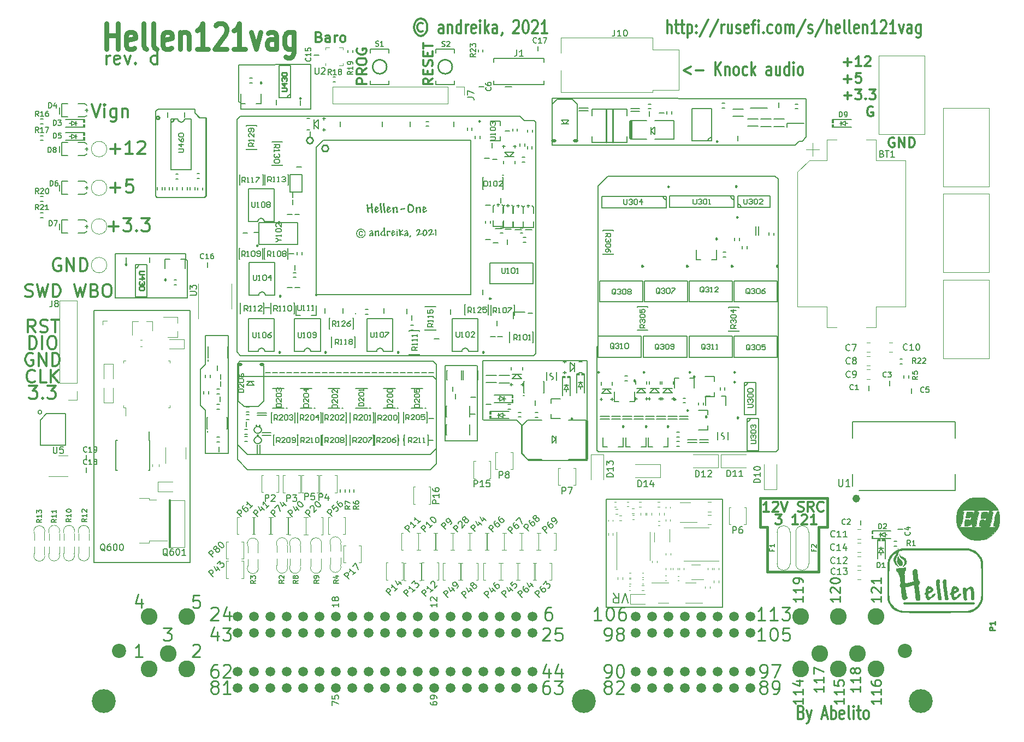
<source format=gto>
G75*
G70*
%OFA0B0*%
%FSLAX25Y25*%
%IPPOS*%
%LPD*%
%AMOC8*
5,1,8,0,0,1.08239X$1,22.5*
%
%ADD10C,0.00787*%
%ADD100C,0.00669*%
%ADD101C,0.00500*%
%ADD102C,0.00472*%
%ADD103C,0.00800*%
%ADD104C,0.00390*%
%ADD105C,0.00000*%
%ADD106C,0.00010*%
%ADD107C,0.02425*%
%ADD11C,0.14567*%
%ADD12C,0.08661*%
%ADD13C,0.10236*%
%ADD131C,0.01968*%
%ADD14C,0.05906*%
%ADD215C,0.00650*%
%ADD235C,0.00689*%
%ADD319C,0.00394*%
%ADD85C,0.01575*%
%ADD86C,0.01000*%
%ADD88C,0.01181*%
%ADD94C,0.01200*%
%ADD95C,0.01500*%
%ADD96C,0.00984*%
%ADD97C,0.02953*%
%ADD98C,0.00875*%
%ADD99C,0.00591*%
X0000000Y0000000D02*
%LPD*%
G01*
D94*
X0499297Y0014779D02*
X0500154Y0014398D01*
X0500154Y0014398D02*
X0500440Y0014017D01*
X0500440Y0014017D02*
X0500725Y0013255D01*
X0500725Y0013255D02*
X0500725Y0012113D01*
X0500725Y0012113D02*
X0500440Y0011351D01*
X0500440Y0011351D02*
X0500154Y0010970D01*
X0500154Y0010970D02*
X0499582Y0010589D01*
X0499582Y0010589D02*
X0497297Y0010589D01*
X0497297Y0010589D02*
X0497297Y0018589D01*
X0497297Y0018589D02*
X0499297Y0018589D01*
X0499297Y0018589D02*
X0499868Y0018208D01*
X0499868Y0018208D02*
X0500154Y0017827D01*
X0500154Y0017827D02*
X0500440Y0017065D01*
X0500440Y0017065D02*
X0500440Y0016303D01*
X0500440Y0016303D02*
X0500154Y0015541D01*
X0500154Y0015541D02*
X0499868Y0015160D01*
X0499868Y0015160D02*
X0499297Y0014779D01*
X0499297Y0014779D02*
X0497297Y0014779D01*
X0502725Y0015922D02*
X0504154Y0010589D01*
X0505582Y0015922D02*
X0504154Y0010589D01*
X0504154Y0010589D02*
X0503582Y0008684D01*
X0503582Y0008684D02*
X0503297Y0008303D01*
X0503297Y0008303D02*
X0502725Y0007922D01*
X0512154Y0012874D02*
X0515011Y0012874D01*
X0511582Y0010589D02*
X0513582Y0018589D01*
X0513582Y0018589D02*
X0515582Y0010589D01*
X0517582Y0010589D02*
X0517582Y0018589D01*
X0517582Y0015541D02*
X0518154Y0015922D01*
X0518154Y0015922D02*
X0519297Y0015922D01*
X0519297Y0015922D02*
X0519868Y0015541D01*
X0519868Y0015541D02*
X0520154Y0015160D01*
X0520154Y0015160D02*
X0520440Y0014398D01*
X0520440Y0014398D02*
X0520440Y0012113D01*
X0520440Y0012113D02*
X0520154Y0011351D01*
X0520154Y0011351D02*
X0519868Y0010970D01*
X0519868Y0010970D02*
X0519297Y0010589D01*
X0519297Y0010589D02*
X0518154Y0010589D01*
X0518154Y0010589D02*
X0517582Y0010970D01*
X0525297Y0010970D02*
X0524725Y0010589D01*
X0524725Y0010589D02*
X0523582Y0010589D01*
X0523582Y0010589D02*
X0523011Y0010970D01*
X0523011Y0010970D02*
X0522725Y0011732D01*
X0522725Y0011732D02*
X0522725Y0014779D01*
X0522725Y0014779D02*
X0523011Y0015541D01*
X0523011Y0015541D02*
X0523582Y0015922D01*
X0523582Y0015922D02*
X0524725Y0015922D01*
X0524725Y0015922D02*
X0525297Y0015541D01*
X0525297Y0015541D02*
X0525582Y0014779D01*
X0525582Y0014779D02*
X0525582Y0014017D01*
X0525582Y0014017D02*
X0522725Y0013255D01*
X0529011Y0010589D02*
X0528440Y0010970D01*
X0528440Y0010970D02*
X0528154Y0011732D01*
X0528154Y0011732D02*
X0528154Y0018589D01*
X0531297Y0010589D02*
X0531297Y0015922D01*
X0531297Y0018589D02*
X0531011Y0018208D01*
X0531011Y0018208D02*
X0531297Y0017827D01*
X0531297Y0017827D02*
X0531582Y0018208D01*
X0531582Y0018208D02*
X0531297Y0018589D01*
X0531297Y0018589D02*
X0531297Y0017827D01*
X0533297Y0015922D02*
X0535582Y0015922D01*
X0534154Y0018589D02*
X0534154Y0011732D01*
X0534154Y0011732D02*
X0534440Y0010970D01*
X0534440Y0010970D02*
X0535011Y0010589D01*
X0535011Y0010589D02*
X0535582Y0010589D01*
X0538440Y0010589D02*
X0537868Y0010970D01*
X0537868Y0010970D02*
X0537582Y0011351D01*
X0537582Y0011351D02*
X0537297Y0012113D01*
X0537297Y0012113D02*
X0537297Y0014398D01*
X0537297Y0014398D02*
X0537582Y0015160D01*
X0537582Y0015160D02*
X0537868Y0015541D01*
X0537868Y0015541D02*
X0538440Y0015922D01*
X0538440Y0015922D02*
X0539297Y0015922D01*
X0539297Y0015922D02*
X0539868Y0015541D01*
X0539868Y0015541D02*
X0540154Y0015160D01*
X0540154Y0015160D02*
X0540440Y0014398D01*
X0540440Y0014398D02*
X0540440Y0012113D01*
X0540440Y0012113D02*
X0540154Y0011351D01*
X0540154Y0011351D02*
X0539868Y0010970D01*
X0539868Y0010970D02*
X0539297Y0010589D01*
X0539297Y0010589D02*
X0538440Y0010589D01*
D95*
X0509843Y0100689D02*
X0509843Y0127854D01*
X0474409Y0127854D02*
X0478740Y0127854D01*
X0515354Y0145571D02*
X0474409Y0145571D01*
X0478740Y0127854D02*
X0478740Y0100689D01*
X0474409Y0145571D02*
X0474409Y0127854D01*
X0478740Y0100689D02*
X0509843Y0100689D01*
X0515354Y0127854D02*
X0515354Y0145571D01*
X0509843Y0127854D02*
X0515354Y0127854D01*
D96*
X0377329Y0070956D02*
X0372830Y0070956D01*
X0375080Y0070956D02*
X0375080Y0078830D01*
X0375080Y0078830D02*
X0374330Y0077705D01*
X0374330Y0077705D02*
X0373580Y0076955D01*
X0373580Y0076955D02*
X0372830Y0076580D01*
X0382204Y0078830D02*
X0382954Y0078830D01*
X0382954Y0078830D02*
X0383704Y0078455D01*
X0383704Y0078455D02*
X0384079Y0078080D01*
X0384079Y0078080D02*
X0384454Y0077330D01*
X0384454Y0077330D02*
X0384828Y0075830D01*
X0384828Y0075830D02*
X0384828Y0073955D01*
X0384828Y0073955D02*
X0384454Y0072456D01*
X0384454Y0072456D02*
X0384079Y0071706D01*
X0384079Y0071706D02*
X0383704Y0071331D01*
X0383704Y0071331D02*
X0382954Y0070956D01*
X0382954Y0070956D02*
X0382204Y0070956D01*
X0382204Y0070956D02*
X0381454Y0071331D01*
X0381454Y0071331D02*
X0381079Y0071706D01*
X0381079Y0071706D02*
X0380704Y0072456D01*
X0380704Y0072456D02*
X0380329Y0073955D01*
X0380329Y0073955D02*
X0380329Y0075830D01*
X0380329Y0075830D02*
X0380704Y0077330D01*
X0380704Y0077330D02*
X0381079Y0078080D01*
X0381079Y0078080D02*
X0381454Y0078455D01*
X0381454Y0078455D02*
X0382204Y0078830D01*
X0391578Y0078830D02*
X0390078Y0078830D01*
X0390078Y0078830D02*
X0389328Y0078455D01*
X0389328Y0078455D02*
X0388953Y0078080D01*
X0388953Y0078080D02*
X0388203Y0076955D01*
X0388203Y0076955D02*
X0387828Y0075455D01*
X0387828Y0075455D02*
X0387828Y0072456D01*
X0387828Y0072456D02*
X0388203Y0071706D01*
X0388203Y0071706D02*
X0388578Y0071331D01*
X0388578Y0071331D02*
X0389328Y0070956D01*
X0389328Y0070956D02*
X0390828Y0070956D01*
X0390828Y0070956D02*
X0391578Y0071331D01*
X0391578Y0071331D02*
X0391953Y0071706D01*
X0391953Y0071706D02*
X0392328Y0072456D01*
X0392328Y0072456D02*
X0392328Y0074330D01*
X0392328Y0074330D02*
X0391953Y0075080D01*
X0391953Y0075080D02*
X0391578Y0075455D01*
X0391578Y0075455D02*
X0390828Y0075830D01*
X0390828Y0075830D02*
X0389328Y0075830D01*
X0389328Y0075830D02*
X0388578Y0075455D01*
X0388578Y0075455D02*
X0388203Y0075080D01*
X0388203Y0075080D02*
X0387828Y0074330D01*
X0096579Y0083705D02*
X0096579Y0078456D01*
X0094704Y0086705D02*
X0092829Y0081080D01*
X0092829Y0081080D02*
X0097703Y0081080D01*
X0131954Y0086330D02*
X0128204Y0086330D01*
X0128204Y0086330D02*
X0127829Y0082580D01*
X0127829Y0082580D02*
X0128204Y0082955D01*
X0128204Y0082955D02*
X0128954Y0083330D01*
X0128954Y0083330D02*
X0130829Y0083330D01*
X0130829Y0083330D02*
X0131579Y0082955D01*
X0131579Y0082955D02*
X0131954Y0082580D01*
X0131954Y0082580D02*
X0132328Y0081830D01*
X0132328Y0081830D02*
X0132328Y0079956D01*
X0132328Y0079956D02*
X0131954Y0079206D01*
X0131954Y0079206D02*
X0131579Y0078831D01*
X0131579Y0078831D02*
X0130829Y0078456D01*
X0130829Y0078456D02*
X0128954Y0078456D01*
X0128954Y0078456D02*
X0128204Y0078831D01*
X0128204Y0078831D02*
X0127829Y0079206D01*
X0127829Y0055580D02*
X0128204Y0055955D01*
X0128204Y0055955D02*
X0128954Y0056330D01*
X0128954Y0056330D02*
X0130829Y0056330D01*
X0130829Y0056330D02*
X0131579Y0055955D01*
X0131579Y0055955D02*
X0131954Y0055580D01*
X0131954Y0055580D02*
X0132328Y0054830D01*
X0132328Y0054830D02*
X0132328Y0054080D01*
X0132328Y0054080D02*
X0131954Y0052955D01*
X0131954Y0052955D02*
X0127454Y0048456D01*
X0127454Y0048456D02*
X0132328Y0048456D01*
D88*
X0076453Y0311540D02*
X0082453Y0311540D01*
X0079453Y0308541D02*
X0079453Y0314540D01*
X0085452Y0316415D02*
X0090327Y0316415D01*
X0090327Y0316415D02*
X0087702Y0313415D01*
X0087702Y0313415D02*
X0088827Y0313415D01*
X0088827Y0313415D02*
X0089577Y0313040D01*
X0089577Y0313040D02*
X0089952Y0312665D01*
X0089952Y0312665D02*
X0090327Y0311915D01*
X0090327Y0311915D02*
X0090327Y0310041D01*
X0090327Y0310041D02*
X0089952Y0309291D01*
X0089952Y0309291D02*
X0089577Y0308916D01*
X0089577Y0308916D02*
X0088827Y0308541D01*
X0088827Y0308541D02*
X0086577Y0308541D01*
X0086577Y0308541D02*
X0085827Y0308916D01*
X0085827Y0308916D02*
X0085452Y0309291D01*
X0093701Y0309291D02*
X0094076Y0308916D01*
X0094076Y0308916D02*
X0093701Y0308541D01*
X0093701Y0308541D02*
X0093326Y0308916D01*
X0093326Y0308916D02*
X0093701Y0309291D01*
X0093701Y0309291D02*
X0093701Y0308541D01*
X0096701Y0316415D02*
X0101575Y0316415D01*
X0101575Y0316415D02*
X0098951Y0313415D01*
X0098951Y0313415D02*
X0100075Y0313415D01*
X0100075Y0313415D02*
X0100825Y0313040D01*
X0100825Y0313040D02*
X0101200Y0312665D01*
X0101200Y0312665D02*
X0101575Y0311915D01*
X0101575Y0311915D02*
X0101575Y0310041D01*
X0101575Y0310041D02*
X0101200Y0309291D01*
X0101200Y0309291D02*
X0100825Y0308916D01*
X0100825Y0308916D02*
X0100075Y0308541D01*
X0100075Y0308541D02*
X0097826Y0308541D01*
X0097826Y0308541D02*
X0097076Y0308916D01*
X0097076Y0308916D02*
X0096701Y0309291D01*
D94*
X0417596Y0429432D02*
X0417596Y0437432D01*
X0420168Y0429432D02*
X0420168Y0433623D01*
X0420168Y0433623D02*
X0419882Y0434385D01*
X0419882Y0434385D02*
X0419310Y0434766D01*
X0419310Y0434766D02*
X0418453Y0434766D01*
X0418453Y0434766D02*
X0417882Y0434385D01*
X0417882Y0434385D02*
X0417596Y0434004D01*
X0422168Y0434766D02*
X0424453Y0434766D01*
X0423025Y0437432D02*
X0423025Y0430575D01*
X0423025Y0430575D02*
X0423310Y0429813D01*
X0423310Y0429813D02*
X0423882Y0429432D01*
X0423882Y0429432D02*
X0424453Y0429432D01*
X0425596Y0434766D02*
X0427882Y0434766D01*
X0426453Y0437432D02*
X0426453Y0430575D01*
X0426453Y0430575D02*
X0426739Y0429813D01*
X0426739Y0429813D02*
X0427310Y0429432D01*
X0427310Y0429432D02*
X0427882Y0429432D01*
X0429882Y0434766D02*
X0429882Y0426766D01*
X0429882Y0434385D02*
X0430453Y0434766D01*
X0430453Y0434766D02*
X0431596Y0434766D01*
X0431596Y0434766D02*
X0432168Y0434385D01*
X0432168Y0434385D02*
X0432453Y0434004D01*
X0432453Y0434004D02*
X0432739Y0433242D01*
X0432739Y0433242D02*
X0432739Y0430956D01*
X0432739Y0430956D02*
X0432453Y0430194D01*
X0432453Y0430194D02*
X0432168Y0429813D01*
X0432168Y0429813D02*
X0431596Y0429432D01*
X0431596Y0429432D02*
X0430453Y0429432D01*
X0430453Y0429432D02*
X0429882Y0429813D01*
X0435310Y0430194D02*
X0435596Y0429813D01*
X0435596Y0429813D02*
X0435310Y0429432D01*
X0435310Y0429432D02*
X0435025Y0429813D01*
X0435025Y0429813D02*
X0435310Y0430194D01*
X0435310Y0430194D02*
X0435310Y0429432D01*
X0435310Y0434385D02*
X0435596Y0434004D01*
X0435596Y0434004D02*
X0435310Y0433623D01*
X0435310Y0433623D02*
X0435025Y0434004D01*
X0435025Y0434004D02*
X0435310Y0434385D01*
X0435310Y0434385D02*
X0435310Y0433623D01*
X0442453Y0437813D02*
X0437310Y0427528D01*
X0448739Y0437813D02*
X0443596Y0427528D01*
X0450739Y0429432D02*
X0450739Y0434766D01*
X0450739Y0433242D02*
X0451025Y0434004D01*
X0451025Y0434004D02*
X0451310Y0434385D01*
X0451310Y0434385D02*
X0451882Y0434766D01*
X0451882Y0434766D02*
X0452453Y0434766D01*
X0457025Y0434766D02*
X0457025Y0429432D01*
X0454453Y0434766D02*
X0454453Y0430575D01*
X0454453Y0430575D02*
X0454739Y0429813D01*
X0454739Y0429813D02*
X0455310Y0429432D01*
X0455310Y0429432D02*
X0456168Y0429432D01*
X0456168Y0429432D02*
X0456739Y0429813D01*
X0456739Y0429813D02*
X0457025Y0430194D01*
X0459596Y0429813D02*
X0460168Y0429432D01*
X0460168Y0429432D02*
X0461310Y0429432D01*
X0461310Y0429432D02*
X0461882Y0429813D01*
X0461882Y0429813D02*
X0462168Y0430575D01*
X0462168Y0430575D02*
X0462168Y0430956D01*
X0462168Y0430956D02*
X0461882Y0431718D01*
X0461882Y0431718D02*
X0461310Y0432099D01*
X0461310Y0432099D02*
X0460453Y0432099D01*
X0460453Y0432099D02*
X0459882Y0432480D01*
X0459882Y0432480D02*
X0459596Y0433242D01*
X0459596Y0433242D02*
X0459596Y0433623D01*
X0459596Y0433623D02*
X0459882Y0434385D01*
X0459882Y0434385D02*
X0460453Y0434766D01*
X0460453Y0434766D02*
X0461310Y0434766D01*
X0461310Y0434766D02*
X0461882Y0434385D01*
X0467025Y0429813D02*
X0466453Y0429432D01*
X0466453Y0429432D02*
X0465310Y0429432D01*
X0465310Y0429432D02*
X0464739Y0429813D01*
X0464739Y0429813D02*
X0464453Y0430575D01*
X0464453Y0430575D02*
X0464453Y0433623D01*
X0464453Y0433623D02*
X0464739Y0434385D01*
X0464739Y0434385D02*
X0465310Y0434766D01*
X0465310Y0434766D02*
X0466453Y0434766D01*
X0466453Y0434766D02*
X0467025Y0434385D01*
X0467025Y0434385D02*
X0467310Y0433623D01*
X0467310Y0433623D02*
X0467310Y0432861D01*
X0467310Y0432861D02*
X0464453Y0432099D01*
X0469025Y0434766D02*
X0471310Y0434766D01*
X0469882Y0429432D02*
X0469882Y0436289D01*
X0469882Y0436289D02*
X0470168Y0437051D01*
X0470168Y0437051D02*
X0470739Y0437432D01*
X0470739Y0437432D02*
X0471310Y0437432D01*
X0473310Y0429432D02*
X0473310Y0434766D01*
X0473310Y0437432D02*
X0473025Y0437051D01*
X0473025Y0437051D02*
X0473310Y0436670D01*
X0473310Y0436670D02*
X0473596Y0437051D01*
X0473596Y0437051D02*
X0473310Y0437432D01*
X0473310Y0437432D02*
X0473310Y0436670D01*
X0476168Y0430194D02*
X0476453Y0429813D01*
X0476453Y0429813D02*
X0476168Y0429432D01*
X0476168Y0429432D02*
X0475882Y0429813D01*
X0475882Y0429813D02*
X0476168Y0430194D01*
X0476168Y0430194D02*
X0476168Y0429432D01*
X0481596Y0429813D02*
X0481025Y0429432D01*
X0481025Y0429432D02*
X0479882Y0429432D01*
X0479882Y0429432D02*
X0479310Y0429813D01*
X0479310Y0429813D02*
X0479025Y0430194D01*
X0479025Y0430194D02*
X0478739Y0430956D01*
X0478739Y0430956D02*
X0478739Y0433242D01*
X0478739Y0433242D02*
X0479025Y0434004D01*
X0479025Y0434004D02*
X0479310Y0434385D01*
X0479310Y0434385D02*
X0479882Y0434766D01*
X0479882Y0434766D02*
X0481025Y0434766D01*
X0481025Y0434766D02*
X0481596Y0434385D01*
X0485025Y0429432D02*
X0484453Y0429813D01*
X0484453Y0429813D02*
X0484168Y0430194D01*
X0484168Y0430194D02*
X0483882Y0430956D01*
X0483882Y0430956D02*
X0483882Y0433242D01*
X0483882Y0433242D02*
X0484168Y0434004D01*
X0484168Y0434004D02*
X0484453Y0434385D01*
X0484453Y0434385D02*
X0485025Y0434766D01*
X0485025Y0434766D02*
X0485882Y0434766D01*
X0485882Y0434766D02*
X0486453Y0434385D01*
X0486453Y0434385D02*
X0486739Y0434004D01*
X0486739Y0434004D02*
X0487025Y0433242D01*
X0487025Y0433242D02*
X0487025Y0430956D01*
X0487025Y0430956D02*
X0486739Y0430194D01*
X0486739Y0430194D02*
X0486453Y0429813D01*
X0486453Y0429813D02*
X0485882Y0429432D01*
X0485882Y0429432D02*
X0485025Y0429432D01*
X0489596Y0429432D02*
X0489596Y0434766D01*
X0489596Y0434004D02*
X0489882Y0434385D01*
X0489882Y0434385D02*
X0490453Y0434766D01*
X0490453Y0434766D02*
X0491310Y0434766D01*
X0491310Y0434766D02*
X0491882Y0434385D01*
X0491882Y0434385D02*
X0492168Y0433623D01*
X0492168Y0433623D02*
X0492168Y0429432D01*
X0492168Y0433623D02*
X0492453Y0434385D01*
X0492453Y0434385D02*
X0493025Y0434766D01*
X0493025Y0434766D02*
X0493882Y0434766D01*
X0493882Y0434766D02*
X0494453Y0434385D01*
X0494453Y0434385D02*
X0494739Y0433623D01*
X0494739Y0433623D02*
X0494739Y0429432D01*
X0501882Y0437813D02*
X0496739Y0427528D01*
X0503596Y0429813D02*
X0504168Y0429432D01*
X0504168Y0429432D02*
X0505310Y0429432D01*
X0505310Y0429432D02*
X0505882Y0429813D01*
X0505882Y0429813D02*
X0506168Y0430575D01*
X0506168Y0430575D02*
X0506168Y0430956D01*
X0506168Y0430956D02*
X0505882Y0431718D01*
X0505882Y0431718D02*
X0505310Y0432099D01*
X0505310Y0432099D02*
X0504453Y0432099D01*
X0504453Y0432099D02*
X0503882Y0432480D01*
X0503882Y0432480D02*
X0503596Y0433242D01*
X0503596Y0433242D02*
X0503596Y0433623D01*
X0503596Y0433623D02*
X0503882Y0434385D01*
X0503882Y0434385D02*
X0504453Y0434766D01*
X0504453Y0434766D02*
X0505310Y0434766D01*
X0505310Y0434766D02*
X0505882Y0434385D01*
X0513025Y0437813D02*
X0507882Y0427528D01*
X0515025Y0429432D02*
X0515025Y0437432D01*
X0517596Y0429432D02*
X0517596Y0433623D01*
X0517596Y0433623D02*
X0517310Y0434385D01*
X0517310Y0434385D02*
X0516739Y0434766D01*
X0516739Y0434766D02*
X0515882Y0434766D01*
X0515882Y0434766D02*
X0515310Y0434385D01*
X0515310Y0434385D02*
X0515025Y0434004D01*
X0522739Y0429813D02*
X0522168Y0429432D01*
X0522168Y0429432D02*
X0521025Y0429432D01*
X0521025Y0429432D02*
X0520453Y0429813D01*
X0520453Y0429813D02*
X0520168Y0430575D01*
X0520168Y0430575D02*
X0520168Y0433623D01*
X0520168Y0433623D02*
X0520453Y0434385D01*
X0520453Y0434385D02*
X0521025Y0434766D01*
X0521025Y0434766D02*
X0522168Y0434766D01*
X0522168Y0434766D02*
X0522739Y0434385D01*
X0522739Y0434385D02*
X0523025Y0433623D01*
X0523025Y0433623D02*
X0523025Y0432861D01*
X0523025Y0432861D02*
X0520168Y0432099D01*
X0526453Y0429432D02*
X0525882Y0429813D01*
X0525882Y0429813D02*
X0525596Y0430575D01*
X0525596Y0430575D02*
X0525596Y0437432D01*
X0529596Y0429432D02*
X0529025Y0429813D01*
X0529025Y0429813D02*
X0528739Y0430575D01*
X0528739Y0430575D02*
X0528739Y0437432D01*
X0534168Y0429813D02*
X0533596Y0429432D01*
X0533596Y0429432D02*
X0532453Y0429432D01*
X0532453Y0429432D02*
X0531882Y0429813D01*
X0531882Y0429813D02*
X0531596Y0430575D01*
X0531596Y0430575D02*
X0531596Y0433623D01*
X0531596Y0433623D02*
X0531882Y0434385D01*
X0531882Y0434385D02*
X0532453Y0434766D01*
X0532453Y0434766D02*
X0533596Y0434766D01*
X0533596Y0434766D02*
X0534168Y0434385D01*
X0534168Y0434385D02*
X0534453Y0433623D01*
X0534453Y0433623D02*
X0534453Y0432861D01*
X0534453Y0432861D02*
X0531596Y0432099D01*
X0537025Y0434766D02*
X0537025Y0429432D01*
X0537025Y0434004D02*
X0537310Y0434385D01*
X0537310Y0434385D02*
X0537882Y0434766D01*
X0537882Y0434766D02*
X0538739Y0434766D01*
X0538739Y0434766D02*
X0539310Y0434385D01*
X0539310Y0434385D02*
X0539596Y0433623D01*
X0539596Y0433623D02*
X0539596Y0429432D01*
X0545596Y0429432D02*
X0542168Y0429432D01*
X0543882Y0429432D02*
X0543882Y0437432D01*
X0543882Y0437432D02*
X0543310Y0436289D01*
X0543310Y0436289D02*
X0542739Y0435528D01*
X0542739Y0435528D02*
X0542168Y0435147D01*
X0547882Y0436670D02*
X0548168Y0437051D01*
X0548168Y0437051D02*
X0548739Y0437432D01*
X0548739Y0437432D02*
X0550168Y0437432D01*
X0550168Y0437432D02*
X0550739Y0437051D01*
X0550739Y0437051D02*
X0551025Y0436670D01*
X0551025Y0436670D02*
X0551310Y0435909D01*
X0551310Y0435909D02*
X0551310Y0435147D01*
X0551310Y0435147D02*
X0551025Y0434004D01*
X0551025Y0434004D02*
X0547596Y0429432D01*
X0547596Y0429432D02*
X0551310Y0429432D01*
X0557025Y0429432D02*
X0553596Y0429432D01*
X0555310Y0429432D02*
X0555310Y0437432D01*
X0555310Y0437432D02*
X0554739Y0436289D01*
X0554739Y0436289D02*
X0554168Y0435528D01*
X0554168Y0435528D02*
X0553596Y0435147D01*
X0559025Y0434766D02*
X0560453Y0429432D01*
X0560453Y0429432D02*
X0561882Y0434766D01*
X0566739Y0429432D02*
X0566739Y0433623D01*
X0566739Y0433623D02*
X0566453Y0434385D01*
X0566453Y0434385D02*
X0565882Y0434766D01*
X0565882Y0434766D02*
X0564739Y0434766D01*
X0564739Y0434766D02*
X0564168Y0434385D01*
X0566739Y0429813D02*
X0566168Y0429432D01*
X0566168Y0429432D02*
X0564739Y0429432D01*
X0564739Y0429432D02*
X0564168Y0429813D01*
X0564168Y0429813D02*
X0563882Y0430575D01*
X0563882Y0430575D02*
X0563882Y0431337D01*
X0563882Y0431337D02*
X0564168Y0432099D01*
X0564168Y0432099D02*
X0564739Y0432480D01*
X0564739Y0432480D02*
X0566168Y0432480D01*
X0566168Y0432480D02*
X0566739Y0432861D01*
X0572168Y0434766D02*
X0572168Y0428289D01*
X0572168Y0428289D02*
X0571882Y0427528D01*
X0571882Y0427528D02*
X0571596Y0427147D01*
X0571596Y0427147D02*
X0571025Y0426766D01*
X0571025Y0426766D02*
X0570168Y0426766D01*
X0570168Y0426766D02*
X0569596Y0427147D01*
X0572168Y0429813D02*
X0571596Y0429432D01*
X0571596Y0429432D02*
X0570453Y0429432D01*
X0570453Y0429432D02*
X0569882Y0429813D01*
X0569882Y0429813D02*
X0569596Y0430194D01*
X0569596Y0430194D02*
X0569310Y0430956D01*
X0569310Y0430956D02*
X0569310Y0433242D01*
X0569310Y0433242D02*
X0569596Y0434004D01*
X0569596Y0434004D02*
X0569882Y0434385D01*
X0569882Y0434385D02*
X0570453Y0434766D01*
X0570453Y0434766D02*
X0571596Y0434766D01*
X0571596Y0434766D02*
X0572168Y0434385D01*
D96*
X0512760Y0030610D02*
X0512760Y0027236D01*
X0512760Y0028923D02*
X0506854Y0028923D01*
X0506854Y0028923D02*
X0507698Y0028361D01*
X0507698Y0028361D02*
X0508260Y0027798D01*
X0508260Y0027798D02*
X0508541Y0027236D01*
X0512760Y0036235D02*
X0512760Y0032860D01*
X0512760Y0034547D02*
X0506854Y0034547D01*
X0506854Y0034547D02*
X0507698Y0033985D01*
X0507698Y0033985D02*
X0508260Y0033422D01*
X0508260Y0033422D02*
X0508541Y0032860D01*
X0506854Y0038203D02*
X0506854Y0042140D01*
X0506854Y0042140D02*
X0512760Y0039609D01*
X0547760Y0085610D02*
X0547760Y0082236D01*
X0547760Y0083923D02*
X0541854Y0083923D01*
X0541854Y0083923D02*
X0542698Y0083361D01*
X0542698Y0083361D02*
X0543260Y0082798D01*
X0543260Y0082798D02*
X0543541Y0082236D01*
X0542416Y0087860D02*
X0542135Y0088141D01*
X0542135Y0088141D02*
X0541854Y0088704D01*
X0541854Y0088704D02*
X0541854Y0090110D01*
X0541854Y0090110D02*
X0542135Y0090672D01*
X0542135Y0090672D02*
X0542416Y0090953D01*
X0542416Y0090953D02*
X0542979Y0091235D01*
X0542979Y0091235D02*
X0543541Y0091235D01*
X0543541Y0091235D02*
X0544385Y0090953D01*
X0544385Y0090953D02*
X0547760Y0087579D01*
X0547760Y0087579D02*
X0547760Y0091235D01*
X0547760Y0096859D02*
X0547760Y0093484D01*
X0547760Y0095172D02*
X0541854Y0095172D01*
X0541854Y0095172D02*
X0542698Y0094609D01*
X0542698Y0094609D02*
X0543260Y0094047D01*
X0543260Y0094047D02*
X0543541Y0093484D01*
D94*
X0525307Y0411856D02*
X0529879Y0411856D01*
X0527593Y0409570D02*
X0527593Y0414142D01*
X0535879Y0409570D02*
X0532450Y0409570D01*
X0534164Y0409570D02*
X0534164Y0415570D01*
X0534164Y0415570D02*
X0533593Y0414713D01*
X0533593Y0414713D02*
X0533021Y0414142D01*
X0533021Y0414142D02*
X0532450Y0413856D01*
X0538164Y0414999D02*
X0538450Y0415284D01*
X0538450Y0415284D02*
X0539021Y0415570D01*
X0539021Y0415570D02*
X0540450Y0415570D01*
X0540450Y0415570D02*
X0541021Y0415284D01*
X0541021Y0415284D02*
X0541307Y0414999D01*
X0541307Y0414999D02*
X0541593Y0414427D01*
X0541593Y0414427D02*
X0541593Y0413856D01*
X0541593Y0413856D02*
X0541307Y0412999D01*
X0541307Y0412999D02*
X0537879Y0409570D01*
X0537879Y0409570D02*
X0541593Y0409570D01*
D97*
X0075392Y0419815D02*
X0075392Y0435563D01*
X0075392Y0428064D02*
X0082141Y0428064D01*
X0082141Y0419815D02*
X0082141Y0435563D01*
X0092265Y0420565D02*
X0091140Y0419815D01*
X0091140Y0419815D02*
X0088890Y0419815D01*
X0088890Y0419815D02*
X0087766Y0420565D01*
X0087766Y0420565D02*
X0087203Y0422065D01*
X0087203Y0422065D02*
X0087203Y0428064D01*
X0087203Y0428064D02*
X0087766Y0429564D01*
X0087766Y0429564D02*
X0088890Y0430314D01*
X0088890Y0430314D02*
X0091140Y0430314D01*
X0091140Y0430314D02*
X0092265Y0429564D01*
X0092265Y0429564D02*
X0092827Y0428064D01*
X0092827Y0428064D02*
X0092827Y0426565D01*
X0092827Y0426565D02*
X0087203Y0425065D01*
X0099577Y0419815D02*
X0098452Y0420565D01*
X0098452Y0420565D02*
X0097889Y0422065D01*
X0097889Y0422065D02*
X0097889Y0435563D01*
X0105763Y0419815D02*
X0104638Y0420565D01*
X0104638Y0420565D02*
X0104076Y0422065D01*
X0104076Y0422065D02*
X0104076Y0435563D01*
X0114762Y0420565D02*
X0113637Y0419815D01*
X0113637Y0419815D02*
X0111388Y0419815D01*
X0111388Y0419815D02*
X0110263Y0420565D01*
X0110263Y0420565D02*
X0109700Y0422065D01*
X0109700Y0422065D02*
X0109700Y0428064D01*
X0109700Y0428064D02*
X0110263Y0429564D01*
X0110263Y0429564D02*
X0111388Y0430314D01*
X0111388Y0430314D02*
X0113637Y0430314D01*
X0113637Y0430314D02*
X0114762Y0429564D01*
X0114762Y0429564D02*
X0115325Y0428064D01*
X0115325Y0428064D02*
X0115325Y0426565D01*
X0115325Y0426565D02*
X0109700Y0425065D01*
X0120386Y0430314D02*
X0120386Y0419815D01*
X0120386Y0428814D02*
X0120949Y0429564D01*
X0120949Y0429564D02*
X0122074Y0430314D01*
X0122074Y0430314D02*
X0123761Y0430314D01*
X0123761Y0430314D02*
X0124886Y0429564D01*
X0124886Y0429564D02*
X0125448Y0428064D01*
X0125448Y0428064D02*
X0125448Y0419815D01*
X0137259Y0419815D02*
X0130510Y0419815D01*
X0133885Y0419815D02*
X0133885Y0435563D01*
X0133885Y0435563D02*
X0132760Y0433314D01*
X0132760Y0433314D02*
X0131635Y0431814D01*
X0131635Y0431814D02*
X0130510Y0431064D01*
X0141759Y0434064D02*
X0142321Y0434814D01*
X0142321Y0434814D02*
X0143446Y0435563D01*
X0143446Y0435563D02*
X0146258Y0435563D01*
X0146258Y0435563D02*
X0147383Y0434814D01*
X0147383Y0434814D02*
X0147946Y0434064D01*
X0147946Y0434064D02*
X0148508Y0432564D01*
X0148508Y0432564D02*
X0148508Y0431064D01*
X0148508Y0431064D02*
X0147946Y0428814D01*
X0147946Y0428814D02*
X0141196Y0419815D01*
X0141196Y0419815D02*
X0148508Y0419815D01*
X0159757Y0419815D02*
X0153007Y0419815D01*
X0156382Y0419815D02*
X0156382Y0435563D01*
X0156382Y0435563D02*
X0155257Y0433314D01*
X0155257Y0433314D02*
X0154132Y0431814D01*
X0154132Y0431814D02*
X0153007Y0431064D01*
X0163694Y0430314D02*
X0166506Y0419815D01*
X0166506Y0419815D02*
X0169318Y0430314D01*
X0178879Y0419815D02*
X0178879Y0428064D01*
X0178879Y0428064D02*
X0178317Y0429564D01*
X0178317Y0429564D02*
X0177192Y0430314D01*
X0177192Y0430314D02*
X0174942Y0430314D01*
X0174942Y0430314D02*
X0173817Y0429564D01*
X0178879Y0420565D02*
X0177754Y0419815D01*
X0177754Y0419815D02*
X0174942Y0419815D01*
X0174942Y0419815D02*
X0173817Y0420565D01*
X0173817Y0420565D02*
X0173255Y0422065D01*
X0173255Y0422065D02*
X0173255Y0423565D01*
X0173255Y0423565D02*
X0173817Y0425065D01*
X0173817Y0425065D02*
X0174942Y0425815D01*
X0174942Y0425815D02*
X0177754Y0425815D01*
X0177754Y0425815D02*
X0178879Y0426565D01*
X0189565Y0430314D02*
X0189565Y0417566D01*
X0189565Y0417566D02*
X0189003Y0416066D01*
X0189003Y0416066D02*
X0188440Y0415316D01*
X0188440Y0415316D02*
X0187316Y0414566D01*
X0187316Y0414566D02*
X0185628Y0414566D01*
X0185628Y0414566D02*
X0184503Y0415316D01*
X0189565Y0420565D02*
X0188440Y0419815D01*
X0188440Y0419815D02*
X0186191Y0419815D01*
X0186191Y0419815D02*
X0185066Y0420565D01*
X0185066Y0420565D02*
X0184503Y0421315D01*
X0184503Y0421315D02*
X0183941Y0422815D01*
X0183941Y0422815D02*
X0183941Y0427315D01*
X0183941Y0427315D02*
X0184503Y0428814D01*
X0184503Y0428814D02*
X0185066Y0429564D01*
X0185066Y0429564D02*
X0186191Y0430314D01*
X0186191Y0430314D02*
X0188440Y0430314D01*
X0188440Y0430314D02*
X0189565Y0429564D01*
D10*
X0212922Y0018860D02*
X0212922Y0021485D01*
X0212922Y0021485D02*
X0216859Y0019798D01*
X0212922Y0024859D02*
X0212922Y0022985D01*
X0212922Y0022985D02*
X0214797Y0022797D01*
X0214797Y0022797D02*
X0214609Y0022985D01*
X0214609Y0022985D02*
X0214422Y0023360D01*
X0214422Y0023360D02*
X0214422Y0024297D01*
X0214422Y0024297D02*
X0214609Y0024672D01*
X0214609Y0024672D02*
X0214797Y0024859D01*
X0214797Y0024859D02*
X0215172Y0025047D01*
X0215172Y0025047D02*
X0216109Y0025047D01*
X0216109Y0025047D02*
X0216484Y0024859D01*
X0216484Y0024859D02*
X0216672Y0024672D01*
X0216672Y0024672D02*
X0216859Y0024297D01*
X0216859Y0024297D02*
X0216859Y0023360D01*
X0216859Y0023360D02*
X0216672Y0022985D01*
X0216672Y0022985D02*
X0216484Y0022797D01*
D88*
X0077541Y0358785D02*
X0083540Y0358785D01*
X0080540Y0355785D02*
X0080540Y0361784D01*
X0091414Y0355785D02*
X0086915Y0355785D01*
X0089164Y0355785D02*
X0089164Y0363659D01*
X0089164Y0363659D02*
X0088414Y0362534D01*
X0088414Y0362534D02*
X0087664Y0361784D01*
X0087664Y0361784D02*
X0086915Y0361409D01*
X0094414Y0362909D02*
X0094789Y0363284D01*
X0094789Y0363284D02*
X0095538Y0363659D01*
X0095538Y0363659D02*
X0097413Y0363659D01*
X0097413Y0363659D02*
X0098163Y0363284D01*
X0098163Y0363284D02*
X0098538Y0362909D01*
X0098538Y0362909D02*
X0098913Y0362159D01*
X0098913Y0362159D02*
X0098913Y0361409D01*
X0098913Y0361409D02*
X0098538Y0360284D01*
X0098538Y0360284D02*
X0094039Y0355785D01*
X0094039Y0355785D02*
X0098913Y0355785D01*
D10*
X0272922Y0020922D02*
X0272922Y0020172D01*
X0272922Y0020172D02*
X0273110Y0019798D01*
X0273110Y0019798D02*
X0273297Y0019610D01*
X0273297Y0019610D02*
X0273860Y0019235D01*
X0273860Y0019235D02*
X0274609Y0019048D01*
X0274609Y0019048D02*
X0276109Y0019048D01*
X0276109Y0019048D02*
X0276484Y0019235D01*
X0276484Y0019235D02*
X0276672Y0019423D01*
X0276672Y0019423D02*
X0276859Y0019798D01*
X0276859Y0019798D02*
X0276859Y0020547D01*
X0276859Y0020547D02*
X0276672Y0020922D01*
X0276672Y0020922D02*
X0276484Y0021110D01*
X0276484Y0021110D02*
X0276109Y0021297D01*
X0276109Y0021297D02*
X0275172Y0021297D01*
X0275172Y0021297D02*
X0274797Y0021110D01*
X0274797Y0021110D02*
X0274609Y0020922D01*
X0274609Y0020922D02*
X0274422Y0020547D01*
X0274422Y0020547D02*
X0274422Y0019798D01*
X0274422Y0019798D02*
X0274609Y0019423D01*
X0274609Y0019423D02*
X0274797Y0019235D01*
X0274797Y0019235D02*
X0275172Y0019048D01*
X0276859Y0023172D02*
X0276859Y0023922D01*
X0276859Y0023922D02*
X0276672Y0024297D01*
X0276672Y0024297D02*
X0276484Y0024484D01*
X0276484Y0024484D02*
X0275922Y0024859D01*
X0275922Y0024859D02*
X0275172Y0025047D01*
X0275172Y0025047D02*
X0273672Y0025047D01*
X0273672Y0025047D02*
X0273297Y0024859D01*
X0273297Y0024859D02*
X0273110Y0024672D01*
X0273110Y0024672D02*
X0272922Y0024297D01*
X0272922Y0024297D02*
X0272922Y0023547D01*
X0272922Y0023547D02*
X0273110Y0023172D01*
X0273110Y0023172D02*
X0273297Y0022985D01*
X0273297Y0022985D02*
X0273672Y0022797D01*
X0273672Y0022797D02*
X0274609Y0022797D01*
X0274609Y0022797D02*
X0274984Y0022985D01*
X0274984Y0022985D02*
X0275172Y0023172D01*
X0275172Y0023172D02*
X0275359Y0023547D01*
X0275359Y0023547D02*
X0275359Y0024297D01*
X0275359Y0024297D02*
X0275172Y0024672D01*
X0275172Y0024672D02*
X0274984Y0024859D01*
X0274984Y0024859D02*
X0274609Y0025047D01*
D96*
X0341579Y0065580D02*
X0341954Y0065955D01*
X0341954Y0065955D02*
X0342704Y0066330D01*
X0342704Y0066330D02*
X0344579Y0066330D01*
X0344579Y0066330D02*
X0345329Y0065955D01*
X0345329Y0065955D02*
X0345704Y0065580D01*
X0345704Y0065580D02*
X0346079Y0064830D01*
X0346079Y0064830D02*
X0346079Y0064080D01*
X0346079Y0064080D02*
X0345704Y0062955D01*
X0345704Y0062955D02*
X0341205Y0058456D01*
X0341205Y0058456D02*
X0346079Y0058456D01*
X0353203Y0066330D02*
X0349454Y0066330D01*
X0349454Y0066330D02*
X0349079Y0062580D01*
X0349079Y0062580D02*
X0349454Y0062955D01*
X0349454Y0062955D02*
X0350203Y0063330D01*
X0350203Y0063330D02*
X0352078Y0063330D01*
X0352078Y0063330D02*
X0352828Y0062955D01*
X0352828Y0062955D02*
X0353203Y0062580D01*
X0353203Y0062580D02*
X0353578Y0061830D01*
X0353578Y0061830D02*
X0353578Y0059956D01*
X0353578Y0059956D02*
X0353203Y0059206D01*
X0353203Y0059206D02*
X0352828Y0058831D01*
X0352828Y0058831D02*
X0352078Y0058456D01*
X0352078Y0058456D02*
X0350203Y0058456D01*
X0350203Y0058456D02*
X0349454Y0058831D01*
X0349454Y0058831D02*
X0349079Y0059206D01*
X0525260Y0023110D02*
X0525260Y0019736D01*
X0525260Y0021423D02*
X0519354Y0021423D01*
X0519354Y0021423D02*
X0520198Y0020861D01*
X0520198Y0020861D02*
X0520760Y0020298D01*
X0520760Y0020298D02*
X0521041Y0019736D01*
X0525260Y0028735D02*
X0525260Y0025360D01*
X0525260Y0027047D02*
X0519354Y0027047D01*
X0519354Y0027047D02*
X0520198Y0026485D01*
X0520198Y0026485D02*
X0520760Y0025922D01*
X0520760Y0025922D02*
X0521041Y0025360D01*
X0519354Y0034078D02*
X0519354Y0031265D01*
X0519354Y0031265D02*
X0522166Y0030984D01*
X0522166Y0030984D02*
X0521885Y0031265D01*
X0521885Y0031265D02*
X0521604Y0031828D01*
X0521604Y0031828D02*
X0521604Y0033234D01*
X0521604Y0033234D02*
X0521885Y0033796D01*
X0521885Y0033796D02*
X0522166Y0034078D01*
X0522166Y0034078D02*
X0522729Y0034359D01*
X0522729Y0034359D02*
X0524135Y0034359D01*
X0524135Y0034359D02*
X0524697Y0034078D01*
X0524697Y0034078D02*
X0524978Y0033796D01*
X0524978Y0033796D02*
X0525260Y0033234D01*
X0525260Y0033234D02*
X0525260Y0031828D01*
X0525260Y0031828D02*
X0524978Y0031265D01*
X0524978Y0031265D02*
X0524697Y0030984D01*
X0142829Y0063705D02*
X0142829Y0058456D01*
X0140954Y0066705D02*
X0139079Y0061080D01*
X0139079Y0061080D02*
X0143954Y0061080D01*
X0146204Y0066330D02*
X0151078Y0066330D01*
X0151078Y0066330D02*
X0148453Y0063330D01*
X0148453Y0063330D02*
X0149578Y0063330D01*
X0149578Y0063330D02*
X0150328Y0062955D01*
X0150328Y0062955D02*
X0150703Y0062580D01*
X0150703Y0062580D02*
X0151078Y0061830D01*
X0151078Y0061830D02*
X0151078Y0059956D01*
X0151078Y0059956D02*
X0150703Y0059206D01*
X0150703Y0059206D02*
X0150328Y0058831D01*
X0150328Y0058831D02*
X0149578Y0058456D01*
X0149578Y0058456D02*
X0147328Y0058456D01*
X0147328Y0058456D02*
X0146579Y0058831D01*
X0146579Y0058831D02*
X0146204Y0059206D01*
D94*
X0556058Y0365599D02*
X0555487Y0365885D01*
X0555487Y0365885D02*
X0554630Y0365885D01*
X0554630Y0365885D02*
X0553773Y0365599D01*
X0553773Y0365599D02*
X0553201Y0365028D01*
X0553201Y0365028D02*
X0552916Y0364457D01*
X0552916Y0364457D02*
X0552630Y0363314D01*
X0552630Y0363314D02*
X0552630Y0362457D01*
X0552630Y0362457D02*
X0552916Y0361314D01*
X0552916Y0361314D02*
X0553201Y0360742D01*
X0553201Y0360742D02*
X0553773Y0360171D01*
X0553773Y0360171D02*
X0554630Y0359885D01*
X0554630Y0359885D02*
X0555201Y0359885D01*
X0555201Y0359885D02*
X0556058Y0360171D01*
X0556058Y0360171D02*
X0556344Y0360457D01*
X0556344Y0360457D02*
X0556344Y0362457D01*
X0556344Y0362457D02*
X0555201Y0362457D01*
X0558916Y0359885D02*
X0558916Y0365885D01*
X0558916Y0365885D02*
X0562344Y0359885D01*
X0562344Y0359885D02*
X0562344Y0365885D01*
X0565201Y0359885D02*
X0565201Y0365885D01*
X0565201Y0365885D02*
X0566630Y0365885D01*
X0566630Y0365885D02*
X0567487Y0365599D01*
X0567487Y0365599D02*
X0568058Y0365028D01*
X0568058Y0365028D02*
X0568344Y0364457D01*
X0568344Y0364457D02*
X0568630Y0363314D01*
X0568630Y0363314D02*
X0568630Y0362457D01*
X0568630Y0362457D02*
X0568344Y0361314D01*
X0568344Y0361314D02*
X0568058Y0360742D01*
X0568058Y0360742D02*
X0567487Y0360171D01*
X0567487Y0360171D02*
X0566630Y0359885D01*
X0566630Y0359885D02*
X0565201Y0359885D01*
D10*
X0216859Y0081297D02*
X0216859Y0079048D01*
X0216859Y0080172D02*
X0212922Y0080172D01*
X0212922Y0080172D02*
X0213485Y0079798D01*
X0213485Y0079798D02*
X0213860Y0079423D01*
X0213860Y0079423D02*
X0214047Y0079048D01*
X0214609Y0083547D02*
X0214422Y0083172D01*
X0214422Y0083172D02*
X0214234Y0082985D01*
X0214234Y0082985D02*
X0213860Y0082797D01*
X0213860Y0082797D02*
X0213672Y0082797D01*
X0213672Y0082797D02*
X0213297Y0082985D01*
X0213297Y0082985D02*
X0213110Y0083172D01*
X0213110Y0083172D02*
X0212922Y0083547D01*
X0212922Y0083547D02*
X0212922Y0084297D01*
X0212922Y0084297D02*
X0213110Y0084672D01*
X0213110Y0084672D02*
X0213297Y0084859D01*
X0213297Y0084859D02*
X0213672Y0085047D01*
X0213672Y0085047D02*
X0213860Y0085047D01*
X0213860Y0085047D02*
X0214234Y0084859D01*
X0214234Y0084859D02*
X0214422Y0084672D01*
X0214422Y0084672D02*
X0214609Y0084297D01*
X0214609Y0084297D02*
X0214609Y0083547D01*
X0214609Y0083547D02*
X0214797Y0083172D01*
X0214797Y0083172D02*
X0214984Y0082985D01*
X0214984Y0082985D02*
X0215359Y0082797D01*
X0215359Y0082797D02*
X0216109Y0082797D01*
X0216109Y0082797D02*
X0216484Y0082985D01*
X0216484Y0082985D02*
X0216672Y0083172D01*
X0216672Y0083172D02*
X0216859Y0083547D01*
X0216859Y0083547D02*
X0216859Y0084297D01*
X0216859Y0084297D02*
X0216672Y0084672D01*
X0216672Y0084672D02*
X0216484Y0084859D01*
X0216484Y0084859D02*
X0216109Y0085047D01*
X0216109Y0085047D02*
X0215359Y0085047D01*
X0215359Y0085047D02*
X0214984Y0084859D01*
X0214984Y0084859D02*
X0214797Y0084672D01*
X0214797Y0084672D02*
X0214609Y0084297D01*
D88*
X0028159Y0236576D02*
X0028159Y0244450D01*
X0028159Y0244450D02*
X0030034Y0244450D01*
X0030034Y0244450D02*
X0031159Y0244075D01*
X0031159Y0244075D02*
X0031909Y0243325D01*
X0031909Y0243325D02*
X0032283Y0242575D01*
X0032283Y0242575D02*
X0032658Y0241076D01*
X0032658Y0241076D02*
X0032658Y0239951D01*
X0032658Y0239951D02*
X0032283Y0238451D01*
X0032283Y0238451D02*
X0031909Y0237701D01*
X0031909Y0237701D02*
X0031159Y0236951D01*
X0031159Y0236951D02*
X0030034Y0236576D01*
X0030034Y0236576D02*
X0028159Y0236576D01*
X0036033Y0236576D02*
X0036033Y0244450D01*
X0041282Y0244450D02*
X0042782Y0244450D01*
X0042782Y0244450D02*
X0043532Y0244075D01*
X0043532Y0244075D02*
X0044282Y0243325D01*
X0044282Y0243325D02*
X0044657Y0241826D01*
X0044657Y0241826D02*
X0044657Y0239201D01*
X0044657Y0239201D02*
X0044282Y0237701D01*
X0044282Y0237701D02*
X0043532Y0236951D01*
X0043532Y0236951D02*
X0042782Y0236576D01*
X0042782Y0236576D02*
X0041282Y0236576D01*
X0041282Y0236576D02*
X0040532Y0236951D01*
X0040532Y0236951D02*
X0039783Y0237701D01*
X0039783Y0237701D02*
X0039408Y0239201D01*
X0039408Y0239201D02*
X0039408Y0241826D01*
X0039408Y0241826D02*
X0039783Y0243325D01*
X0039783Y0243325D02*
X0040532Y0244075D01*
X0040532Y0244075D02*
X0041282Y0244450D01*
D96*
X0474829Y0035956D02*
X0476329Y0035956D01*
X0476329Y0035956D02*
X0477079Y0036331D01*
X0477079Y0036331D02*
X0477454Y0036706D01*
X0477454Y0036706D02*
X0478204Y0037831D01*
X0478204Y0037831D02*
X0478579Y0039330D01*
X0478579Y0039330D02*
X0478579Y0042330D01*
X0478579Y0042330D02*
X0478204Y0043080D01*
X0478204Y0043080D02*
X0477829Y0043455D01*
X0477829Y0043455D02*
X0477079Y0043830D01*
X0477079Y0043830D02*
X0475579Y0043830D01*
X0475579Y0043830D02*
X0474829Y0043455D01*
X0474829Y0043455D02*
X0474454Y0043080D01*
X0474454Y0043080D02*
X0474079Y0042330D01*
X0474079Y0042330D02*
X0474079Y0040455D01*
X0474079Y0040455D02*
X0474454Y0039705D01*
X0474454Y0039705D02*
X0474829Y0039330D01*
X0474829Y0039330D02*
X0475579Y0038955D01*
X0475579Y0038955D02*
X0477079Y0038955D01*
X0477079Y0038955D02*
X0477829Y0039330D01*
X0477829Y0039330D02*
X0478204Y0039705D01*
X0478204Y0039705D02*
X0478579Y0040455D01*
X0481204Y0043830D02*
X0486453Y0043830D01*
X0486453Y0043830D02*
X0483078Y0035956D01*
D88*
X0047150Y0291713D02*
X0046400Y0292088D01*
X0046400Y0292088D02*
X0045276Y0292088D01*
X0045276Y0292088D02*
X0044151Y0291713D01*
X0044151Y0291713D02*
X0043401Y0290963D01*
X0043401Y0290963D02*
X0043026Y0290213D01*
X0043026Y0290213D02*
X0042651Y0288713D01*
X0042651Y0288713D02*
X0042651Y0287589D01*
X0042651Y0287589D02*
X0043026Y0286089D01*
X0043026Y0286089D02*
X0043401Y0285339D01*
X0043401Y0285339D02*
X0044151Y0284589D01*
X0044151Y0284589D02*
X0045276Y0284214D01*
X0045276Y0284214D02*
X0046025Y0284214D01*
X0046025Y0284214D02*
X0047150Y0284589D01*
X0047150Y0284589D02*
X0047525Y0284964D01*
X0047525Y0284964D02*
X0047525Y0287589D01*
X0047525Y0287589D02*
X0046025Y0287589D01*
X0050900Y0284214D02*
X0050900Y0292088D01*
X0050900Y0292088D02*
X0055399Y0284214D01*
X0055399Y0284214D02*
X0055399Y0292088D01*
X0059149Y0284214D02*
X0059149Y0292088D01*
X0059149Y0292088D02*
X0061024Y0292088D01*
X0061024Y0292088D02*
X0062148Y0291713D01*
X0062148Y0291713D02*
X0062898Y0290963D01*
X0062898Y0290963D02*
X0063273Y0290213D01*
X0063273Y0290213D02*
X0063648Y0288713D01*
X0063648Y0288713D02*
X0063648Y0287589D01*
X0063648Y0287589D02*
X0063273Y0286089D01*
X0063273Y0286089D02*
X0062898Y0285339D01*
X0062898Y0285339D02*
X0062148Y0284589D01*
X0062148Y0284589D02*
X0061024Y0284214D01*
X0061024Y0284214D02*
X0059149Y0284214D01*
D94*
X0274323Y0401916D02*
X0271511Y0399916D01*
X0274323Y0398487D02*
X0268418Y0398487D01*
X0268418Y0398487D02*
X0268418Y0400773D01*
X0268418Y0400773D02*
X0268699Y0401344D01*
X0268699Y0401344D02*
X0268980Y0401630D01*
X0268980Y0401630D02*
X0269542Y0401916D01*
X0269542Y0401916D02*
X0270386Y0401916D01*
X0270386Y0401916D02*
X0270949Y0401630D01*
X0270949Y0401630D02*
X0271230Y0401344D01*
X0271230Y0401344D02*
X0271511Y0400773D01*
X0271511Y0400773D02*
X0271511Y0398487D01*
X0271230Y0404487D02*
X0271230Y0406487D01*
X0274323Y0407344D02*
X0274323Y0404487D01*
X0274323Y0404487D02*
X0268418Y0404487D01*
X0268418Y0404487D02*
X0268418Y0407344D01*
X0274042Y0409630D02*
X0274323Y0410487D01*
X0274323Y0410487D02*
X0274323Y0411916D01*
X0274323Y0411916D02*
X0274042Y0412487D01*
X0274042Y0412487D02*
X0273761Y0412773D01*
X0273761Y0412773D02*
X0273198Y0413058D01*
X0273198Y0413058D02*
X0272636Y0413058D01*
X0272636Y0413058D02*
X0272073Y0412773D01*
X0272073Y0412773D02*
X0271792Y0412487D01*
X0271792Y0412487D02*
X0271511Y0411916D01*
X0271511Y0411916D02*
X0271230Y0410773D01*
X0271230Y0410773D02*
X0270949Y0410201D01*
X0270949Y0410201D02*
X0270667Y0409916D01*
X0270667Y0409916D02*
X0270105Y0409630D01*
X0270105Y0409630D02*
X0269542Y0409630D01*
X0269542Y0409630D02*
X0268980Y0409916D01*
X0268980Y0409916D02*
X0268699Y0410201D01*
X0268699Y0410201D02*
X0268418Y0410773D01*
X0268418Y0410773D02*
X0268418Y0412201D01*
X0268418Y0412201D02*
X0268699Y0413058D01*
X0271230Y0415630D02*
X0271230Y0417630D01*
X0274323Y0418487D02*
X0274323Y0415630D01*
X0274323Y0415630D02*
X0268418Y0415630D01*
X0268418Y0415630D02*
X0268418Y0418487D01*
X0268418Y0420201D02*
X0268418Y0423630D01*
X0274323Y0421916D02*
X0268418Y0421916D01*
D96*
X0139079Y0078080D02*
X0139454Y0078455D01*
X0139454Y0078455D02*
X0140204Y0078830D01*
X0140204Y0078830D02*
X0142079Y0078830D01*
X0142079Y0078830D02*
X0142829Y0078455D01*
X0142829Y0078455D02*
X0143204Y0078080D01*
X0143204Y0078080D02*
X0143579Y0077330D01*
X0143579Y0077330D02*
X0143579Y0076580D01*
X0143579Y0076580D02*
X0143204Y0075455D01*
X0143204Y0075455D02*
X0138705Y0070956D01*
X0138705Y0070956D02*
X0143579Y0070956D01*
X0150328Y0076205D02*
X0150328Y0070956D01*
X0148453Y0079205D02*
X0146579Y0073580D01*
X0146579Y0073580D02*
X0151453Y0073580D01*
X0379829Y0058456D02*
X0381329Y0058456D01*
X0381329Y0058456D02*
X0382079Y0058831D01*
X0382079Y0058831D02*
X0382454Y0059206D01*
X0382454Y0059206D02*
X0383204Y0060331D01*
X0383204Y0060331D02*
X0383579Y0061830D01*
X0383579Y0061830D02*
X0383579Y0064830D01*
X0383579Y0064830D02*
X0383204Y0065580D01*
X0383204Y0065580D02*
X0382829Y0065955D01*
X0382829Y0065955D02*
X0382079Y0066330D01*
X0382079Y0066330D02*
X0380579Y0066330D01*
X0380579Y0066330D02*
X0379829Y0065955D01*
X0379829Y0065955D02*
X0379454Y0065580D01*
X0379454Y0065580D02*
X0379079Y0064830D01*
X0379079Y0064830D02*
X0379079Y0062955D01*
X0379079Y0062955D02*
X0379454Y0062205D01*
X0379454Y0062205D02*
X0379829Y0061830D01*
X0379829Y0061830D02*
X0380579Y0061455D01*
X0380579Y0061455D02*
X0382079Y0061455D01*
X0382079Y0061455D02*
X0382829Y0061830D01*
X0382829Y0061830D02*
X0383204Y0062205D01*
X0383204Y0062205D02*
X0383579Y0062955D01*
X0388078Y0062955D02*
X0387328Y0063330D01*
X0387328Y0063330D02*
X0386954Y0063705D01*
X0386954Y0063705D02*
X0386579Y0064455D01*
X0386579Y0064455D02*
X0386579Y0064830D01*
X0386579Y0064830D02*
X0386954Y0065580D01*
X0386954Y0065580D02*
X0387328Y0065955D01*
X0387328Y0065955D02*
X0388078Y0066330D01*
X0388078Y0066330D02*
X0389578Y0066330D01*
X0389578Y0066330D02*
X0390328Y0065955D01*
X0390328Y0065955D02*
X0390703Y0065580D01*
X0390703Y0065580D02*
X0391078Y0064830D01*
X0391078Y0064830D02*
X0391078Y0064455D01*
X0391078Y0064455D02*
X0390703Y0063705D01*
X0390703Y0063705D02*
X0390328Y0063330D01*
X0390328Y0063330D02*
X0389578Y0062955D01*
X0389578Y0062955D02*
X0388078Y0062955D01*
X0388078Y0062955D02*
X0387328Y0062580D01*
X0387328Y0062580D02*
X0386954Y0062205D01*
X0386954Y0062205D02*
X0386579Y0061455D01*
X0386579Y0061455D02*
X0386579Y0059956D01*
X0386579Y0059956D02*
X0386954Y0059206D01*
X0386954Y0059206D02*
X0387328Y0058831D01*
X0387328Y0058831D02*
X0388078Y0058456D01*
X0388078Y0058456D02*
X0389578Y0058456D01*
X0389578Y0058456D02*
X0390328Y0058831D01*
X0390328Y0058831D02*
X0390703Y0059206D01*
X0390703Y0059206D02*
X0391078Y0059956D01*
X0391078Y0059956D02*
X0391078Y0061455D01*
X0391078Y0061455D02*
X0390703Y0062205D01*
X0390703Y0062205D02*
X0390328Y0062580D01*
X0390328Y0062580D02*
X0389578Y0062955D01*
D94*
X0268213Y0435528D02*
X0267642Y0435909D01*
X0267642Y0435909D02*
X0266499Y0435909D01*
X0266499Y0435909D02*
X0265927Y0435528D01*
X0265927Y0435528D02*
X0265356Y0434766D01*
X0265356Y0434766D02*
X0265070Y0434004D01*
X0265070Y0434004D02*
X0265070Y0432480D01*
X0265070Y0432480D02*
X0265356Y0431718D01*
X0265356Y0431718D02*
X0265927Y0430956D01*
X0265927Y0430956D02*
X0266499Y0430575D01*
X0266499Y0430575D02*
X0267642Y0430575D01*
X0267642Y0430575D02*
X0268213Y0430956D01*
X0267070Y0438575D02*
X0265642Y0438194D01*
X0265642Y0438194D02*
X0264213Y0437051D01*
X0264213Y0437051D02*
X0263356Y0435147D01*
X0263356Y0435147D02*
X0263070Y0433242D01*
X0263070Y0433242D02*
X0263356Y0431337D01*
X0263356Y0431337D02*
X0264213Y0429432D01*
X0264213Y0429432D02*
X0265642Y0428289D01*
X0265642Y0428289D02*
X0267070Y0427909D01*
X0267070Y0427909D02*
X0268499Y0428289D01*
X0268499Y0428289D02*
X0269927Y0429432D01*
X0269927Y0429432D02*
X0270785Y0431337D01*
X0270785Y0431337D02*
X0271070Y0433242D01*
X0271070Y0433242D02*
X0270785Y0435147D01*
X0270785Y0435147D02*
X0269927Y0437051D01*
X0269927Y0437051D02*
X0268499Y0438194D01*
X0268499Y0438194D02*
X0267070Y0438575D01*
X0280785Y0429432D02*
X0280785Y0433623D01*
X0280785Y0433623D02*
X0280499Y0434385D01*
X0280499Y0434385D02*
X0279927Y0434766D01*
X0279927Y0434766D02*
X0278785Y0434766D01*
X0278785Y0434766D02*
X0278213Y0434385D01*
X0280785Y0429813D02*
X0280213Y0429432D01*
X0280213Y0429432D02*
X0278785Y0429432D01*
X0278785Y0429432D02*
X0278213Y0429813D01*
X0278213Y0429813D02*
X0277927Y0430575D01*
X0277927Y0430575D02*
X0277927Y0431337D01*
X0277927Y0431337D02*
X0278213Y0432099D01*
X0278213Y0432099D02*
X0278785Y0432480D01*
X0278785Y0432480D02*
X0280213Y0432480D01*
X0280213Y0432480D02*
X0280785Y0432861D01*
X0283642Y0434766D02*
X0283642Y0429432D01*
X0283642Y0434004D02*
X0283927Y0434385D01*
X0283927Y0434385D02*
X0284499Y0434766D01*
X0284499Y0434766D02*
X0285356Y0434766D01*
X0285356Y0434766D02*
X0285927Y0434385D01*
X0285927Y0434385D02*
X0286213Y0433623D01*
X0286213Y0433623D02*
X0286213Y0429432D01*
X0291642Y0429432D02*
X0291642Y0437432D01*
X0291642Y0429813D02*
X0291070Y0429432D01*
X0291070Y0429432D02*
X0289927Y0429432D01*
X0289927Y0429432D02*
X0289356Y0429813D01*
X0289356Y0429813D02*
X0289070Y0430194D01*
X0289070Y0430194D02*
X0288785Y0430956D01*
X0288785Y0430956D02*
X0288785Y0433242D01*
X0288785Y0433242D02*
X0289070Y0434004D01*
X0289070Y0434004D02*
X0289356Y0434385D01*
X0289356Y0434385D02*
X0289927Y0434766D01*
X0289927Y0434766D02*
X0291070Y0434766D01*
X0291070Y0434766D02*
X0291642Y0434385D01*
X0294499Y0429432D02*
X0294499Y0434766D01*
X0294499Y0433242D02*
X0294785Y0434004D01*
X0294785Y0434004D02*
X0295070Y0434385D01*
X0295070Y0434385D02*
X0295642Y0434766D01*
X0295642Y0434766D02*
X0296213Y0434766D01*
X0300499Y0429813D02*
X0299927Y0429432D01*
X0299927Y0429432D02*
X0298785Y0429432D01*
X0298785Y0429432D02*
X0298213Y0429813D01*
X0298213Y0429813D02*
X0297927Y0430575D01*
X0297927Y0430575D02*
X0297927Y0433623D01*
X0297927Y0433623D02*
X0298213Y0434385D01*
X0298213Y0434385D02*
X0298785Y0434766D01*
X0298785Y0434766D02*
X0299927Y0434766D01*
X0299927Y0434766D02*
X0300499Y0434385D01*
X0300499Y0434385D02*
X0300785Y0433623D01*
X0300785Y0433623D02*
X0300785Y0432861D01*
X0300785Y0432861D02*
X0297927Y0432099D01*
X0303356Y0429432D02*
X0303356Y0434766D01*
X0303356Y0437432D02*
X0303070Y0437051D01*
X0303070Y0437051D02*
X0303356Y0436670D01*
X0303356Y0436670D02*
X0303642Y0437051D01*
X0303642Y0437051D02*
X0303356Y0437432D01*
X0303356Y0437432D02*
X0303356Y0436670D01*
X0306213Y0429432D02*
X0306213Y0437432D01*
X0306785Y0432480D02*
X0308499Y0429432D01*
X0308499Y0434766D02*
X0306213Y0431718D01*
X0313642Y0429432D02*
X0313642Y0433623D01*
X0313642Y0433623D02*
X0313356Y0434385D01*
X0313356Y0434385D02*
X0312785Y0434766D01*
X0312785Y0434766D02*
X0311642Y0434766D01*
X0311642Y0434766D02*
X0311070Y0434385D01*
X0313642Y0429813D02*
X0313070Y0429432D01*
X0313070Y0429432D02*
X0311642Y0429432D01*
X0311642Y0429432D02*
X0311070Y0429813D01*
X0311070Y0429813D02*
X0310785Y0430575D01*
X0310785Y0430575D02*
X0310785Y0431337D01*
X0310785Y0431337D02*
X0311070Y0432099D01*
X0311070Y0432099D02*
X0311642Y0432480D01*
X0311642Y0432480D02*
X0313070Y0432480D01*
X0313070Y0432480D02*
X0313642Y0432861D01*
X0316785Y0429813D02*
X0316785Y0429432D01*
X0316785Y0429432D02*
X0316499Y0428670D01*
X0316499Y0428670D02*
X0316213Y0428289D01*
X0323642Y0436670D02*
X0323927Y0437051D01*
X0323927Y0437051D02*
X0324499Y0437432D01*
X0324499Y0437432D02*
X0325927Y0437432D01*
X0325927Y0437432D02*
X0326499Y0437051D01*
X0326499Y0437051D02*
X0326785Y0436670D01*
X0326785Y0436670D02*
X0327070Y0435909D01*
X0327070Y0435909D02*
X0327070Y0435147D01*
X0327070Y0435147D02*
X0326785Y0434004D01*
X0326785Y0434004D02*
X0323356Y0429432D01*
X0323356Y0429432D02*
X0327070Y0429432D01*
X0330785Y0437432D02*
X0331356Y0437432D01*
X0331356Y0437432D02*
X0331927Y0437051D01*
X0331927Y0437051D02*
X0332213Y0436670D01*
X0332213Y0436670D02*
X0332499Y0435909D01*
X0332499Y0435909D02*
X0332785Y0434385D01*
X0332785Y0434385D02*
X0332785Y0432480D01*
X0332785Y0432480D02*
X0332499Y0430956D01*
X0332499Y0430956D02*
X0332213Y0430194D01*
X0332213Y0430194D02*
X0331927Y0429813D01*
X0331927Y0429813D02*
X0331356Y0429432D01*
X0331356Y0429432D02*
X0330785Y0429432D01*
X0330785Y0429432D02*
X0330213Y0429813D01*
X0330213Y0429813D02*
X0329927Y0430194D01*
X0329927Y0430194D02*
X0329642Y0430956D01*
X0329642Y0430956D02*
X0329356Y0432480D01*
X0329356Y0432480D02*
X0329356Y0434385D01*
X0329356Y0434385D02*
X0329642Y0435909D01*
X0329642Y0435909D02*
X0329927Y0436670D01*
X0329927Y0436670D02*
X0330213Y0437051D01*
X0330213Y0437051D02*
X0330785Y0437432D01*
X0335070Y0436670D02*
X0335356Y0437051D01*
X0335356Y0437051D02*
X0335927Y0437432D01*
X0335927Y0437432D02*
X0337356Y0437432D01*
X0337356Y0437432D02*
X0337927Y0437051D01*
X0337927Y0437051D02*
X0338213Y0436670D01*
X0338213Y0436670D02*
X0338499Y0435909D01*
X0338499Y0435909D02*
X0338499Y0435147D01*
X0338499Y0435147D02*
X0338213Y0434004D01*
X0338213Y0434004D02*
X0334785Y0429432D01*
X0334785Y0429432D02*
X0338499Y0429432D01*
X0344213Y0429432D02*
X0340785Y0429432D01*
X0342499Y0429432D02*
X0342499Y0437432D01*
X0342499Y0437432D02*
X0341927Y0436289D01*
X0341927Y0436289D02*
X0341356Y0435528D01*
X0341356Y0435528D02*
X0340785Y0435147D01*
X0497181Y0129472D02*
X0493753Y0129472D01*
X0495467Y0129472D02*
X0495467Y0135472D01*
X0495467Y0135472D02*
X0494895Y0134615D01*
X0494895Y0134615D02*
X0494324Y0134043D01*
X0494324Y0134043D02*
X0493753Y0133757D01*
X0499467Y0134900D02*
X0499753Y0135186D01*
X0499753Y0135186D02*
X0500324Y0135472D01*
X0500324Y0135472D02*
X0501753Y0135472D01*
X0501753Y0135472D02*
X0502324Y0135186D01*
X0502324Y0135186D02*
X0502610Y0134900D01*
X0502610Y0134900D02*
X0502895Y0134329D01*
X0502895Y0134329D02*
X0502895Y0133757D01*
X0502895Y0133757D02*
X0502610Y0132900D01*
X0502610Y0132900D02*
X0499181Y0129472D01*
X0499181Y0129472D02*
X0502895Y0129472D01*
X0508610Y0129472D02*
X0505181Y0129472D01*
X0506895Y0129472D02*
X0506895Y0135472D01*
X0506895Y0135472D02*
X0506324Y0134615D01*
X0506324Y0134615D02*
X0505753Y0134043D01*
X0505753Y0134043D02*
X0505181Y0133757D01*
D96*
X0535260Y0030610D02*
X0535260Y0027236D01*
X0535260Y0028923D02*
X0529354Y0028923D01*
X0529354Y0028923D02*
X0530198Y0028361D01*
X0530198Y0028361D02*
X0530760Y0027798D01*
X0530760Y0027798D02*
X0531041Y0027236D01*
X0535260Y0036235D02*
X0535260Y0032860D01*
X0535260Y0034547D02*
X0529354Y0034547D01*
X0529354Y0034547D02*
X0530198Y0033985D01*
X0530198Y0033985D02*
X0530760Y0033422D01*
X0530760Y0033422D02*
X0531041Y0032860D01*
X0531885Y0039609D02*
X0531604Y0039047D01*
X0531604Y0039047D02*
X0531323Y0038765D01*
X0531323Y0038765D02*
X0530760Y0038484D01*
X0530760Y0038484D02*
X0530479Y0038484D01*
X0530479Y0038484D02*
X0529916Y0038765D01*
X0529916Y0038765D02*
X0529635Y0039047D01*
X0529635Y0039047D02*
X0529354Y0039609D01*
X0529354Y0039609D02*
X0529354Y0040734D01*
X0529354Y0040734D02*
X0529635Y0041296D01*
X0529635Y0041296D02*
X0529916Y0041578D01*
X0529916Y0041578D02*
X0530479Y0041859D01*
X0530479Y0041859D02*
X0530760Y0041859D01*
X0530760Y0041859D02*
X0531323Y0041578D01*
X0531323Y0041578D02*
X0531604Y0041296D01*
X0531604Y0041296D02*
X0531885Y0040734D01*
X0531885Y0040734D02*
X0531885Y0039609D01*
X0531885Y0039609D02*
X0532166Y0039047D01*
X0532166Y0039047D02*
X0532447Y0038765D01*
X0532447Y0038765D02*
X0533010Y0038484D01*
X0533010Y0038484D02*
X0534135Y0038484D01*
X0534135Y0038484D02*
X0534697Y0038765D01*
X0534697Y0038765D02*
X0534978Y0039047D01*
X0534978Y0039047D02*
X0535260Y0039609D01*
X0535260Y0039609D02*
X0535260Y0040734D01*
X0535260Y0040734D02*
X0534978Y0041296D01*
X0534978Y0041296D02*
X0534697Y0041578D01*
X0534697Y0041578D02*
X0534135Y0041859D01*
X0534135Y0041859D02*
X0533010Y0041859D01*
X0533010Y0041859D02*
X0532447Y0041578D01*
X0532447Y0041578D02*
X0532166Y0041296D01*
X0532166Y0041296D02*
X0531885Y0040734D01*
D88*
X0025722Y0268841D02*
X0026847Y0268466D01*
X0026847Y0268466D02*
X0028721Y0268466D01*
X0028721Y0268466D02*
X0029471Y0268841D01*
X0029471Y0268841D02*
X0029846Y0269216D01*
X0029846Y0269216D02*
X0030221Y0269966D01*
X0030221Y0269966D02*
X0030221Y0270716D01*
X0030221Y0270716D02*
X0029846Y0271466D01*
X0029846Y0271466D02*
X0029471Y0271841D01*
X0029471Y0271841D02*
X0028721Y0272216D01*
X0028721Y0272216D02*
X0027222Y0272590D01*
X0027222Y0272590D02*
X0026472Y0272965D01*
X0026472Y0272965D02*
X0026097Y0273340D01*
X0026097Y0273340D02*
X0025722Y0274090D01*
X0025722Y0274090D02*
X0025722Y0274840D01*
X0025722Y0274840D02*
X0026097Y0275590D01*
X0026097Y0275590D02*
X0026472Y0275965D01*
X0026472Y0275965D02*
X0027222Y0276340D01*
X0027222Y0276340D02*
X0029096Y0276340D01*
X0029096Y0276340D02*
X0030221Y0275965D01*
X0032846Y0276340D02*
X0034721Y0268466D01*
X0034721Y0268466D02*
X0036220Y0274090D01*
X0036220Y0274090D02*
X0037720Y0268466D01*
X0037720Y0268466D02*
X0039595Y0276340D01*
X0042595Y0268466D02*
X0042595Y0276340D01*
X0042595Y0276340D02*
X0044469Y0276340D01*
X0044469Y0276340D02*
X0045594Y0275965D01*
X0045594Y0275965D02*
X0046344Y0275215D01*
X0046344Y0275215D02*
X0046719Y0274465D01*
X0046719Y0274465D02*
X0047094Y0272965D01*
X0047094Y0272965D02*
X0047094Y0271841D01*
X0047094Y0271841D02*
X0046719Y0270341D01*
X0046719Y0270341D02*
X0046344Y0269591D01*
X0046344Y0269591D02*
X0045594Y0268841D01*
X0045594Y0268841D02*
X0044469Y0268466D01*
X0044469Y0268466D02*
X0042595Y0268466D01*
X0055718Y0276340D02*
X0057593Y0268466D01*
X0057593Y0268466D02*
X0059093Y0274090D01*
X0059093Y0274090D02*
X0060592Y0268466D01*
X0060592Y0268466D02*
X0062467Y0276340D01*
X0068091Y0272590D02*
X0069216Y0272216D01*
X0069216Y0272216D02*
X0069591Y0271841D01*
X0069591Y0271841D02*
X0069966Y0271091D01*
X0069966Y0271091D02*
X0069966Y0269966D01*
X0069966Y0269966D02*
X0069591Y0269216D01*
X0069591Y0269216D02*
X0069216Y0268841D01*
X0069216Y0268841D02*
X0068466Y0268466D01*
X0068466Y0268466D02*
X0065467Y0268466D01*
X0065467Y0268466D02*
X0065467Y0276340D01*
X0065467Y0276340D02*
X0068091Y0276340D01*
X0068091Y0276340D02*
X0068841Y0275965D01*
X0068841Y0275965D02*
X0069216Y0275590D01*
X0069216Y0275590D02*
X0069591Y0274840D01*
X0069591Y0274840D02*
X0069591Y0274090D01*
X0069591Y0274090D02*
X0069216Y0273340D01*
X0069216Y0273340D02*
X0068841Y0272965D01*
X0068841Y0272965D02*
X0068091Y0272590D01*
X0068091Y0272590D02*
X0065467Y0272590D01*
X0074841Y0276340D02*
X0076340Y0276340D01*
X0076340Y0276340D02*
X0077090Y0275965D01*
X0077090Y0275965D02*
X0077840Y0275215D01*
X0077840Y0275215D02*
X0078215Y0273715D01*
X0078215Y0273715D02*
X0078215Y0271091D01*
X0078215Y0271091D02*
X0077840Y0269591D01*
X0077840Y0269591D02*
X0077090Y0268841D01*
X0077090Y0268841D02*
X0076340Y0268466D01*
X0076340Y0268466D02*
X0074841Y0268466D01*
X0074841Y0268466D02*
X0074091Y0268841D01*
X0074091Y0268841D02*
X0073341Y0269591D01*
X0073341Y0269591D02*
X0072966Y0271091D01*
X0072966Y0271091D02*
X0072966Y0273715D01*
X0072966Y0273715D02*
X0073341Y0275215D01*
X0073341Y0275215D02*
X0074091Y0275965D01*
X0074091Y0275965D02*
X0074841Y0276340D01*
D94*
X0233967Y0398610D02*
X0228061Y0398610D01*
X0228061Y0398610D02*
X0228061Y0400896D01*
X0228061Y0400896D02*
X0228343Y0401467D01*
X0228343Y0401467D02*
X0228624Y0401753D01*
X0228624Y0401753D02*
X0229186Y0402038D01*
X0229186Y0402038D02*
X0230030Y0402038D01*
X0230030Y0402038D02*
X0230592Y0401753D01*
X0230592Y0401753D02*
X0230873Y0401467D01*
X0230873Y0401467D02*
X0231155Y0400896D01*
X0231155Y0400896D02*
X0231155Y0398610D01*
X0233967Y0408038D02*
X0231155Y0406038D01*
X0233967Y0404610D02*
X0228061Y0404610D01*
X0228061Y0404610D02*
X0228061Y0406896D01*
X0228061Y0406896D02*
X0228343Y0407467D01*
X0228343Y0407467D02*
X0228624Y0407753D01*
X0228624Y0407753D02*
X0229186Y0408038D01*
X0229186Y0408038D02*
X0230030Y0408038D01*
X0230030Y0408038D02*
X0230592Y0407753D01*
X0230592Y0407753D02*
X0230873Y0407467D01*
X0230873Y0407467D02*
X0231155Y0406896D01*
X0231155Y0406896D02*
X0231155Y0404610D01*
X0228061Y0411753D02*
X0228061Y0412896D01*
X0228061Y0412896D02*
X0228343Y0413467D01*
X0228343Y0413467D02*
X0228905Y0414038D01*
X0228905Y0414038D02*
X0230030Y0414324D01*
X0230030Y0414324D02*
X0231998Y0414324D01*
X0231998Y0414324D02*
X0233123Y0414038D01*
X0233123Y0414038D02*
X0233686Y0413467D01*
X0233686Y0413467D02*
X0233967Y0412896D01*
X0233967Y0412896D02*
X0233967Y0411753D01*
X0233967Y0411753D02*
X0233686Y0411181D01*
X0233686Y0411181D02*
X0233123Y0410610D01*
X0233123Y0410610D02*
X0231998Y0410324D01*
X0231998Y0410324D02*
X0230030Y0410324D01*
X0230030Y0410324D02*
X0228905Y0410610D01*
X0228905Y0410610D02*
X0228343Y0411181D01*
X0228343Y0411181D02*
X0228061Y0411753D01*
X0228343Y0420038D02*
X0228061Y0419467D01*
X0228061Y0419467D02*
X0228061Y0418610D01*
X0228061Y0418610D02*
X0228343Y0417753D01*
X0228343Y0417753D02*
X0228905Y0417181D01*
X0228905Y0417181D02*
X0229467Y0416896D01*
X0229467Y0416896D02*
X0230592Y0416610D01*
X0230592Y0416610D02*
X0231436Y0416610D01*
X0231436Y0416610D02*
X0232561Y0416896D01*
X0232561Y0416896D02*
X0233123Y0417181D01*
X0233123Y0417181D02*
X0233686Y0417753D01*
X0233686Y0417753D02*
X0233967Y0418610D01*
X0233967Y0418610D02*
X0233967Y0419181D01*
X0233967Y0419181D02*
X0233686Y0420038D01*
X0233686Y0420038D02*
X0233404Y0420324D01*
X0233404Y0420324D02*
X0231436Y0420324D01*
X0231436Y0420324D02*
X0231436Y0419181D01*
D96*
X0097328Y0048456D02*
X0092829Y0048456D01*
X0095079Y0048456D02*
X0095079Y0056330D01*
X0095079Y0056330D02*
X0094329Y0055205D01*
X0094329Y0055205D02*
X0093579Y0054455D01*
X0093579Y0054455D02*
X0092829Y0054080D01*
X0140579Y0030455D02*
X0139829Y0030830D01*
X0139829Y0030830D02*
X0139454Y0031205D01*
X0139454Y0031205D02*
X0139079Y0031955D01*
X0139079Y0031955D02*
X0139079Y0032330D01*
X0139079Y0032330D02*
X0139454Y0033080D01*
X0139454Y0033080D02*
X0139829Y0033455D01*
X0139829Y0033455D02*
X0140579Y0033830D01*
X0140579Y0033830D02*
X0142079Y0033830D01*
X0142079Y0033830D02*
X0142829Y0033455D01*
X0142829Y0033455D02*
X0143204Y0033080D01*
X0143204Y0033080D02*
X0143579Y0032330D01*
X0143579Y0032330D02*
X0143579Y0031955D01*
X0143579Y0031955D02*
X0143204Y0031205D01*
X0143204Y0031205D02*
X0142829Y0030830D01*
X0142829Y0030830D02*
X0142079Y0030455D01*
X0142079Y0030455D02*
X0140579Y0030455D01*
X0140579Y0030455D02*
X0139829Y0030080D01*
X0139829Y0030080D02*
X0139454Y0029705D01*
X0139454Y0029705D02*
X0139079Y0028955D01*
X0139079Y0028955D02*
X0139079Y0027456D01*
X0139079Y0027456D02*
X0139454Y0026706D01*
X0139454Y0026706D02*
X0139829Y0026331D01*
X0139829Y0026331D02*
X0140579Y0025956D01*
X0140579Y0025956D02*
X0142079Y0025956D01*
X0142079Y0025956D02*
X0142829Y0026331D01*
X0142829Y0026331D02*
X0143204Y0026706D01*
X0143204Y0026706D02*
X0143579Y0027456D01*
X0143579Y0027456D02*
X0143579Y0028955D01*
X0143579Y0028955D02*
X0143204Y0029705D01*
X0143204Y0029705D02*
X0142829Y0030080D01*
X0142829Y0030080D02*
X0142079Y0030455D01*
X0151078Y0025956D02*
X0146579Y0025956D01*
X0148828Y0025956D02*
X0148828Y0033830D01*
X0148828Y0033830D02*
X0148078Y0032705D01*
X0148078Y0032705D02*
X0147328Y0031955D01*
X0147328Y0031955D02*
X0146579Y0031580D01*
D88*
X0031534Y0216854D02*
X0031159Y0216479D01*
X0031159Y0216479D02*
X0030034Y0216104D01*
X0030034Y0216104D02*
X0029284Y0216104D01*
X0029284Y0216104D02*
X0028159Y0216479D01*
X0028159Y0216479D02*
X0027409Y0217229D01*
X0027409Y0217229D02*
X0027034Y0217979D01*
X0027034Y0217979D02*
X0026659Y0219478D01*
X0026659Y0219478D02*
X0026659Y0220603D01*
X0026659Y0220603D02*
X0027034Y0222103D01*
X0027034Y0222103D02*
X0027409Y0222853D01*
X0027409Y0222853D02*
X0028159Y0223603D01*
X0028159Y0223603D02*
X0029284Y0223978D01*
X0029284Y0223978D02*
X0030034Y0223978D01*
X0030034Y0223978D02*
X0031159Y0223603D01*
X0031159Y0223603D02*
X0031534Y0223228D01*
X0038658Y0216104D02*
X0034908Y0216104D01*
X0034908Y0216104D02*
X0034908Y0223978D01*
X0041282Y0216104D02*
X0041282Y0223978D01*
X0045782Y0216104D02*
X0042407Y0220603D01*
X0045782Y0223978D02*
X0041282Y0219478D01*
X0066180Y0386100D02*
X0068804Y0378226D01*
X0068804Y0378226D02*
X0071429Y0386100D01*
X0074054Y0378226D02*
X0074054Y0383475D01*
X0074054Y0386100D02*
X0073679Y0385725D01*
X0073679Y0385725D02*
X0074054Y0385350D01*
X0074054Y0385350D02*
X0074429Y0385725D01*
X0074429Y0385725D02*
X0074054Y0386100D01*
X0074054Y0386100D02*
X0074054Y0385350D01*
X0081178Y0383475D02*
X0081178Y0377101D01*
X0081178Y0377101D02*
X0080803Y0376351D01*
X0080803Y0376351D02*
X0080428Y0375976D01*
X0080428Y0375976D02*
X0079678Y0375601D01*
X0079678Y0375601D02*
X0078553Y0375601D01*
X0078553Y0375601D02*
X0077803Y0375976D01*
X0081178Y0378601D02*
X0080428Y0378226D01*
X0080428Y0378226D02*
X0078928Y0378226D01*
X0078928Y0378226D02*
X0078178Y0378601D01*
X0078178Y0378601D02*
X0077803Y0378976D01*
X0077803Y0378976D02*
X0077428Y0379726D01*
X0077428Y0379726D02*
X0077428Y0381975D01*
X0077428Y0381975D02*
X0077803Y0382725D01*
X0077803Y0382725D02*
X0078178Y0383100D01*
X0078178Y0383100D02*
X0078928Y0383475D01*
X0078928Y0383475D02*
X0080428Y0383475D01*
X0080428Y0383475D02*
X0081178Y0383100D01*
X0084927Y0383475D02*
X0084927Y0378226D01*
X0084927Y0382725D02*
X0085302Y0383100D01*
X0085302Y0383100D02*
X0086052Y0383475D01*
X0086052Y0383475D02*
X0087177Y0383475D01*
X0087177Y0383475D02*
X0087927Y0383100D01*
X0087927Y0383100D02*
X0088302Y0382350D01*
X0088302Y0382350D02*
X0088302Y0378226D01*
D96*
X0500260Y0085610D02*
X0500260Y0082236D01*
X0500260Y0083923D02*
X0494354Y0083923D01*
X0494354Y0083923D02*
X0495198Y0083361D01*
X0495198Y0083361D02*
X0495760Y0082798D01*
X0495760Y0082798D02*
X0496041Y0082236D01*
X0500260Y0091235D02*
X0500260Y0087860D01*
X0500260Y0089547D02*
X0494354Y0089547D01*
X0494354Y0089547D02*
X0495198Y0088985D01*
X0495198Y0088985D02*
X0495760Y0088422D01*
X0495760Y0088422D02*
X0496041Y0087860D01*
X0500260Y0094047D02*
X0500260Y0095172D01*
X0500260Y0095172D02*
X0499978Y0095734D01*
X0499978Y0095734D02*
X0499697Y0096015D01*
X0499697Y0096015D02*
X0498853Y0096578D01*
X0498853Y0096578D02*
X0497729Y0096859D01*
X0497729Y0096859D02*
X0495479Y0096859D01*
X0495479Y0096859D02*
X0494916Y0096578D01*
X0494916Y0096578D02*
X0494635Y0096296D01*
X0494635Y0096296D02*
X0494354Y0095734D01*
X0494354Y0095734D02*
X0494354Y0094609D01*
X0494354Y0094609D02*
X0494635Y0094047D01*
X0494635Y0094047D02*
X0494916Y0093765D01*
X0494916Y0093765D02*
X0495479Y0093484D01*
X0495479Y0093484D02*
X0496885Y0093484D01*
X0496885Y0093484D02*
X0497447Y0093765D01*
X0497447Y0093765D02*
X0497729Y0094047D01*
X0497729Y0094047D02*
X0498010Y0094609D01*
X0498010Y0094609D02*
X0498010Y0095734D01*
X0498010Y0095734D02*
X0497729Y0096296D01*
X0497729Y0096296D02*
X0497447Y0096578D01*
X0497447Y0096578D02*
X0496885Y0096859D01*
X0345329Y0041205D02*
X0345329Y0035956D01*
X0343454Y0044205D02*
X0341579Y0038580D01*
X0341579Y0038580D02*
X0346454Y0038580D01*
X0352828Y0041205D02*
X0352828Y0035956D01*
X0350953Y0044205D02*
X0349079Y0038580D01*
X0349079Y0038580D02*
X0353953Y0038580D01*
D94*
X0525408Y0401620D02*
X0529980Y0401620D01*
X0527694Y0399334D02*
X0527694Y0403905D01*
X0535694Y0405334D02*
X0532837Y0405334D01*
X0532837Y0405334D02*
X0532551Y0402477D01*
X0532551Y0402477D02*
X0532837Y0402763D01*
X0532837Y0402763D02*
X0533408Y0403048D01*
X0533408Y0403048D02*
X0534837Y0403048D01*
X0534837Y0403048D02*
X0535408Y0402763D01*
X0535408Y0402763D02*
X0535694Y0402477D01*
X0535694Y0402477D02*
X0535980Y0401905D01*
X0535980Y0401905D02*
X0535980Y0400477D01*
X0535980Y0400477D02*
X0535694Y0399905D01*
X0535694Y0399905D02*
X0535408Y0399620D01*
X0535408Y0399620D02*
X0534837Y0399334D01*
X0534837Y0399334D02*
X0533408Y0399334D01*
X0533408Y0399334D02*
X0532837Y0399620D01*
X0532837Y0399620D02*
X0532551Y0399905D01*
D96*
X0380579Y0030455D02*
X0379829Y0030830D01*
X0379829Y0030830D02*
X0379454Y0031205D01*
X0379454Y0031205D02*
X0379079Y0031955D01*
X0379079Y0031955D02*
X0379079Y0032330D01*
X0379079Y0032330D02*
X0379454Y0033080D01*
X0379454Y0033080D02*
X0379829Y0033455D01*
X0379829Y0033455D02*
X0380579Y0033830D01*
X0380579Y0033830D02*
X0382079Y0033830D01*
X0382079Y0033830D02*
X0382829Y0033455D01*
X0382829Y0033455D02*
X0383204Y0033080D01*
X0383204Y0033080D02*
X0383579Y0032330D01*
X0383579Y0032330D02*
X0383579Y0031955D01*
X0383579Y0031955D02*
X0383204Y0031205D01*
X0383204Y0031205D02*
X0382829Y0030830D01*
X0382829Y0030830D02*
X0382079Y0030455D01*
X0382079Y0030455D02*
X0380579Y0030455D01*
X0380579Y0030455D02*
X0379829Y0030080D01*
X0379829Y0030080D02*
X0379454Y0029705D01*
X0379454Y0029705D02*
X0379079Y0028955D01*
X0379079Y0028955D02*
X0379079Y0027456D01*
X0379079Y0027456D02*
X0379454Y0026706D01*
X0379454Y0026706D02*
X0379829Y0026331D01*
X0379829Y0026331D02*
X0380579Y0025956D01*
X0380579Y0025956D02*
X0382079Y0025956D01*
X0382079Y0025956D02*
X0382829Y0026331D01*
X0382829Y0026331D02*
X0383204Y0026706D01*
X0383204Y0026706D02*
X0383579Y0027456D01*
X0383579Y0027456D02*
X0383579Y0028955D01*
X0383579Y0028955D02*
X0383204Y0029705D01*
X0383204Y0029705D02*
X0382829Y0030080D01*
X0382829Y0030080D02*
X0382079Y0030455D01*
X0386579Y0033080D02*
X0386954Y0033455D01*
X0386954Y0033455D02*
X0387703Y0033830D01*
X0387703Y0033830D02*
X0389578Y0033830D01*
X0389578Y0033830D02*
X0390328Y0033455D01*
X0390328Y0033455D02*
X0390703Y0033080D01*
X0390703Y0033080D02*
X0391078Y0032330D01*
X0391078Y0032330D02*
X0391078Y0031580D01*
X0391078Y0031580D02*
X0390703Y0030455D01*
X0390703Y0030455D02*
X0386204Y0025956D01*
X0386204Y0025956D02*
X0391078Y0025956D01*
X0109954Y0066330D02*
X0114828Y0066330D01*
X0114828Y0066330D02*
X0112204Y0063330D01*
X0112204Y0063330D02*
X0113329Y0063330D01*
X0113329Y0063330D02*
X0114079Y0062955D01*
X0114079Y0062955D02*
X0114454Y0062580D01*
X0114454Y0062580D02*
X0114828Y0061830D01*
X0114828Y0061830D02*
X0114828Y0059956D01*
X0114828Y0059956D02*
X0114454Y0059206D01*
X0114454Y0059206D02*
X0114079Y0058831D01*
X0114079Y0058831D02*
X0113329Y0058456D01*
X0113329Y0058456D02*
X0111079Y0058456D01*
X0111079Y0058456D02*
X0110329Y0058831D01*
X0110329Y0058831D02*
X0109954Y0059206D01*
X0475579Y0030455D02*
X0474829Y0030830D01*
X0474829Y0030830D02*
X0474454Y0031205D01*
X0474454Y0031205D02*
X0474079Y0031955D01*
X0474079Y0031955D02*
X0474079Y0032330D01*
X0474079Y0032330D02*
X0474454Y0033080D01*
X0474454Y0033080D02*
X0474829Y0033455D01*
X0474829Y0033455D02*
X0475579Y0033830D01*
X0475579Y0033830D02*
X0477079Y0033830D01*
X0477079Y0033830D02*
X0477829Y0033455D01*
X0477829Y0033455D02*
X0478204Y0033080D01*
X0478204Y0033080D02*
X0478579Y0032330D01*
X0478579Y0032330D02*
X0478579Y0031955D01*
X0478579Y0031955D02*
X0478204Y0031205D01*
X0478204Y0031205D02*
X0477829Y0030830D01*
X0477829Y0030830D02*
X0477079Y0030455D01*
X0477079Y0030455D02*
X0475579Y0030455D01*
X0475579Y0030455D02*
X0474829Y0030080D01*
X0474829Y0030080D02*
X0474454Y0029705D01*
X0474454Y0029705D02*
X0474079Y0028955D01*
X0474079Y0028955D02*
X0474079Y0027456D01*
X0474079Y0027456D02*
X0474454Y0026706D01*
X0474454Y0026706D02*
X0474829Y0026331D01*
X0474829Y0026331D02*
X0475579Y0025956D01*
X0475579Y0025956D02*
X0477079Y0025956D01*
X0477079Y0025956D02*
X0477829Y0026331D01*
X0477829Y0026331D02*
X0478204Y0026706D01*
X0478204Y0026706D02*
X0478579Y0027456D01*
X0478579Y0027456D02*
X0478579Y0028955D01*
X0478579Y0028955D02*
X0478204Y0029705D01*
X0478204Y0029705D02*
X0477829Y0030080D01*
X0477829Y0030080D02*
X0477079Y0030455D01*
X0482328Y0025956D02*
X0483828Y0025956D01*
X0483828Y0025956D02*
X0484578Y0026331D01*
X0484578Y0026331D02*
X0484953Y0026706D01*
X0484953Y0026706D02*
X0485703Y0027831D01*
X0485703Y0027831D02*
X0486078Y0029330D01*
X0486078Y0029330D02*
X0486078Y0032330D01*
X0486078Y0032330D02*
X0485703Y0033080D01*
X0485703Y0033080D02*
X0485328Y0033455D01*
X0485328Y0033455D02*
X0484578Y0033830D01*
X0484578Y0033830D02*
X0483078Y0033830D01*
X0483078Y0033830D02*
X0482328Y0033455D01*
X0482328Y0033455D02*
X0481954Y0033080D01*
X0481954Y0033080D02*
X0481579Y0032330D01*
X0481579Y0032330D02*
X0481579Y0030455D01*
X0481579Y0030455D02*
X0481954Y0029705D01*
X0481954Y0029705D02*
X0482328Y0029330D01*
X0482328Y0029330D02*
X0483078Y0028955D01*
X0483078Y0028955D02*
X0484578Y0028955D01*
X0484578Y0028955D02*
X0485328Y0029330D01*
X0485328Y0029330D02*
X0485703Y0029705D01*
X0485703Y0029705D02*
X0486078Y0030455D01*
D88*
X0077747Y0335162D02*
X0083746Y0335162D01*
X0080747Y0332163D02*
X0080747Y0338162D01*
X0091245Y0340037D02*
X0087496Y0340037D01*
X0087496Y0340037D02*
X0087121Y0336287D01*
X0087121Y0336287D02*
X0087496Y0336662D01*
X0087496Y0336662D02*
X0088246Y0337037D01*
X0088246Y0337037D02*
X0090120Y0337037D01*
X0090120Y0337037D02*
X0090870Y0336662D01*
X0090870Y0336662D02*
X0091245Y0336287D01*
X0091245Y0336287D02*
X0091620Y0335537D01*
X0091620Y0335537D02*
X0091620Y0333663D01*
X0091620Y0333663D02*
X0091245Y0332913D01*
X0091245Y0332913D02*
X0090870Y0332538D01*
X0090870Y0332538D02*
X0090120Y0332163D01*
X0090120Y0332163D02*
X0088246Y0332163D01*
X0088246Y0332163D02*
X0087496Y0332538D01*
X0087496Y0332538D02*
X0087121Y0332913D01*
D94*
X0432065Y0409175D02*
X0427494Y0406889D01*
X0427494Y0406889D02*
X0432065Y0404604D01*
X0434922Y0406889D02*
X0439494Y0406889D01*
X0446922Y0403842D02*
X0446922Y0411842D01*
X0450351Y0403842D02*
X0447780Y0408413D01*
X0450351Y0411842D02*
X0446922Y0407270D01*
X0452922Y0409175D02*
X0452922Y0403842D01*
X0452922Y0408413D02*
X0453208Y0408794D01*
X0453208Y0408794D02*
X0453780Y0409175D01*
X0453780Y0409175D02*
X0454637Y0409175D01*
X0454637Y0409175D02*
X0455208Y0408794D01*
X0455208Y0408794D02*
X0455494Y0408032D01*
X0455494Y0408032D02*
X0455494Y0403842D01*
X0459208Y0403842D02*
X0458637Y0404223D01*
X0458637Y0404223D02*
X0458351Y0404604D01*
X0458351Y0404604D02*
X0458065Y0405366D01*
X0458065Y0405366D02*
X0458065Y0407651D01*
X0458065Y0407651D02*
X0458351Y0408413D01*
X0458351Y0408413D02*
X0458637Y0408794D01*
X0458637Y0408794D02*
X0459208Y0409175D01*
X0459208Y0409175D02*
X0460065Y0409175D01*
X0460065Y0409175D02*
X0460637Y0408794D01*
X0460637Y0408794D02*
X0460922Y0408413D01*
X0460922Y0408413D02*
X0461208Y0407651D01*
X0461208Y0407651D02*
X0461208Y0405366D01*
X0461208Y0405366D02*
X0460922Y0404604D01*
X0460922Y0404604D02*
X0460637Y0404223D01*
X0460637Y0404223D02*
X0460065Y0403842D01*
X0460065Y0403842D02*
X0459208Y0403842D01*
X0466351Y0404223D02*
X0465780Y0403842D01*
X0465780Y0403842D02*
X0464637Y0403842D01*
X0464637Y0403842D02*
X0464065Y0404223D01*
X0464065Y0404223D02*
X0463780Y0404604D01*
X0463780Y0404604D02*
X0463494Y0405366D01*
X0463494Y0405366D02*
X0463494Y0407651D01*
X0463494Y0407651D02*
X0463780Y0408413D01*
X0463780Y0408413D02*
X0464065Y0408794D01*
X0464065Y0408794D02*
X0464637Y0409175D01*
X0464637Y0409175D02*
X0465780Y0409175D01*
X0465780Y0409175D02*
X0466351Y0408794D01*
X0468922Y0403842D02*
X0468922Y0411842D01*
X0469494Y0406889D02*
X0471208Y0403842D01*
X0471208Y0409175D02*
X0468922Y0406127D01*
X0480922Y0403842D02*
X0480922Y0408032D01*
X0480922Y0408032D02*
X0480637Y0408794D01*
X0480637Y0408794D02*
X0480065Y0409175D01*
X0480065Y0409175D02*
X0478922Y0409175D01*
X0478922Y0409175D02*
X0478351Y0408794D01*
X0480922Y0404223D02*
X0480351Y0403842D01*
X0480351Y0403842D02*
X0478922Y0403842D01*
X0478922Y0403842D02*
X0478351Y0404223D01*
X0478351Y0404223D02*
X0478065Y0404985D01*
X0478065Y0404985D02*
X0478065Y0405747D01*
X0478065Y0405747D02*
X0478351Y0406508D01*
X0478351Y0406508D02*
X0478922Y0406889D01*
X0478922Y0406889D02*
X0480351Y0406889D01*
X0480351Y0406889D02*
X0480922Y0407270D01*
X0486351Y0409175D02*
X0486351Y0403842D01*
X0483780Y0409175D02*
X0483780Y0404985D01*
X0483780Y0404985D02*
X0484065Y0404223D01*
X0484065Y0404223D02*
X0484637Y0403842D01*
X0484637Y0403842D02*
X0485494Y0403842D01*
X0485494Y0403842D02*
X0486065Y0404223D01*
X0486065Y0404223D02*
X0486351Y0404604D01*
X0491780Y0403842D02*
X0491780Y0411842D01*
X0491780Y0404223D02*
X0491208Y0403842D01*
X0491208Y0403842D02*
X0490065Y0403842D01*
X0490065Y0403842D02*
X0489494Y0404223D01*
X0489494Y0404223D02*
X0489208Y0404604D01*
X0489208Y0404604D02*
X0488922Y0405366D01*
X0488922Y0405366D02*
X0488922Y0407651D01*
X0488922Y0407651D02*
X0489208Y0408413D01*
X0489208Y0408413D02*
X0489494Y0408794D01*
X0489494Y0408794D02*
X0490065Y0409175D01*
X0490065Y0409175D02*
X0491208Y0409175D01*
X0491208Y0409175D02*
X0491780Y0408794D01*
X0494637Y0403842D02*
X0494637Y0409175D01*
X0494637Y0411842D02*
X0494351Y0411461D01*
X0494351Y0411461D02*
X0494637Y0411080D01*
X0494637Y0411080D02*
X0494922Y0411461D01*
X0494922Y0411461D02*
X0494637Y0411842D01*
X0494637Y0411842D02*
X0494637Y0411080D01*
X0498351Y0403842D02*
X0497780Y0404223D01*
X0497780Y0404223D02*
X0497494Y0404604D01*
X0497494Y0404604D02*
X0497208Y0405366D01*
X0497208Y0405366D02*
X0497208Y0407651D01*
X0497208Y0407651D02*
X0497494Y0408413D01*
X0497494Y0408413D02*
X0497780Y0408794D01*
X0497780Y0408794D02*
X0498351Y0409175D01*
X0498351Y0409175D02*
X0499208Y0409175D01*
X0499208Y0409175D02*
X0499780Y0408794D01*
X0499780Y0408794D02*
X0500065Y0408413D01*
X0500065Y0408413D02*
X0500351Y0407651D01*
X0500351Y0407651D02*
X0500351Y0405366D01*
X0500351Y0405366D02*
X0500065Y0404604D01*
X0500065Y0404604D02*
X0499780Y0404223D01*
X0499780Y0404223D02*
X0499208Y0403842D01*
X0499208Y0403842D02*
X0498351Y0403842D01*
D96*
X0345329Y0033830D02*
X0343829Y0033830D01*
X0343829Y0033830D02*
X0343079Y0033455D01*
X0343079Y0033455D02*
X0342704Y0033080D01*
X0342704Y0033080D02*
X0341954Y0031955D01*
X0341954Y0031955D02*
X0341579Y0030455D01*
X0341579Y0030455D02*
X0341579Y0027456D01*
X0341579Y0027456D02*
X0341954Y0026706D01*
X0341954Y0026706D02*
X0342329Y0026331D01*
X0342329Y0026331D02*
X0343079Y0025956D01*
X0343079Y0025956D02*
X0344579Y0025956D01*
X0344579Y0025956D02*
X0345329Y0026331D01*
X0345329Y0026331D02*
X0345704Y0026706D01*
X0345704Y0026706D02*
X0346079Y0027456D01*
X0346079Y0027456D02*
X0346079Y0029330D01*
X0346079Y0029330D02*
X0345704Y0030080D01*
X0345704Y0030080D02*
X0345329Y0030455D01*
X0345329Y0030455D02*
X0344579Y0030830D01*
X0344579Y0030830D02*
X0343079Y0030830D01*
X0343079Y0030830D02*
X0342329Y0030455D01*
X0342329Y0030455D02*
X0341954Y0030080D01*
X0341954Y0030080D02*
X0341579Y0029330D01*
X0348704Y0033830D02*
X0353578Y0033830D01*
X0353578Y0033830D02*
X0350953Y0030830D01*
X0350953Y0030830D02*
X0352078Y0030830D01*
X0352078Y0030830D02*
X0352828Y0030455D01*
X0352828Y0030455D02*
X0353203Y0030080D01*
X0353203Y0030080D02*
X0353578Y0029330D01*
X0353578Y0029330D02*
X0353578Y0027456D01*
X0353578Y0027456D02*
X0353203Y0026706D01*
X0353203Y0026706D02*
X0352828Y0026331D01*
X0352828Y0026331D02*
X0352078Y0025956D01*
X0352078Y0025956D02*
X0349828Y0025956D01*
X0349828Y0025956D02*
X0349079Y0026331D01*
X0349079Y0026331D02*
X0348704Y0026706D01*
D94*
X0525453Y0391383D02*
X0530025Y0391383D01*
X0527739Y0389098D02*
X0527739Y0393669D01*
X0532310Y0395098D02*
X0536025Y0395098D01*
X0536025Y0395098D02*
X0534025Y0392812D01*
X0534025Y0392812D02*
X0534882Y0392812D01*
X0534882Y0392812D02*
X0535453Y0392526D01*
X0535453Y0392526D02*
X0535739Y0392241D01*
X0535739Y0392241D02*
X0536025Y0391669D01*
X0536025Y0391669D02*
X0536025Y0390241D01*
X0536025Y0390241D02*
X0535739Y0389669D01*
X0535739Y0389669D02*
X0535453Y0389383D01*
X0535453Y0389383D02*
X0534882Y0389098D01*
X0534882Y0389098D02*
X0533168Y0389098D01*
X0533168Y0389098D02*
X0532596Y0389383D01*
X0532596Y0389383D02*
X0532310Y0389669D01*
X0538596Y0389669D02*
X0538882Y0389383D01*
X0538882Y0389383D02*
X0538596Y0389098D01*
X0538596Y0389098D02*
X0538310Y0389383D01*
X0538310Y0389383D02*
X0538596Y0389669D01*
X0538596Y0389669D02*
X0538596Y0389098D01*
X0540882Y0395098D02*
X0544596Y0395098D01*
X0544596Y0395098D02*
X0542596Y0392812D01*
X0542596Y0392812D02*
X0543453Y0392812D01*
X0543453Y0392812D02*
X0544025Y0392526D01*
X0544025Y0392526D02*
X0544310Y0392241D01*
X0544310Y0392241D02*
X0544596Y0391669D01*
X0544596Y0391669D02*
X0544596Y0390241D01*
X0544596Y0390241D02*
X0544310Y0389669D01*
X0544310Y0389669D02*
X0544025Y0389383D01*
X0544025Y0389383D02*
X0543453Y0389098D01*
X0543453Y0389098D02*
X0541739Y0389098D01*
X0541739Y0389098D02*
X0541168Y0389383D01*
X0541168Y0389383D02*
X0540882Y0389669D01*
X0542910Y0384497D02*
X0542339Y0384783D01*
X0542339Y0384783D02*
X0541481Y0384783D01*
X0541481Y0384783D02*
X0540624Y0384497D01*
X0540624Y0384497D02*
X0540053Y0383926D01*
X0540053Y0383926D02*
X0539767Y0383354D01*
X0539767Y0383354D02*
X0539481Y0382211D01*
X0539481Y0382211D02*
X0539481Y0381354D01*
X0539481Y0381354D02*
X0539767Y0380211D01*
X0539767Y0380211D02*
X0540053Y0379640D01*
X0540053Y0379640D02*
X0540624Y0379068D01*
X0540624Y0379068D02*
X0541481Y0378783D01*
X0541481Y0378783D02*
X0542053Y0378783D01*
X0542053Y0378783D02*
X0542910Y0379068D01*
X0542910Y0379068D02*
X0543196Y0379354D01*
X0543196Y0379354D02*
X0543196Y0381354D01*
X0543196Y0381354D02*
X0542053Y0381354D01*
D96*
X0500260Y0023110D02*
X0500260Y0019736D01*
X0500260Y0021423D02*
X0494354Y0021423D01*
X0494354Y0021423D02*
X0495198Y0020861D01*
X0495198Y0020861D02*
X0495760Y0020298D01*
X0495760Y0020298D02*
X0496041Y0019736D01*
X0500260Y0028735D02*
X0500260Y0025360D01*
X0500260Y0027047D02*
X0494354Y0027047D01*
X0494354Y0027047D02*
X0495198Y0026485D01*
X0495198Y0026485D02*
X0495760Y0025922D01*
X0495760Y0025922D02*
X0496041Y0025360D01*
X0496323Y0033796D02*
X0500260Y0033796D01*
X0494073Y0032390D02*
X0498291Y0030984D01*
X0498291Y0030984D02*
X0498291Y0034640D01*
D88*
X0075406Y0410666D02*
X0075406Y0415915D01*
X0075406Y0414416D02*
X0075781Y0415165D01*
X0075781Y0415165D02*
X0076156Y0415540D01*
X0076156Y0415540D02*
X0076905Y0415915D01*
X0076905Y0415915D02*
X0077655Y0415915D01*
X0083280Y0411041D02*
X0082530Y0410666D01*
X0082530Y0410666D02*
X0081030Y0410666D01*
X0081030Y0410666D02*
X0080280Y0411041D01*
X0080280Y0411041D02*
X0079905Y0411791D01*
X0079905Y0411791D02*
X0079905Y0414790D01*
X0079905Y0414790D02*
X0080280Y0415540D01*
X0080280Y0415540D02*
X0081030Y0415915D01*
X0081030Y0415915D02*
X0082530Y0415915D01*
X0082530Y0415915D02*
X0083280Y0415540D01*
X0083280Y0415540D02*
X0083655Y0414790D01*
X0083655Y0414790D02*
X0083655Y0414041D01*
X0083655Y0414041D02*
X0079905Y0413291D01*
X0086279Y0415915D02*
X0088154Y0410666D01*
X0088154Y0410666D02*
X0090029Y0415915D01*
X0093028Y0411416D02*
X0093403Y0411041D01*
X0093403Y0411041D02*
X0093028Y0410666D01*
X0093028Y0410666D02*
X0092654Y0411041D01*
X0092654Y0411041D02*
X0093028Y0411416D01*
X0093028Y0411416D02*
X0093028Y0410666D01*
X0106152Y0410666D02*
X0106152Y0418540D01*
X0106152Y0411041D02*
X0105402Y0410666D01*
X0105402Y0410666D02*
X0103902Y0410666D01*
X0103902Y0410666D02*
X0103152Y0411041D01*
X0103152Y0411041D02*
X0102777Y0411416D01*
X0102777Y0411416D02*
X0102402Y0412166D01*
X0102402Y0412166D02*
X0102402Y0414416D01*
X0102402Y0414416D02*
X0102777Y0415165D01*
X0102777Y0415165D02*
X0103152Y0415540D01*
X0103152Y0415540D02*
X0103902Y0415915D01*
X0103902Y0415915D02*
X0105402Y0415915D01*
X0105402Y0415915D02*
X0106152Y0415540D01*
D96*
X0522760Y0085610D02*
X0522760Y0082236D01*
X0522760Y0083923D02*
X0516854Y0083923D01*
X0516854Y0083923D02*
X0517698Y0083361D01*
X0517698Y0083361D02*
X0518260Y0082798D01*
X0518260Y0082798D02*
X0518541Y0082236D01*
X0517416Y0087860D02*
X0517135Y0088141D01*
X0517135Y0088141D02*
X0516854Y0088704D01*
X0516854Y0088704D02*
X0516854Y0090110D01*
X0516854Y0090110D02*
X0517135Y0090672D01*
X0517135Y0090672D02*
X0517416Y0090953D01*
X0517416Y0090953D02*
X0517979Y0091235D01*
X0517979Y0091235D02*
X0518541Y0091235D01*
X0518541Y0091235D02*
X0519385Y0090953D01*
X0519385Y0090953D02*
X0522760Y0087579D01*
X0522760Y0087579D02*
X0522760Y0091235D01*
X0516854Y0094890D02*
X0516854Y0095453D01*
X0516854Y0095453D02*
X0517135Y0096015D01*
X0517135Y0096015D02*
X0517416Y0096296D01*
X0517416Y0096296D02*
X0517979Y0096578D01*
X0517979Y0096578D02*
X0519104Y0096859D01*
X0519104Y0096859D02*
X0520510Y0096859D01*
X0520510Y0096859D02*
X0521635Y0096578D01*
X0521635Y0096578D02*
X0522197Y0096296D01*
X0522197Y0096296D02*
X0522478Y0096015D01*
X0522478Y0096015D02*
X0522760Y0095453D01*
X0522760Y0095453D02*
X0522760Y0094890D01*
X0522760Y0094890D02*
X0522478Y0094328D01*
X0522478Y0094328D02*
X0522197Y0094047D01*
X0522197Y0094047D02*
X0521635Y0093765D01*
X0521635Y0093765D02*
X0520510Y0093484D01*
X0520510Y0093484D02*
X0519104Y0093484D01*
X0519104Y0093484D02*
X0517979Y0093765D01*
X0517979Y0093765D02*
X0517416Y0094047D01*
X0517416Y0094047D02*
X0517135Y0094328D01*
X0517135Y0094328D02*
X0516854Y0094890D01*
X0346579Y0078830D02*
X0345079Y0078830D01*
X0345079Y0078830D02*
X0344329Y0078455D01*
X0344329Y0078455D02*
X0343954Y0078080D01*
X0343954Y0078080D02*
X0343204Y0076955D01*
X0343204Y0076955D02*
X0342829Y0075455D01*
X0342829Y0075455D02*
X0342829Y0072456D01*
X0342829Y0072456D02*
X0343204Y0071706D01*
X0343204Y0071706D02*
X0343579Y0071331D01*
X0343579Y0071331D02*
X0344329Y0070956D01*
X0344329Y0070956D02*
X0345829Y0070956D01*
X0345829Y0070956D02*
X0346579Y0071331D01*
X0346579Y0071331D02*
X0346954Y0071706D01*
X0346954Y0071706D02*
X0347328Y0072456D01*
X0347328Y0072456D02*
X0347328Y0074330D01*
X0347328Y0074330D02*
X0346954Y0075080D01*
X0346954Y0075080D02*
X0346579Y0075455D01*
X0346579Y0075455D02*
X0345829Y0075830D01*
X0345829Y0075830D02*
X0344329Y0075830D01*
X0344329Y0075830D02*
X0343579Y0075455D01*
X0343579Y0075455D02*
X0343204Y0075080D01*
X0343204Y0075080D02*
X0342829Y0074330D01*
X0379829Y0035956D02*
X0381329Y0035956D01*
X0381329Y0035956D02*
X0382079Y0036331D01*
X0382079Y0036331D02*
X0382454Y0036706D01*
X0382454Y0036706D02*
X0383204Y0037831D01*
X0383204Y0037831D02*
X0383579Y0039330D01*
X0383579Y0039330D02*
X0383579Y0042330D01*
X0383579Y0042330D02*
X0383204Y0043080D01*
X0383204Y0043080D02*
X0382829Y0043455D01*
X0382829Y0043455D02*
X0382079Y0043830D01*
X0382079Y0043830D02*
X0380579Y0043830D01*
X0380579Y0043830D02*
X0379829Y0043455D01*
X0379829Y0043455D02*
X0379454Y0043080D01*
X0379454Y0043080D02*
X0379079Y0042330D01*
X0379079Y0042330D02*
X0379079Y0040455D01*
X0379079Y0040455D02*
X0379454Y0039705D01*
X0379454Y0039705D02*
X0379829Y0039330D01*
X0379829Y0039330D02*
X0380579Y0038955D01*
X0380579Y0038955D02*
X0382079Y0038955D01*
X0382079Y0038955D02*
X0382829Y0039330D01*
X0382829Y0039330D02*
X0383204Y0039705D01*
X0383204Y0039705D02*
X0383579Y0040455D01*
X0388453Y0043830D02*
X0389203Y0043830D01*
X0389203Y0043830D02*
X0389953Y0043455D01*
X0389953Y0043455D02*
X0390328Y0043080D01*
X0390328Y0043080D02*
X0390703Y0042330D01*
X0390703Y0042330D02*
X0391078Y0040830D01*
X0391078Y0040830D02*
X0391078Y0038955D01*
X0391078Y0038955D02*
X0390703Y0037456D01*
X0390703Y0037456D02*
X0390328Y0036706D01*
X0390328Y0036706D02*
X0389953Y0036331D01*
X0389953Y0036331D02*
X0389203Y0035956D01*
X0389203Y0035956D02*
X0388453Y0035956D01*
X0388453Y0035956D02*
X0387703Y0036331D01*
X0387703Y0036331D02*
X0387328Y0036706D01*
X0387328Y0036706D02*
X0386954Y0037456D01*
X0386954Y0037456D02*
X0386579Y0038955D01*
X0386579Y0038955D02*
X0386579Y0040830D01*
X0386579Y0040830D02*
X0386954Y0042330D01*
X0386954Y0042330D02*
X0387328Y0043080D01*
X0387328Y0043080D02*
X0387703Y0043455D01*
X0387703Y0043455D02*
X0388453Y0043830D01*
X0477329Y0070956D02*
X0472830Y0070956D01*
X0475080Y0070956D02*
X0475080Y0078830D01*
X0475080Y0078830D02*
X0474330Y0077705D01*
X0474330Y0077705D02*
X0473580Y0076955D01*
X0473580Y0076955D02*
X0472830Y0076580D01*
X0484828Y0070956D02*
X0480329Y0070956D01*
X0482579Y0070956D02*
X0482579Y0078830D01*
X0482579Y0078830D02*
X0481829Y0077705D01*
X0481829Y0077705D02*
X0481079Y0076955D01*
X0481079Y0076955D02*
X0480329Y0076580D01*
X0487453Y0078830D02*
X0492328Y0078830D01*
X0492328Y0078830D02*
X0489703Y0075830D01*
X0489703Y0075830D02*
X0490828Y0075830D01*
X0490828Y0075830D02*
X0491578Y0075455D01*
X0491578Y0075455D02*
X0491953Y0075080D01*
X0491953Y0075080D02*
X0492328Y0074330D01*
X0492328Y0074330D02*
X0492328Y0072456D01*
X0492328Y0072456D02*
X0491953Y0071706D01*
X0491953Y0071706D02*
X0491578Y0071331D01*
X0491578Y0071331D02*
X0490828Y0070956D01*
X0490828Y0070956D02*
X0488578Y0070956D01*
X0488578Y0070956D02*
X0487828Y0071331D01*
X0487828Y0071331D02*
X0487453Y0071706D01*
D88*
X0031909Y0246812D02*
X0029284Y0250562D01*
X0027409Y0246812D02*
X0027409Y0254686D01*
X0027409Y0254686D02*
X0030409Y0254686D01*
X0030409Y0254686D02*
X0031159Y0254312D01*
X0031159Y0254312D02*
X0031534Y0253937D01*
X0031534Y0253937D02*
X0031909Y0253187D01*
X0031909Y0253187D02*
X0031909Y0252062D01*
X0031909Y0252062D02*
X0031534Y0251312D01*
X0031534Y0251312D02*
X0031159Y0250937D01*
X0031159Y0250937D02*
X0030409Y0250562D01*
X0030409Y0250562D02*
X0027409Y0250562D01*
X0034908Y0247187D02*
X0036033Y0246812D01*
X0036033Y0246812D02*
X0037908Y0246812D01*
X0037908Y0246812D02*
X0038658Y0247187D01*
X0038658Y0247187D02*
X0039033Y0247562D01*
X0039033Y0247562D02*
X0039408Y0248312D01*
X0039408Y0248312D02*
X0039408Y0249062D01*
X0039408Y0249062D02*
X0039033Y0249812D01*
X0039033Y0249812D02*
X0038658Y0250187D01*
X0038658Y0250187D02*
X0037908Y0250562D01*
X0037908Y0250562D02*
X0036408Y0250937D01*
X0036408Y0250937D02*
X0035658Y0251312D01*
X0035658Y0251312D02*
X0035283Y0251687D01*
X0035283Y0251687D02*
X0034908Y0252437D01*
X0034908Y0252437D02*
X0034908Y0253187D01*
X0034908Y0253187D02*
X0035283Y0253937D01*
X0035283Y0253937D02*
X0035658Y0254312D01*
X0035658Y0254312D02*
X0036408Y0254686D01*
X0036408Y0254686D02*
X0038283Y0254686D01*
X0038283Y0254686D02*
X0039408Y0254312D01*
X0041657Y0254686D02*
X0046157Y0254686D01*
X0043907Y0246812D02*
X0043907Y0254686D01*
D94*
X0205052Y0427300D02*
X0205909Y0427014D01*
X0205909Y0427014D02*
X0206195Y0426728D01*
X0206195Y0426728D02*
X0206481Y0426157D01*
X0206481Y0426157D02*
X0206481Y0425300D01*
X0206481Y0425300D02*
X0206195Y0424728D01*
X0206195Y0424728D02*
X0205909Y0424442D01*
X0205909Y0424442D02*
X0205338Y0424157D01*
X0205338Y0424157D02*
X0203052Y0424157D01*
X0203052Y0424157D02*
X0203052Y0430157D01*
X0203052Y0430157D02*
X0205052Y0430157D01*
X0205052Y0430157D02*
X0205624Y0429871D01*
X0205624Y0429871D02*
X0205909Y0429585D01*
X0205909Y0429585D02*
X0206195Y0429014D01*
X0206195Y0429014D02*
X0206195Y0428442D01*
X0206195Y0428442D02*
X0205909Y0427871D01*
X0205909Y0427871D02*
X0205624Y0427585D01*
X0205624Y0427585D02*
X0205052Y0427300D01*
X0205052Y0427300D02*
X0203052Y0427300D01*
X0211624Y0424157D02*
X0211624Y0427300D01*
X0211624Y0427300D02*
X0211338Y0427871D01*
X0211338Y0427871D02*
X0210767Y0428157D01*
X0210767Y0428157D02*
X0209624Y0428157D01*
X0209624Y0428157D02*
X0209052Y0427871D01*
X0211624Y0424442D02*
X0211052Y0424157D01*
X0211052Y0424157D02*
X0209624Y0424157D01*
X0209624Y0424157D02*
X0209052Y0424442D01*
X0209052Y0424442D02*
X0208767Y0425014D01*
X0208767Y0425014D02*
X0208767Y0425585D01*
X0208767Y0425585D02*
X0209052Y0426157D01*
X0209052Y0426157D02*
X0209624Y0426442D01*
X0209624Y0426442D02*
X0211052Y0426442D01*
X0211052Y0426442D02*
X0211624Y0426728D01*
X0214481Y0424157D02*
X0214481Y0428157D01*
X0214481Y0427014D02*
X0214767Y0427585D01*
X0214767Y0427585D02*
X0215052Y0427871D01*
X0215052Y0427871D02*
X0215624Y0428157D01*
X0215624Y0428157D02*
X0216195Y0428157D01*
X0219052Y0424157D02*
X0218481Y0424442D01*
X0218481Y0424442D02*
X0218195Y0424728D01*
X0218195Y0424728D02*
X0217909Y0425300D01*
X0217909Y0425300D02*
X0217909Y0427014D01*
X0217909Y0427014D02*
X0218195Y0427585D01*
X0218195Y0427585D02*
X0218481Y0427871D01*
X0218481Y0427871D02*
X0219052Y0428157D01*
X0219052Y0428157D02*
X0219909Y0428157D01*
X0219909Y0428157D02*
X0220481Y0427871D01*
X0220481Y0427871D02*
X0220767Y0427585D01*
X0220767Y0427585D02*
X0221052Y0427014D01*
X0221052Y0427014D02*
X0221052Y0425300D01*
X0221052Y0425300D02*
X0220767Y0424728D01*
X0220767Y0424728D02*
X0220481Y0424442D01*
X0220481Y0424442D02*
X0219909Y0424157D01*
X0219909Y0424157D02*
X0219052Y0424157D01*
X0483433Y0135472D02*
X0487147Y0135472D01*
X0487147Y0135472D02*
X0485147Y0133186D01*
X0485147Y0133186D02*
X0486004Y0133186D01*
X0486004Y0133186D02*
X0486576Y0132900D01*
X0486576Y0132900D02*
X0486862Y0132615D01*
X0486862Y0132615D02*
X0487147Y0132043D01*
X0487147Y0132043D02*
X0487147Y0130615D01*
X0487147Y0130615D02*
X0486862Y0130043D01*
X0486862Y0130043D02*
X0486576Y0129757D01*
X0486576Y0129757D02*
X0486004Y0129472D01*
X0486004Y0129472D02*
X0484290Y0129472D01*
X0484290Y0129472D02*
X0483719Y0129757D01*
X0483719Y0129757D02*
X0483433Y0130043D01*
D96*
X0142829Y0043830D02*
X0141329Y0043830D01*
X0141329Y0043830D02*
X0140579Y0043455D01*
X0140579Y0043455D02*
X0140204Y0043080D01*
X0140204Y0043080D02*
X0139454Y0041955D01*
X0139454Y0041955D02*
X0139079Y0040455D01*
X0139079Y0040455D02*
X0139079Y0037456D01*
X0139079Y0037456D02*
X0139454Y0036706D01*
X0139454Y0036706D02*
X0139829Y0036331D01*
X0139829Y0036331D02*
X0140579Y0035956D01*
X0140579Y0035956D02*
X0142079Y0035956D01*
X0142079Y0035956D02*
X0142829Y0036331D01*
X0142829Y0036331D02*
X0143204Y0036706D01*
X0143204Y0036706D02*
X0143579Y0037456D01*
X0143579Y0037456D02*
X0143579Y0039330D01*
X0143579Y0039330D02*
X0143204Y0040080D01*
X0143204Y0040080D02*
X0142829Y0040455D01*
X0142829Y0040455D02*
X0142079Y0040830D01*
X0142079Y0040830D02*
X0140579Y0040830D01*
X0140579Y0040830D02*
X0139829Y0040455D01*
X0139829Y0040455D02*
X0139454Y0040080D01*
X0139454Y0040080D02*
X0139079Y0039330D01*
X0146579Y0043080D02*
X0146954Y0043455D01*
X0146954Y0043455D02*
X0147703Y0043830D01*
X0147703Y0043830D02*
X0149578Y0043830D01*
X0149578Y0043830D02*
X0150328Y0043455D01*
X0150328Y0043455D02*
X0150703Y0043080D01*
X0150703Y0043080D02*
X0151078Y0042330D01*
X0151078Y0042330D02*
X0151078Y0041580D01*
X0151078Y0041580D02*
X0150703Y0040455D01*
X0150703Y0040455D02*
X0146204Y0035956D01*
X0146204Y0035956D02*
X0151078Y0035956D01*
X0477329Y0058456D02*
X0472830Y0058456D01*
X0475080Y0058456D02*
X0475080Y0066330D01*
X0475080Y0066330D02*
X0474330Y0065205D01*
X0474330Y0065205D02*
X0473580Y0064455D01*
X0473580Y0064455D02*
X0472830Y0064080D01*
X0482204Y0066330D02*
X0482954Y0066330D01*
X0482954Y0066330D02*
X0483704Y0065955D01*
X0483704Y0065955D02*
X0484079Y0065580D01*
X0484079Y0065580D02*
X0484454Y0064830D01*
X0484454Y0064830D02*
X0484828Y0063330D01*
X0484828Y0063330D02*
X0484828Y0061455D01*
X0484828Y0061455D02*
X0484454Y0059956D01*
X0484454Y0059956D02*
X0484079Y0059206D01*
X0484079Y0059206D02*
X0483704Y0058831D01*
X0483704Y0058831D02*
X0482954Y0058456D01*
X0482954Y0058456D02*
X0482204Y0058456D01*
X0482204Y0058456D02*
X0481454Y0058831D01*
X0481454Y0058831D02*
X0481079Y0059206D01*
X0481079Y0059206D02*
X0480704Y0059956D01*
X0480704Y0059956D02*
X0480329Y0061455D01*
X0480329Y0061455D02*
X0480329Y0063330D01*
X0480329Y0063330D02*
X0480704Y0064830D01*
X0480704Y0064830D02*
X0481079Y0065580D01*
X0481079Y0065580D02*
X0481454Y0065955D01*
X0481454Y0065955D02*
X0482204Y0066330D01*
X0491953Y0066330D02*
X0488203Y0066330D01*
X0488203Y0066330D02*
X0487828Y0062580D01*
X0487828Y0062580D02*
X0488203Y0062955D01*
X0488203Y0062955D02*
X0488953Y0063330D01*
X0488953Y0063330D02*
X0490828Y0063330D01*
X0490828Y0063330D02*
X0491578Y0062955D01*
X0491578Y0062955D02*
X0491953Y0062580D01*
X0491953Y0062580D02*
X0492328Y0061830D01*
X0492328Y0061830D02*
X0492328Y0059956D01*
X0492328Y0059956D02*
X0491953Y0059206D01*
X0491953Y0059206D02*
X0491578Y0058831D01*
X0491578Y0058831D02*
X0490828Y0058456D01*
X0490828Y0058456D02*
X0488953Y0058456D01*
X0488953Y0058456D02*
X0488203Y0058831D01*
X0488203Y0058831D02*
X0487828Y0059206D01*
D94*
X0479631Y0137346D02*
X0476202Y0137346D01*
X0477917Y0137346D02*
X0477917Y0143346D01*
X0477917Y0143346D02*
X0477345Y0142489D01*
X0477345Y0142489D02*
X0476774Y0141917D01*
X0476774Y0141917D02*
X0476202Y0141631D01*
X0481917Y0142774D02*
X0482202Y0143060D01*
X0482202Y0143060D02*
X0482774Y0143346D01*
X0482774Y0143346D02*
X0484202Y0143346D01*
X0484202Y0143346D02*
X0484774Y0143060D01*
X0484774Y0143060D02*
X0485060Y0142774D01*
X0485060Y0142774D02*
X0485345Y0142203D01*
X0485345Y0142203D02*
X0485345Y0141631D01*
X0485345Y0141631D02*
X0485060Y0140774D01*
X0485060Y0140774D02*
X0481631Y0137346D01*
X0481631Y0137346D02*
X0485345Y0137346D01*
X0487060Y0143346D02*
X0489060Y0137346D01*
X0489060Y0137346D02*
X0491060Y0143346D01*
X0497345Y0137631D02*
X0498202Y0137346D01*
X0498202Y0137346D02*
X0499631Y0137346D01*
X0499631Y0137346D02*
X0500202Y0137631D01*
X0500202Y0137631D02*
X0500488Y0137917D01*
X0500488Y0137917D02*
X0500774Y0138489D01*
X0500774Y0138489D02*
X0500774Y0139060D01*
X0500774Y0139060D02*
X0500488Y0139631D01*
X0500488Y0139631D02*
X0500202Y0139917D01*
X0500202Y0139917D02*
X0499631Y0140203D01*
X0499631Y0140203D02*
X0498488Y0140489D01*
X0498488Y0140489D02*
X0497917Y0140774D01*
X0497917Y0140774D02*
X0497631Y0141060D01*
X0497631Y0141060D02*
X0497345Y0141631D01*
X0497345Y0141631D02*
X0497345Y0142203D01*
X0497345Y0142203D02*
X0497631Y0142774D01*
X0497631Y0142774D02*
X0497917Y0143060D01*
X0497917Y0143060D02*
X0498488Y0143346D01*
X0498488Y0143346D02*
X0499917Y0143346D01*
X0499917Y0143346D02*
X0500774Y0143060D01*
X0506774Y0137346D02*
X0504774Y0140203D01*
X0503345Y0137346D02*
X0503345Y0143346D01*
X0503345Y0143346D02*
X0505631Y0143346D01*
X0505631Y0143346D02*
X0506202Y0143060D01*
X0506202Y0143060D02*
X0506488Y0142774D01*
X0506488Y0142774D02*
X0506774Y0142203D01*
X0506774Y0142203D02*
X0506774Y0141346D01*
X0506774Y0141346D02*
X0506488Y0140774D01*
X0506488Y0140774D02*
X0506202Y0140489D01*
X0506202Y0140489D02*
X0505631Y0140203D01*
X0505631Y0140203D02*
X0503345Y0140203D01*
X0512774Y0137917D02*
X0512488Y0137631D01*
X0512488Y0137631D02*
X0511631Y0137346D01*
X0511631Y0137346D02*
X0511060Y0137346D01*
X0511060Y0137346D02*
X0510202Y0137631D01*
X0510202Y0137631D02*
X0509631Y0138203D01*
X0509631Y0138203D02*
X0509345Y0138774D01*
X0509345Y0138774D02*
X0509060Y0139917D01*
X0509060Y0139917D02*
X0509060Y0140774D01*
X0509060Y0140774D02*
X0509345Y0141917D01*
X0509345Y0141917D02*
X0509631Y0142489D01*
X0509631Y0142489D02*
X0510202Y0143060D01*
X0510202Y0143060D02*
X0511060Y0143346D01*
X0511060Y0143346D02*
X0511631Y0143346D01*
X0511631Y0143346D02*
X0512488Y0143060D01*
X0512488Y0143060D02*
X0512774Y0142774D01*
D96*
X0547760Y0023110D02*
X0547760Y0019736D01*
X0547760Y0021423D02*
X0541854Y0021423D01*
X0541854Y0021423D02*
X0542698Y0020861D01*
X0542698Y0020861D02*
X0543260Y0020298D01*
X0543260Y0020298D02*
X0543541Y0019736D01*
X0547760Y0028735D02*
X0547760Y0025360D01*
X0547760Y0027047D02*
X0541854Y0027047D01*
X0541854Y0027047D02*
X0542698Y0026485D01*
X0542698Y0026485D02*
X0543260Y0025922D01*
X0543260Y0025922D02*
X0543541Y0025360D01*
X0541854Y0033796D02*
X0541854Y0032672D01*
X0541854Y0032672D02*
X0542135Y0032109D01*
X0542135Y0032109D02*
X0542416Y0031828D01*
X0542416Y0031828D02*
X0543260Y0031265D01*
X0543260Y0031265D02*
X0544385Y0030984D01*
X0544385Y0030984D02*
X0546635Y0030984D01*
X0546635Y0030984D02*
X0547197Y0031265D01*
X0547197Y0031265D02*
X0547478Y0031547D01*
X0547478Y0031547D02*
X0547760Y0032109D01*
X0547760Y0032109D02*
X0547760Y0033234D01*
X0547760Y0033234D02*
X0547478Y0033796D01*
X0547478Y0033796D02*
X0547197Y0034078D01*
X0547197Y0034078D02*
X0546635Y0034359D01*
X0546635Y0034359D02*
X0545229Y0034359D01*
X0545229Y0034359D02*
X0544666Y0034078D01*
X0544666Y0034078D02*
X0544385Y0033796D01*
X0544385Y0033796D02*
X0544104Y0033234D01*
X0544104Y0033234D02*
X0544104Y0032109D01*
X0544104Y0032109D02*
X0544385Y0031547D01*
X0544385Y0031547D02*
X0544666Y0031265D01*
X0544666Y0031265D02*
X0545229Y0030984D01*
D88*
X0027972Y0214135D02*
X0032846Y0214135D01*
X0032846Y0214135D02*
X0030221Y0211136D01*
X0030221Y0211136D02*
X0031346Y0211136D01*
X0031346Y0211136D02*
X0032096Y0210761D01*
X0032096Y0210761D02*
X0032471Y0210386D01*
X0032471Y0210386D02*
X0032846Y0209636D01*
X0032846Y0209636D02*
X0032846Y0207761D01*
X0032846Y0207761D02*
X0032471Y0207011D01*
X0032471Y0207011D02*
X0032096Y0206636D01*
X0032096Y0206636D02*
X0031346Y0206261D01*
X0031346Y0206261D02*
X0029096Y0206261D01*
X0029096Y0206261D02*
X0028346Y0206636D01*
X0028346Y0206636D02*
X0027972Y0207011D01*
X0036220Y0207011D02*
X0036595Y0206636D01*
X0036595Y0206636D02*
X0036220Y0206261D01*
X0036220Y0206261D02*
X0035846Y0206636D01*
X0035846Y0206636D02*
X0036220Y0207011D01*
X0036220Y0207011D02*
X0036220Y0206261D01*
X0039220Y0214135D02*
X0044094Y0214135D01*
X0044094Y0214135D02*
X0041470Y0211136D01*
X0041470Y0211136D02*
X0042595Y0211136D01*
X0042595Y0211136D02*
X0043345Y0210761D01*
X0043345Y0210761D02*
X0043720Y0210386D01*
X0043720Y0210386D02*
X0044094Y0209636D01*
X0044094Y0209636D02*
X0044094Y0207761D01*
X0044094Y0207761D02*
X0043720Y0207011D01*
X0043720Y0207011D02*
X0043345Y0206636D01*
X0043345Y0206636D02*
X0042595Y0206261D01*
X0042595Y0206261D02*
X0040345Y0206261D01*
X0040345Y0206261D02*
X0039595Y0206636D01*
X0039595Y0206636D02*
X0039220Y0207011D01*
D10*
X0276859Y0081297D02*
X0276859Y0079048D01*
X0276859Y0080172D02*
X0272922Y0080172D01*
X0272922Y0080172D02*
X0273485Y0079798D01*
X0273485Y0079798D02*
X0273860Y0079423D01*
X0273860Y0079423D02*
X0274047Y0079048D01*
X0273297Y0082797D02*
X0273110Y0082985D01*
X0273110Y0082985D02*
X0272922Y0083360D01*
X0272922Y0083360D02*
X0272922Y0084297D01*
X0272922Y0084297D02*
X0273110Y0084672D01*
X0273110Y0084672D02*
X0273297Y0084859D01*
X0273297Y0084859D02*
X0273672Y0085047D01*
X0273672Y0085047D02*
X0274047Y0085047D01*
X0274047Y0085047D02*
X0274609Y0084859D01*
X0274609Y0084859D02*
X0276859Y0082610D01*
X0276859Y0082610D02*
X0276859Y0085047D01*
D88*
X0030221Y0233839D02*
X0029471Y0234214D01*
X0029471Y0234214D02*
X0028346Y0234214D01*
X0028346Y0234214D02*
X0027222Y0233839D01*
X0027222Y0233839D02*
X0026472Y0233089D01*
X0026472Y0233089D02*
X0026097Y0232339D01*
X0026097Y0232339D02*
X0025722Y0230839D01*
X0025722Y0230839D02*
X0025722Y0229715D01*
X0025722Y0229715D02*
X0026097Y0228215D01*
X0026097Y0228215D02*
X0026472Y0227465D01*
X0026472Y0227465D02*
X0027222Y0226715D01*
X0027222Y0226715D02*
X0028346Y0226340D01*
X0028346Y0226340D02*
X0029096Y0226340D01*
X0029096Y0226340D02*
X0030221Y0226715D01*
X0030221Y0226715D02*
X0030596Y0227090D01*
X0030596Y0227090D02*
X0030596Y0229715D01*
X0030596Y0229715D02*
X0029096Y0229715D01*
X0033971Y0226340D02*
X0033971Y0234214D01*
X0033971Y0234214D02*
X0038470Y0226340D01*
X0038470Y0226340D02*
X0038470Y0234214D01*
X0042220Y0226340D02*
X0042220Y0234214D01*
X0042220Y0234214D02*
X0044094Y0234214D01*
X0044094Y0234214D02*
X0045219Y0233839D01*
X0045219Y0233839D02*
X0045969Y0233089D01*
X0045969Y0233089D02*
X0046344Y0232339D01*
X0046344Y0232339D02*
X0046719Y0230839D01*
X0046719Y0230839D02*
X0046719Y0229715D01*
X0046719Y0229715D02*
X0046344Y0228215D01*
X0046344Y0228215D02*
X0045969Y0227465D01*
X0045969Y0227465D02*
X0045219Y0226715D01*
X0045219Y0226715D02*
X0044094Y0226340D01*
X0044094Y0226340D02*
X0042220Y0226340D01*
D98*
X0617715Y0064740D02*
X0614215Y0064740D01*
X0614215Y0064740D02*
X0614215Y0066073D01*
X0614215Y0066073D02*
X0614382Y0066406D01*
X0614382Y0066406D02*
X0614549Y0066573D01*
X0614549Y0066573D02*
X0614882Y0066740D01*
X0614882Y0066740D02*
X0615382Y0066740D01*
X0615382Y0066740D02*
X0615715Y0066573D01*
X0615715Y0066573D02*
X0615882Y0066406D01*
X0615882Y0066406D02*
X0616049Y0066073D01*
X0616049Y0066073D02*
X0616049Y0064740D01*
X0617715Y0070073D02*
X0617715Y0068073D01*
X0617715Y0069073D02*
X0614215Y0069073D01*
X0614215Y0069073D02*
X0614715Y0068740D01*
X0614715Y0068740D02*
X0615049Y0068406D01*
X0615049Y0068406D02*
X0615215Y0068073D01*
D99*
X0126200Y0269441D02*
X0129387Y0269441D01*
X0129387Y0269441D02*
X0129762Y0269629D01*
X0129762Y0269629D02*
X0129950Y0269816D01*
X0129950Y0269816D02*
X0130137Y0270191D01*
X0130137Y0270191D02*
X0130137Y0270941D01*
X0130137Y0270941D02*
X0129950Y0271316D01*
X0129950Y0271316D02*
X0129762Y0271504D01*
X0129762Y0271504D02*
X0129387Y0271691D01*
X0129387Y0271691D02*
X0126200Y0271691D01*
X0126200Y0273191D02*
X0126200Y0275628D01*
X0126200Y0275628D02*
X0127700Y0274316D01*
X0127700Y0274316D02*
X0127700Y0274878D01*
X0127700Y0274878D02*
X0127887Y0275253D01*
X0127887Y0275253D02*
X0128075Y0275441D01*
X0128075Y0275441D02*
X0128450Y0275628D01*
X0128450Y0275628D02*
X0129387Y0275628D01*
X0129387Y0275628D02*
X0129762Y0275441D01*
X0129762Y0275441D02*
X0129950Y0275253D01*
X0129950Y0275253D02*
X0130137Y0274878D01*
X0130137Y0274878D02*
X0130137Y0273753D01*
X0130137Y0273753D02*
X0129950Y0273378D01*
X0129950Y0273378D02*
X0129762Y0273191D01*
X0172094Y0143678D02*
X0172094Y0147615D01*
X0172094Y0147615D02*
X0173594Y0147615D01*
X0173594Y0147615D02*
X0173969Y0147427D01*
X0173969Y0147427D02*
X0174156Y0147240D01*
X0174156Y0147240D02*
X0174344Y0146865D01*
X0174344Y0146865D02*
X0174344Y0146302D01*
X0174344Y0146302D02*
X0174156Y0145927D01*
X0174156Y0145927D02*
X0173969Y0145740D01*
X0173969Y0145740D02*
X0173594Y0145552D01*
X0173594Y0145552D02*
X0172094Y0145552D01*
X0175844Y0147240D02*
X0176031Y0147427D01*
X0176031Y0147427D02*
X0176406Y0147615D01*
X0176406Y0147615D02*
X0177343Y0147615D01*
X0177343Y0147615D02*
X0177718Y0147427D01*
X0177718Y0147427D02*
X0177906Y0147240D01*
X0177906Y0147240D02*
X0178093Y0146865D01*
X0178093Y0146865D02*
X0178093Y0146490D01*
X0178093Y0146490D02*
X0177906Y0145927D01*
X0177906Y0145927D02*
X0175656Y0143678D01*
X0175656Y0143678D02*
X0178093Y0143678D01*
D100*
X0569195Y0227891D02*
X0568119Y0229428D01*
X0567351Y0227891D02*
X0567351Y0231119D01*
X0567351Y0231119D02*
X0568581Y0231119D01*
X0568581Y0231119D02*
X0568888Y0230965D01*
X0568888Y0230965D02*
X0569042Y0230811D01*
X0569042Y0230811D02*
X0569195Y0230504D01*
X0569195Y0230504D02*
X0569195Y0230043D01*
X0569195Y0230043D02*
X0569042Y0229735D01*
X0569042Y0229735D02*
X0568888Y0229582D01*
X0568888Y0229582D02*
X0568581Y0229428D01*
X0568581Y0229428D02*
X0567351Y0229428D01*
X0570425Y0230811D02*
X0570579Y0230965D01*
X0570579Y0230965D02*
X0570887Y0231119D01*
X0570887Y0231119D02*
X0571655Y0231119D01*
X0571655Y0231119D02*
X0571963Y0230965D01*
X0571963Y0230965D02*
X0572116Y0230811D01*
X0572116Y0230811D02*
X0572270Y0230504D01*
X0572270Y0230504D02*
X0572270Y0230196D01*
X0572270Y0230196D02*
X0572116Y0229735D01*
X0572116Y0229735D02*
X0570272Y0227891D01*
X0570272Y0227891D02*
X0572270Y0227891D01*
X0573500Y0230811D02*
X0573654Y0230965D01*
X0573654Y0230965D02*
X0573961Y0231119D01*
X0573961Y0231119D02*
X0574730Y0231119D01*
X0574730Y0231119D02*
X0575037Y0230965D01*
X0575037Y0230965D02*
X0575191Y0230811D01*
X0575191Y0230811D02*
X0575345Y0230504D01*
X0575345Y0230504D02*
X0575345Y0230196D01*
X0575345Y0230196D02*
X0575191Y0229735D01*
X0575191Y0229735D02*
X0573346Y0227891D01*
X0573346Y0227891D02*
X0575345Y0227891D01*
X0199656Y0414471D02*
X0199810Y0414317D01*
X0199810Y0414317D02*
X0199964Y0413856D01*
X0199964Y0413856D02*
X0199964Y0413549D01*
X0199964Y0413549D02*
X0199810Y0413087D01*
X0199810Y0413087D02*
X0199503Y0412780D01*
X0199503Y0412780D02*
X0199195Y0412626D01*
X0199195Y0412626D02*
X0198580Y0412473D01*
X0198580Y0412473D02*
X0198119Y0412473D01*
X0198119Y0412473D02*
X0197504Y0412626D01*
X0197504Y0412626D02*
X0197197Y0412780D01*
X0197197Y0412780D02*
X0196889Y0413087D01*
X0196889Y0413087D02*
X0196735Y0413549D01*
X0196735Y0413549D02*
X0196735Y0413856D01*
X0196735Y0413856D02*
X0196889Y0414317D01*
X0196889Y0414317D02*
X0197043Y0414471D01*
X0199964Y0417546D02*
X0199964Y0415701D01*
X0199964Y0416623D02*
X0196735Y0416623D01*
X0196735Y0416623D02*
X0197197Y0416316D01*
X0197197Y0416316D02*
X0197504Y0416008D01*
X0197504Y0416008D02*
X0197658Y0415701D01*
X0196735Y0420467D02*
X0196735Y0418929D01*
X0196735Y0418929D02*
X0198273Y0418776D01*
X0198273Y0418776D02*
X0198119Y0418929D01*
X0198119Y0418929D02*
X0197965Y0419237D01*
X0197965Y0419237D02*
X0197965Y0420005D01*
X0197965Y0420005D02*
X0198119Y0420313D01*
X0198119Y0420313D02*
X0198273Y0420467D01*
X0198273Y0420467D02*
X0198580Y0420620D01*
X0198580Y0420620D02*
X0199349Y0420620D01*
X0199349Y0420620D02*
X0199656Y0420467D01*
X0199656Y0420467D02*
X0199810Y0420313D01*
X0199810Y0420313D02*
X0199964Y0420005D01*
X0199964Y0420005D02*
X0199964Y0419237D01*
X0199964Y0419237D02*
X0199810Y0418929D01*
X0199810Y0418929D02*
X0199656Y0418776D01*
X0309597Y0396459D02*
X0309751Y0396306D01*
X0309751Y0396306D02*
X0309905Y0395844D01*
X0309905Y0395844D02*
X0309905Y0395537D01*
X0309905Y0395537D02*
X0309751Y0395076D01*
X0309751Y0395076D02*
X0309444Y0394768D01*
X0309444Y0394768D02*
X0309136Y0394614D01*
X0309136Y0394614D02*
X0308521Y0394461D01*
X0308521Y0394461D02*
X0308060Y0394461D01*
X0308060Y0394461D02*
X0307445Y0394614D01*
X0307445Y0394614D02*
X0307138Y0394768D01*
X0307138Y0394768D02*
X0306830Y0395076D01*
X0306830Y0395076D02*
X0306676Y0395537D01*
X0306676Y0395537D02*
X0306676Y0395844D01*
X0306676Y0395844D02*
X0306830Y0396306D01*
X0306830Y0396306D02*
X0306984Y0396459D01*
X0306676Y0399226D02*
X0306676Y0398611D01*
X0306676Y0398611D02*
X0306830Y0398304D01*
X0306830Y0398304D02*
X0306984Y0398150D01*
X0306984Y0398150D02*
X0307445Y0397843D01*
X0307445Y0397843D02*
X0308060Y0397689D01*
X0308060Y0397689D02*
X0309290Y0397689D01*
X0309290Y0397689D02*
X0309597Y0397843D01*
X0309597Y0397843D02*
X0309751Y0397997D01*
X0309751Y0397997D02*
X0309905Y0398304D01*
X0309905Y0398304D02*
X0309905Y0398919D01*
X0309905Y0398919D02*
X0309751Y0399226D01*
X0309751Y0399226D02*
X0309597Y0399380D01*
X0309597Y0399380D02*
X0309290Y0399534D01*
X0309290Y0399534D02*
X0308521Y0399534D01*
X0308521Y0399534D02*
X0308214Y0399380D01*
X0308214Y0399380D02*
X0308060Y0399226D01*
X0308060Y0399226D02*
X0307906Y0398919D01*
X0307906Y0398919D02*
X0307906Y0398304D01*
X0307906Y0398304D02*
X0308060Y0397997D01*
X0308060Y0397997D02*
X0308214Y0397843D01*
X0308214Y0397843D02*
X0308521Y0397689D01*
D99*
X0223083Y0096042D02*
X0220299Y0098826D01*
X0220299Y0098826D02*
X0221359Y0099887D01*
X0221359Y0099887D02*
X0221757Y0100019D01*
X0221757Y0100019D02*
X0222022Y0100019D01*
X0222022Y0100019D02*
X0222420Y0099887D01*
X0222420Y0099887D02*
X0222817Y0099489D01*
X0222817Y0099489D02*
X0222950Y0099091D01*
X0222950Y0099091D02*
X0222950Y0098826D01*
X0222950Y0098826D02*
X0222817Y0098429D01*
X0222817Y0098429D02*
X0221757Y0097368D01*
X0227325Y0100284D02*
X0225734Y0098694D01*
X0226529Y0099489D02*
X0223745Y0102273D01*
X0223745Y0102273D02*
X0223878Y0101610D01*
X0223878Y0101610D02*
X0223878Y0101080D01*
X0223878Y0101080D02*
X0223745Y0100682D01*
X0225469Y0103996D02*
X0227325Y0105852D01*
X0227325Y0105852D02*
X0228915Y0101875D01*
X0042778Y0176910D02*
X0042778Y0173723D01*
X0042778Y0173723D02*
X0042965Y0173348D01*
X0042965Y0173348D02*
X0043153Y0173161D01*
X0043153Y0173161D02*
X0043528Y0172973D01*
X0043528Y0172973D02*
X0044278Y0172973D01*
X0044278Y0172973D02*
X0044653Y0173161D01*
X0044653Y0173161D02*
X0044840Y0173348D01*
X0044840Y0173348D02*
X0045028Y0173723D01*
X0045028Y0173723D02*
X0045028Y0176910D01*
X0048777Y0176910D02*
X0046902Y0176910D01*
X0046902Y0176910D02*
X0046715Y0175035D01*
X0046715Y0175035D02*
X0046902Y0175223D01*
X0046902Y0175223D02*
X0047277Y0175410D01*
X0047277Y0175410D02*
X0048215Y0175410D01*
X0048215Y0175410D02*
X0048590Y0175223D01*
X0048590Y0175223D02*
X0048777Y0175035D01*
X0048777Y0175035D02*
X0048965Y0174660D01*
X0048965Y0174660D02*
X0048965Y0173723D01*
X0048965Y0173723D02*
X0048777Y0173348D01*
X0048777Y0173348D02*
X0048590Y0173161D01*
X0048590Y0173161D02*
X0048215Y0172973D01*
X0048215Y0172973D02*
X0047277Y0172973D01*
X0047277Y0172973D02*
X0046902Y0173161D01*
X0046902Y0173161D02*
X0046715Y0173348D01*
X0196307Y0144568D02*
X0196307Y0148505D01*
X0196307Y0148505D02*
X0197807Y0148505D01*
X0197807Y0148505D02*
X0198181Y0148317D01*
X0198181Y0148317D02*
X0198369Y0148130D01*
X0198369Y0148130D02*
X0198556Y0147755D01*
X0198556Y0147755D02*
X0198556Y0147192D01*
X0198556Y0147192D02*
X0198369Y0146817D01*
X0198369Y0146817D02*
X0198181Y0146630D01*
X0198181Y0146630D02*
X0197807Y0146442D01*
X0197807Y0146442D02*
X0196307Y0146442D01*
X0202118Y0148505D02*
X0200244Y0148505D01*
X0200244Y0148505D02*
X0200056Y0146630D01*
X0200056Y0146630D02*
X0200244Y0146817D01*
X0200244Y0146817D02*
X0200619Y0147005D01*
X0200619Y0147005D02*
X0201556Y0147005D01*
X0201556Y0147005D02*
X0201931Y0146817D01*
X0201931Y0146817D02*
X0202118Y0146630D01*
X0202118Y0146630D02*
X0202306Y0146255D01*
X0202306Y0146255D02*
X0202306Y0145318D01*
X0202306Y0145318D02*
X0202118Y0144943D01*
X0202118Y0144943D02*
X0201931Y0144755D01*
X0201931Y0144755D02*
X0201556Y0144568D01*
X0201556Y0144568D02*
X0200619Y0144568D01*
X0200619Y0144568D02*
X0200244Y0144755D01*
X0200244Y0144755D02*
X0200056Y0144943D01*
X0157728Y0134231D02*
X0154944Y0137015D01*
X0154944Y0137015D02*
X0156005Y0138076D01*
X0156005Y0138076D02*
X0156403Y0138208D01*
X0156403Y0138208D02*
X0156668Y0138208D01*
X0156668Y0138208D02*
X0157065Y0138076D01*
X0157065Y0138076D02*
X0157463Y0137678D01*
X0157463Y0137678D02*
X0157596Y0137280D01*
X0157596Y0137280D02*
X0157596Y0137015D01*
X0157596Y0137015D02*
X0157463Y0136618D01*
X0157463Y0136618D02*
X0156403Y0135557D01*
X0158921Y0140992D02*
X0158391Y0140462D01*
X0158391Y0140462D02*
X0158259Y0140064D01*
X0158259Y0140064D02*
X0158259Y0139799D01*
X0158259Y0139799D02*
X0158391Y0139136D01*
X0158391Y0139136D02*
X0158789Y0138473D01*
X0158789Y0138473D02*
X0159849Y0137413D01*
X0159849Y0137413D02*
X0160247Y0137280D01*
X0160247Y0137280D02*
X0160512Y0137280D01*
X0160512Y0137280D02*
X0160910Y0137413D01*
X0160910Y0137413D02*
X0161440Y0137943D01*
X0161440Y0137943D02*
X0161573Y0138341D01*
X0161573Y0138341D02*
X0161573Y0138606D01*
X0161573Y0138606D02*
X0161440Y0139004D01*
X0161440Y0139004D02*
X0160777Y0139667D01*
X0160777Y0139667D02*
X0160380Y0139799D01*
X0160380Y0139799D02*
X0160114Y0139799D01*
X0160114Y0139799D02*
X0159717Y0139667D01*
X0159717Y0139667D02*
X0159186Y0139136D01*
X0159186Y0139136D02*
X0159054Y0138739D01*
X0159054Y0138739D02*
X0159054Y0138473D01*
X0159054Y0138473D02*
X0159186Y0138076D01*
X0164622Y0141125D02*
X0163031Y0139534D01*
X0163826Y0140329D02*
X0161042Y0143113D01*
X0161042Y0143113D02*
X0161175Y0142450D01*
X0161175Y0142450D02*
X0161175Y0141920D01*
X0161175Y0141920D02*
X0161042Y0141522D01*
X0300248Y0125176D02*
X0297464Y0127960D01*
X0297464Y0127960D02*
X0298525Y0129021D01*
X0298525Y0129021D02*
X0298922Y0129153D01*
X0298922Y0129153D02*
X0299187Y0129153D01*
X0299187Y0129153D02*
X0299585Y0129021D01*
X0299585Y0129021D02*
X0299983Y0128623D01*
X0299983Y0128623D02*
X0300115Y0128225D01*
X0300115Y0128225D02*
X0300115Y0127960D01*
X0300115Y0127960D02*
X0299983Y0127562D01*
X0299983Y0127562D02*
X0298922Y0126502D01*
X0302369Y0131009D02*
X0304225Y0129153D01*
X0300646Y0131407D02*
X0301971Y0128756D01*
X0301971Y0128756D02*
X0303695Y0130479D01*
X0305020Y0133660D02*
X0306876Y0131805D01*
X0303297Y0134058D02*
X0304623Y0131407D01*
X0304623Y0131407D02*
X0306346Y0133130D01*
X0278207Y0142165D02*
X0274270Y0142165D01*
X0274270Y0142165D02*
X0274270Y0143665D01*
X0274270Y0143665D02*
X0274458Y0144040D01*
X0274458Y0144040D02*
X0274645Y0144227D01*
X0274645Y0144227D02*
X0275020Y0144415D01*
X0275020Y0144415D02*
X0275582Y0144415D01*
X0275582Y0144415D02*
X0275957Y0144227D01*
X0275957Y0144227D02*
X0276145Y0144040D01*
X0276145Y0144040D02*
X0276332Y0143665D01*
X0276332Y0143665D02*
X0276332Y0142165D01*
X0278207Y0148164D02*
X0278207Y0145915D01*
X0278207Y0147039D02*
X0274270Y0147039D01*
X0274270Y0147039D02*
X0274833Y0146664D01*
X0274833Y0146664D02*
X0275208Y0146290D01*
X0275208Y0146290D02*
X0275395Y0145915D01*
X0274270Y0151539D02*
X0274270Y0150789D01*
X0274270Y0150789D02*
X0274458Y0150414D01*
X0274458Y0150414D02*
X0274645Y0150227D01*
X0274645Y0150227D02*
X0275208Y0149852D01*
X0275208Y0149852D02*
X0275957Y0149664D01*
X0275957Y0149664D02*
X0277457Y0149664D01*
X0277457Y0149664D02*
X0277832Y0149852D01*
X0277832Y0149852D02*
X0278020Y0150039D01*
X0278020Y0150039D02*
X0278207Y0150414D01*
X0278207Y0150414D02*
X0278207Y0151164D01*
X0278207Y0151164D02*
X0278020Y0151539D01*
X0278020Y0151539D02*
X0277832Y0151726D01*
X0277832Y0151726D02*
X0277457Y0151914D01*
X0277457Y0151914D02*
X0276520Y0151914D01*
X0276520Y0151914D02*
X0276145Y0151726D01*
X0276145Y0151726D02*
X0275957Y0151539D01*
X0275957Y0151539D02*
X0275770Y0151164D01*
X0275770Y0151164D02*
X0275770Y0150414D01*
X0275770Y0150414D02*
X0275957Y0150039D01*
X0275957Y0150039D02*
X0276145Y0149852D01*
X0276145Y0149852D02*
X0276520Y0149664D01*
D100*
X0063209Y0166348D02*
X0063055Y0166194D01*
X0063055Y0166194D02*
X0062594Y0166041D01*
X0062594Y0166041D02*
X0062286Y0166041D01*
X0062286Y0166041D02*
X0061825Y0166194D01*
X0061825Y0166194D02*
X0061518Y0166502D01*
X0061518Y0166502D02*
X0061364Y0166809D01*
X0061364Y0166809D02*
X0061210Y0167424D01*
X0061210Y0167424D02*
X0061210Y0167885D01*
X0061210Y0167885D02*
X0061364Y0168500D01*
X0061364Y0168500D02*
X0061518Y0168808D01*
X0061518Y0168808D02*
X0061825Y0169115D01*
X0061825Y0169115D02*
X0062286Y0169269D01*
X0062286Y0169269D02*
X0062594Y0169269D01*
X0062594Y0169269D02*
X0063055Y0169115D01*
X0063055Y0169115D02*
X0063209Y0168962D01*
X0066283Y0166041D02*
X0064439Y0166041D01*
X0065361Y0166041D02*
X0065361Y0169269D01*
X0065361Y0169269D02*
X0065054Y0168808D01*
X0065054Y0168808D02*
X0064746Y0168500D01*
X0064746Y0168500D02*
X0064439Y0168347D01*
X0068128Y0167885D02*
X0067821Y0168039D01*
X0067821Y0168039D02*
X0067667Y0168193D01*
X0067667Y0168193D02*
X0067513Y0168500D01*
X0067513Y0168500D02*
X0067513Y0168654D01*
X0067513Y0168654D02*
X0067667Y0168962D01*
X0067667Y0168962D02*
X0067821Y0169115D01*
X0067821Y0169115D02*
X0068128Y0169269D01*
X0068128Y0169269D02*
X0068743Y0169269D01*
X0068743Y0169269D02*
X0069051Y0169115D01*
X0069051Y0169115D02*
X0069204Y0168962D01*
X0069204Y0168962D02*
X0069358Y0168654D01*
X0069358Y0168654D02*
X0069358Y0168500D01*
X0069358Y0168500D02*
X0069204Y0168193D01*
X0069204Y0168193D02*
X0069051Y0168039D01*
X0069051Y0168039D02*
X0068743Y0167885D01*
X0068743Y0167885D02*
X0068128Y0167885D01*
X0068128Y0167885D02*
X0067821Y0167732D01*
X0067821Y0167732D02*
X0067667Y0167578D01*
X0067667Y0167578D02*
X0067513Y0167270D01*
X0067513Y0167270D02*
X0067513Y0166656D01*
X0067513Y0166656D02*
X0067667Y0166348D01*
X0067667Y0166348D02*
X0067821Y0166194D01*
X0067821Y0166194D02*
X0068128Y0166041D01*
X0068128Y0166041D02*
X0068743Y0166041D01*
X0068743Y0166041D02*
X0069051Y0166194D01*
X0069051Y0166194D02*
X0069204Y0166348D01*
X0069204Y0166348D02*
X0069358Y0166656D01*
X0069358Y0166656D02*
X0069358Y0167270D01*
X0069358Y0167270D02*
X0069204Y0167578D01*
X0069204Y0167578D02*
X0069051Y0167732D01*
X0069051Y0167732D02*
X0068743Y0167885D01*
X0039623Y0356818D02*
X0039623Y0359968D01*
X0039623Y0359968D02*
X0040373Y0359968D01*
X0040373Y0359968D02*
X0040823Y0359818D01*
X0040823Y0359818D02*
X0041123Y0359518D01*
X0041123Y0359518D02*
X0041273Y0359218D01*
X0041273Y0359218D02*
X0041423Y0358618D01*
X0041423Y0358618D02*
X0041423Y0358168D01*
X0041423Y0358168D02*
X0041273Y0357568D01*
X0041273Y0357568D02*
X0041123Y0357268D01*
X0041123Y0357268D02*
X0040823Y0356968D01*
X0040823Y0356968D02*
X0040373Y0356818D01*
X0040373Y0356818D02*
X0039623Y0356818D01*
X0043223Y0358618D02*
X0042923Y0358768D01*
X0042923Y0358768D02*
X0042773Y0358918D01*
X0042773Y0358918D02*
X0042623Y0359218D01*
X0042623Y0359218D02*
X0042623Y0359368D01*
X0042623Y0359368D02*
X0042773Y0359668D01*
X0042773Y0359668D02*
X0042923Y0359818D01*
X0042923Y0359818D02*
X0043223Y0359968D01*
X0043223Y0359968D02*
X0043823Y0359968D01*
X0043823Y0359968D02*
X0044123Y0359818D01*
X0044123Y0359818D02*
X0044273Y0359668D01*
X0044273Y0359668D02*
X0044423Y0359368D01*
X0044423Y0359368D02*
X0044423Y0359218D01*
X0044423Y0359218D02*
X0044273Y0358918D01*
X0044273Y0358918D02*
X0044123Y0358768D01*
X0044123Y0358768D02*
X0043823Y0358618D01*
X0043823Y0358618D02*
X0043223Y0358618D01*
X0043223Y0358618D02*
X0042923Y0358468D01*
X0042923Y0358468D02*
X0042773Y0358318D01*
X0042773Y0358318D02*
X0042623Y0358018D01*
X0042623Y0358018D02*
X0042623Y0357418D01*
X0042623Y0357418D02*
X0042773Y0357118D01*
X0042773Y0357118D02*
X0042923Y0356968D01*
X0042923Y0356968D02*
X0043223Y0356818D01*
X0043223Y0356818D02*
X0043823Y0356818D01*
X0043823Y0356818D02*
X0044123Y0356968D01*
X0044123Y0356968D02*
X0044273Y0357118D01*
X0044273Y0357118D02*
X0044423Y0357418D01*
X0044423Y0357418D02*
X0044423Y0358018D01*
X0044423Y0358018D02*
X0044273Y0358318D01*
X0044273Y0358318D02*
X0044123Y0358468D01*
X0044123Y0358468D02*
X0043823Y0358618D01*
D99*
X0457473Y0124098D02*
X0457473Y0128035D01*
X0457473Y0128035D02*
X0458973Y0128035D01*
X0458973Y0128035D02*
X0459348Y0127848D01*
X0459348Y0127848D02*
X0459535Y0127660D01*
X0459535Y0127660D02*
X0459723Y0127285D01*
X0459723Y0127285D02*
X0459723Y0126723D01*
X0459723Y0126723D02*
X0459535Y0126348D01*
X0459535Y0126348D02*
X0459348Y0126161D01*
X0459348Y0126161D02*
X0458973Y0125973D01*
X0458973Y0125973D02*
X0457473Y0125973D01*
X0463097Y0128035D02*
X0462347Y0128035D01*
X0462347Y0128035D02*
X0461972Y0127848D01*
X0461972Y0127848D02*
X0461785Y0127660D01*
X0461785Y0127660D02*
X0461410Y0127098D01*
X0461410Y0127098D02*
X0461222Y0126348D01*
X0461222Y0126348D02*
X0461222Y0124848D01*
X0461222Y0124848D02*
X0461410Y0124473D01*
X0461410Y0124473D02*
X0461597Y0124286D01*
X0461597Y0124286D02*
X0461972Y0124098D01*
X0461972Y0124098D02*
X0462722Y0124098D01*
X0462722Y0124098D02*
X0463097Y0124286D01*
X0463097Y0124286D02*
X0463285Y0124473D01*
X0463285Y0124473D02*
X0463472Y0124848D01*
X0463472Y0124848D02*
X0463472Y0125786D01*
X0463472Y0125786D02*
X0463285Y0126161D01*
X0463285Y0126161D02*
X0463097Y0126348D01*
X0463097Y0126348D02*
X0462722Y0126536D01*
X0462722Y0126536D02*
X0461972Y0126536D01*
X0461972Y0126536D02*
X0461597Y0126348D01*
X0461597Y0126348D02*
X0461410Y0126161D01*
X0461410Y0126161D02*
X0461222Y0125786D01*
X0311272Y0124881D02*
X0308488Y0127665D01*
X0308488Y0127665D02*
X0309548Y0128725D01*
X0309548Y0128725D02*
X0309946Y0128858D01*
X0309946Y0128858D02*
X0310211Y0128858D01*
X0310211Y0128858D02*
X0310609Y0128725D01*
X0310609Y0128725D02*
X0311006Y0128328D01*
X0311006Y0128328D02*
X0311139Y0127930D01*
X0311139Y0127930D02*
X0311139Y0127665D01*
X0311139Y0127665D02*
X0311006Y0127267D01*
X0311006Y0127267D02*
X0309946Y0126207D01*
X0312465Y0131642D02*
X0311934Y0131112D01*
X0311934Y0131112D02*
X0311802Y0130714D01*
X0311802Y0130714D02*
X0311802Y0130449D01*
X0311802Y0130449D02*
X0311934Y0129786D01*
X0311934Y0129786D02*
X0312332Y0129123D01*
X0312332Y0129123D02*
X0313393Y0128063D01*
X0313393Y0128063D02*
X0313790Y0127930D01*
X0313790Y0127930D02*
X0314055Y0127930D01*
X0314055Y0127930D02*
X0314453Y0128063D01*
X0314453Y0128063D02*
X0314983Y0128593D01*
X0314983Y0128593D02*
X0315116Y0128991D01*
X0315116Y0128991D02*
X0315116Y0129256D01*
X0315116Y0129256D02*
X0314983Y0129653D01*
X0314983Y0129653D02*
X0314321Y0130316D01*
X0314321Y0130316D02*
X0313923Y0130449D01*
X0313923Y0130449D02*
X0313658Y0130449D01*
X0313658Y0130449D02*
X0313260Y0130316D01*
X0313260Y0130316D02*
X0312730Y0129786D01*
X0312730Y0129786D02*
X0312597Y0129388D01*
X0312597Y0129388D02*
X0312597Y0129123D01*
X0312597Y0129123D02*
X0312730Y0128725D01*
X0315116Y0134293D02*
X0314586Y0133763D01*
X0314586Y0133763D02*
X0314453Y0133365D01*
X0314453Y0133365D02*
X0314453Y0133100D01*
X0314453Y0133100D02*
X0314586Y0132437D01*
X0314586Y0132437D02*
X0314983Y0131774D01*
X0314983Y0131774D02*
X0316044Y0130714D01*
X0316044Y0130714D02*
X0316442Y0130581D01*
X0316442Y0130581D02*
X0316707Y0130581D01*
X0316707Y0130581D02*
X0317104Y0130714D01*
X0317104Y0130714D02*
X0317635Y0131244D01*
X0317635Y0131244D02*
X0317767Y0131642D01*
X0317767Y0131642D02*
X0317767Y0131907D01*
X0317767Y0131907D02*
X0317635Y0132305D01*
X0317635Y0132305D02*
X0316972Y0132967D01*
X0316972Y0132967D02*
X0316574Y0133100D01*
X0316574Y0133100D02*
X0316309Y0133100D01*
X0316309Y0133100D02*
X0315911Y0132967D01*
X0315911Y0132967D02*
X0315381Y0132437D01*
X0315381Y0132437D02*
X0315249Y0132040D01*
X0315249Y0132040D02*
X0315249Y0131774D01*
X0315249Y0131774D02*
X0315381Y0131377D01*
X0270327Y0085412D02*
X0267543Y0088196D01*
X0267543Y0088196D02*
X0268603Y0089257D01*
X0268603Y0089257D02*
X0269001Y0089389D01*
X0269001Y0089389D02*
X0269266Y0089389D01*
X0269266Y0089389D02*
X0269664Y0089257D01*
X0269664Y0089257D02*
X0270062Y0088859D01*
X0270062Y0088859D02*
X0270194Y0088461D01*
X0270194Y0088461D02*
X0270194Y0088196D01*
X0270194Y0088196D02*
X0270062Y0087799D01*
X0270062Y0087799D02*
X0269001Y0086738D01*
X0274569Y0089655D02*
X0272978Y0088064D01*
X0273773Y0088859D02*
X0270990Y0091643D01*
X0270990Y0091643D02*
X0271122Y0090980D01*
X0271122Y0090980D02*
X0271122Y0090450D01*
X0271122Y0090450D02*
X0270990Y0090052D01*
X0273111Y0093234D02*
X0273111Y0093499D01*
X0273111Y0093499D02*
X0273243Y0093897D01*
X0273243Y0093897D02*
X0273906Y0094560D01*
X0273906Y0094560D02*
X0274304Y0094692D01*
X0274304Y0094692D02*
X0274569Y0094692D01*
X0274569Y0094692D02*
X0274966Y0094560D01*
X0274966Y0094560D02*
X0275232Y0094294D01*
X0275232Y0094294D02*
X0275497Y0093764D01*
X0275497Y0093764D02*
X0275497Y0090583D01*
X0275497Y0090583D02*
X0277220Y0092306D01*
X0259303Y0085412D02*
X0256519Y0088196D01*
X0256519Y0088196D02*
X0257580Y0089257D01*
X0257580Y0089257D02*
X0257977Y0089389D01*
X0257977Y0089389D02*
X0258243Y0089389D01*
X0258243Y0089389D02*
X0258640Y0089257D01*
X0258640Y0089257D02*
X0259038Y0088859D01*
X0259038Y0088859D02*
X0259170Y0088461D01*
X0259170Y0088461D02*
X0259170Y0088196D01*
X0259170Y0088196D02*
X0259038Y0087799D01*
X0259038Y0087799D02*
X0257977Y0086738D01*
X0263545Y0089655D02*
X0261954Y0088064D01*
X0262750Y0088859D02*
X0259966Y0091643D01*
X0259966Y0091643D02*
X0260098Y0090980D01*
X0260098Y0090980D02*
X0260098Y0090450D01*
X0260098Y0090450D02*
X0259966Y0090052D01*
X0261689Y0093366D02*
X0263413Y0095090D01*
X0263413Y0095090D02*
X0263545Y0093101D01*
X0263545Y0093101D02*
X0263943Y0093499D01*
X0263943Y0093499D02*
X0264341Y0093632D01*
X0264341Y0093632D02*
X0264606Y0093632D01*
X0264606Y0093632D02*
X0265003Y0093499D01*
X0265003Y0093499D02*
X0265666Y0092836D01*
X0265666Y0092836D02*
X0265799Y0092438D01*
X0265799Y0092438D02*
X0265799Y0092173D01*
X0265799Y0092173D02*
X0265666Y0091776D01*
X0265666Y0091776D02*
X0264871Y0090980D01*
X0264871Y0090980D02*
X0264473Y0090848D01*
X0264473Y0090848D02*
X0264208Y0090848D01*
D101*
X0035614Y0132619D02*
X0034185Y0131619D01*
X0035614Y0130904D02*
X0032614Y0130904D01*
X0032614Y0130904D02*
X0032614Y0132047D01*
X0032614Y0132047D02*
X0032757Y0132333D01*
X0032757Y0132333D02*
X0032900Y0132476D01*
X0032900Y0132476D02*
X0033185Y0132619D01*
X0033185Y0132619D02*
X0033614Y0132619D01*
X0033614Y0132619D02*
X0033900Y0132476D01*
X0033900Y0132476D02*
X0034042Y0132333D01*
X0034042Y0132333D02*
X0034185Y0132047D01*
X0034185Y0132047D02*
X0034185Y0130904D01*
X0035614Y0135476D02*
X0035614Y0133762D01*
X0035614Y0134619D02*
X0032614Y0134619D01*
X0032614Y0134619D02*
X0033042Y0134333D01*
X0033042Y0134333D02*
X0033328Y0134047D01*
X0033328Y0134047D02*
X0033471Y0133762D01*
X0032614Y0136476D02*
X0032614Y0138333D01*
X0032614Y0138333D02*
X0033757Y0137333D01*
X0033757Y0137333D02*
X0033757Y0137762D01*
X0033757Y0137762D02*
X0033900Y0138047D01*
X0033900Y0138047D02*
X0034042Y0138190D01*
X0034042Y0138190D02*
X0034328Y0138333D01*
X0034328Y0138333D02*
X0035042Y0138333D01*
X0035042Y0138333D02*
X0035328Y0138190D01*
X0035328Y0138190D02*
X0035471Y0138047D01*
X0035471Y0138047D02*
X0035614Y0137762D01*
X0035614Y0137762D02*
X0035614Y0136904D01*
X0035614Y0136904D02*
X0035471Y0136619D01*
X0035471Y0136619D02*
X0035328Y0136476D01*
X0216815Y0095366D02*
X0215386Y0094366D01*
X0216815Y0093652D02*
X0213815Y0093652D01*
X0213815Y0093652D02*
X0213815Y0094795D01*
X0213815Y0094795D02*
X0213957Y0095080D01*
X0213957Y0095080D02*
X0214100Y0095223D01*
X0214100Y0095223D02*
X0214386Y0095366D01*
X0214386Y0095366D02*
X0214815Y0095366D01*
X0214815Y0095366D02*
X0215100Y0095223D01*
X0215100Y0095223D02*
X0215243Y0095080D01*
X0215243Y0095080D02*
X0215386Y0094795D01*
X0215386Y0094795D02*
X0215386Y0093652D01*
X0214815Y0097938D02*
X0216815Y0097938D01*
X0213672Y0097223D02*
X0215815Y0096509D01*
X0215815Y0096509D02*
X0215815Y0098366D01*
D99*
X0339520Y0085019D02*
X0336736Y0087803D01*
X0336736Y0087803D02*
X0337796Y0088863D01*
X0337796Y0088863D02*
X0338194Y0088996D01*
X0338194Y0088996D02*
X0338459Y0088996D01*
X0338459Y0088996D02*
X0338857Y0088863D01*
X0338857Y0088863D02*
X0339254Y0088465D01*
X0339254Y0088465D02*
X0339387Y0088068D01*
X0339387Y0088068D02*
X0339387Y0087803D01*
X0339387Y0087803D02*
X0339254Y0087405D01*
X0339254Y0087405D02*
X0338194Y0086344D01*
X0340713Y0091780D02*
X0340182Y0091249D01*
X0340182Y0091249D02*
X0340050Y0090852D01*
X0340050Y0090852D02*
X0340050Y0090587D01*
X0340050Y0090587D02*
X0340182Y0089924D01*
X0340182Y0089924D02*
X0340580Y0089261D01*
X0340580Y0089261D02*
X0341641Y0088200D01*
X0341641Y0088200D02*
X0342038Y0088068D01*
X0342038Y0088068D02*
X0342303Y0088068D01*
X0342303Y0088068D02*
X0342701Y0088200D01*
X0342701Y0088200D02*
X0343231Y0088731D01*
X0343231Y0088731D02*
X0343364Y0089128D01*
X0343364Y0089128D02*
X0343364Y0089393D01*
X0343364Y0089393D02*
X0343231Y0089791D01*
X0343231Y0089791D02*
X0342569Y0090454D01*
X0342569Y0090454D02*
X0342171Y0090587D01*
X0342171Y0090587D02*
X0341906Y0090587D01*
X0341906Y0090587D02*
X0341508Y0090454D01*
X0341508Y0090454D02*
X0340978Y0089924D01*
X0340978Y0089924D02*
X0340845Y0089526D01*
X0340845Y0089526D02*
X0340845Y0089261D01*
X0340845Y0089261D02*
X0340978Y0088863D01*
X0341906Y0092973D02*
X0343629Y0094696D01*
X0343629Y0094696D02*
X0343762Y0092708D01*
X0343762Y0092708D02*
X0344159Y0093105D01*
X0344159Y0093105D02*
X0344557Y0093238D01*
X0344557Y0093238D02*
X0344822Y0093238D01*
X0344822Y0093238D02*
X0345220Y0093105D01*
X0345220Y0093105D02*
X0345883Y0092442D01*
X0345883Y0092442D02*
X0346015Y0092045D01*
X0346015Y0092045D02*
X0346015Y0091780D01*
X0346015Y0091780D02*
X0345883Y0091382D01*
X0345883Y0091382D02*
X0345087Y0090587D01*
X0345087Y0090587D02*
X0344690Y0090454D01*
X0344690Y0090454D02*
X0344425Y0090454D01*
X0204968Y0144174D02*
X0204968Y0148111D01*
X0204968Y0148111D02*
X0206468Y0148111D01*
X0206468Y0148111D02*
X0206843Y0147923D01*
X0206843Y0147923D02*
X0207030Y0147736D01*
X0207030Y0147736D02*
X0207218Y0147361D01*
X0207218Y0147361D02*
X0207218Y0146799D01*
X0207218Y0146799D02*
X0207030Y0146424D01*
X0207030Y0146424D02*
X0206843Y0146236D01*
X0206843Y0146236D02*
X0206468Y0146049D01*
X0206468Y0146049D02*
X0204968Y0146049D01*
X0210592Y0146799D02*
X0210592Y0144174D01*
X0209655Y0148298D02*
X0208718Y0145486D01*
X0208718Y0145486D02*
X0211155Y0145486D01*
D100*
X0033762Y0378776D02*
X0032686Y0380314D01*
X0031918Y0378776D02*
X0031918Y0382005D01*
X0031918Y0382005D02*
X0033147Y0382005D01*
X0033147Y0382005D02*
X0033455Y0381851D01*
X0033455Y0381851D02*
X0033609Y0381697D01*
X0033609Y0381697D02*
X0033762Y0381390D01*
X0033762Y0381390D02*
X0033762Y0380929D01*
X0033762Y0380929D02*
X0033609Y0380621D01*
X0033609Y0380621D02*
X0033455Y0380467D01*
X0033455Y0380467D02*
X0033147Y0380314D01*
X0033147Y0380314D02*
X0031918Y0380314D01*
X0036837Y0378776D02*
X0034992Y0378776D01*
X0035915Y0378776D02*
X0035915Y0382005D01*
X0035915Y0382005D02*
X0035607Y0381544D01*
X0035607Y0381544D02*
X0035300Y0381236D01*
X0035300Y0381236D02*
X0034992Y0381082D01*
X0039604Y0382005D02*
X0038989Y0382005D01*
X0038989Y0382005D02*
X0038682Y0381851D01*
X0038682Y0381851D02*
X0038528Y0381697D01*
X0038528Y0381697D02*
X0038221Y0381236D01*
X0038221Y0381236D02*
X0038067Y0380621D01*
X0038067Y0380621D02*
X0038067Y0379391D01*
X0038067Y0379391D02*
X0038221Y0379084D01*
X0038221Y0379084D02*
X0038374Y0378930D01*
X0038374Y0378930D02*
X0038682Y0378776D01*
X0038682Y0378776D02*
X0039297Y0378776D01*
X0039297Y0378776D02*
X0039604Y0378930D01*
X0039604Y0378930D02*
X0039758Y0379084D01*
X0039758Y0379084D02*
X0039912Y0379391D01*
X0039912Y0379391D02*
X0039912Y0380160D01*
X0039912Y0380160D02*
X0039758Y0380467D01*
X0039758Y0380467D02*
X0039604Y0380621D01*
X0039604Y0380621D02*
X0039297Y0380775D01*
X0039297Y0380775D02*
X0038682Y0380775D01*
X0038682Y0380775D02*
X0038374Y0380621D01*
X0038374Y0380621D02*
X0038221Y0380467D01*
X0038221Y0380467D02*
X0038067Y0380160D01*
X0574164Y0210497D02*
X0574010Y0210343D01*
X0574010Y0210343D02*
X0573549Y0210190D01*
X0573549Y0210190D02*
X0573242Y0210190D01*
X0573242Y0210190D02*
X0572780Y0210343D01*
X0572780Y0210343D02*
X0572473Y0210651D01*
X0572473Y0210651D02*
X0572319Y0210958D01*
X0572319Y0210958D02*
X0572165Y0211573D01*
X0572165Y0211573D02*
X0572165Y0212035D01*
X0572165Y0212035D02*
X0572319Y0212649D01*
X0572319Y0212649D02*
X0572473Y0212957D01*
X0572473Y0212957D02*
X0572780Y0213264D01*
X0572780Y0213264D02*
X0573242Y0213418D01*
X0573242Y0213418D02*
X0573549Y0213418D01*
X0573549Y0213418D02*
X0574010Y0213264D01*
X0574010Y0213264D02*
X0574164Y0213111D01*
X0577085Y0213418D02*
X0575548Y0213418D01*
X0575548Y0213418D02*
X0575394Y0211881D01*
X0575394Y0211881D02*
X0575548Y0212035D01*
X0575548Y0212035D02*
X0575855Y0212188D01*
X0575855Y0212188D02*
X0576624Y0212188D01*
X0576624Y0212188D02*
X0576931Y0212035D01*
X0576931Y0212035D02*
X0577085Y0211881D01*
X0577085Y0211881D02*
X0577239Y0211573D01*
X0577239Y0211573D02*
X0577239Y0210805D01*
X0577239Y0210805D02*
X0577085Y0210497D01*
X0577085Y0210497D02*
X0576931Y0210343D01*
X0576931Y0210343D02*
X0576624Y0210190D01*
X0576624Y0210190D02*
X0575855Y0210190D01*
X0575855Y0210190D02*
X0575548Y0210343D01*
X0575548Y0210343D02*
X0575394Y0210497D01*
D99*
X0519760Y0122108D02*
X0519573Y0121920D01*
X0519573Y0121920D02*
X0519010Y0121733D01*
X0519010Y0121733D02*
X0518636Y0121733D01*
X0518636Y0121733D02*
X0518073Y0121920D01*
X0518073Y0121920D02*
X0517698Y0122295D01*
X0517698Y0122295D02*
X0517511Y0122670D01*
X0517511Y0122670D02*
X0517323Y0123420D01*
X0517323Y0123420D02*
X0517323Y0123983D01*
X0517323Y0123983D02*
X0517511Y0124733D01*
X0517511Y0124733D02*
X0517698Y0125108D01*
X0517698Y0125108D02*
X0518073Y0125483D01*
X0518073Y0125483D02*
X0518636Y0125670D01*
X0518636Y0125670D02*
X0519010Y0125670D01*
X0519010Y0125670D02*
X0519573Y0125483D01*
X0519573Y0125483D02*
X0519760Y0125295D01*
X0523510Y0121733D02*
X0521260Y0121733D01*
X0522385Y0121733D02*
X0522385Y0125670D01*
X0522385Y0125670D02*
X0522010Y0125108D01*
X0522010Y0125108D02*
X0521635Y0124733D01*
X0521635Y0124733D02*
X0521260Y0124545D01*
X0527259Y0121733D02*
X0525010Y0121733D01*
X0526135Y0121733D02*
X0526135Y0125670D01*
X0526135Y0125670D02*
X0525760Y0125108D01*
X0525760Y0125108D02*
X0525385Y0124733D01*
X0525385Y0124733D02*
X0525010Y0124545D01*
X0289618Y0124783D02*
X0286834Y0127566D01*
X0286834Y0127566D02*
X0287895Y0128627D01*
X0287895Y0128627D02*
X0288292Y0128760D01*
X0288292Y0128760D02*
X0288557Y0128760D01*
X0288557Y0128760D02*
X0288955Y0128627D01*
X0288955Y0128627D02*
X0289353Y0128229D01*
X0289353Y0128229D02*
X0289485Y0127832D01*
X0289485Y0127832D02*
X0289485Y0127566D01*
X0289485Y0127566D02*
X0289353Y0127169D01*
X0289353Y0127169D02*
X0288292Y0126108D01*
X0289751Y0129953D02*
X0289751Y0130218D01*
X0289751Y0130218D02*
X0289883Y0130615D01*
X0289883Y0130615D02*
X0290546Y0131278D01*
X0290546Y0131278D02*
X0290944Y0131411D01*
X0290944Y0131411D02*
X0291209Y0131411D01*
X0291209Y0131411D02*
X0291607Y0131278D01*
X0291607Y0131278D02*
X0291872Y0131013D01*
X0291872Y0131013D02*
X0292137Y0130483D01*
X0292137Y0130483D02*
X0292137Y0127301D01*
X0292137Y0127301D02*
X0293860Y0129025D01*
X0293860Y0132206D02*
X0293462Y0132074D01*
X0293462Y0132074D02*
X0293197Y0132074D01*
X0293197Y0132074D02*
X0292800Y0132206D01*
X0292800Y0132206D02*
X0292667Y0132339D01*
X0292667Y0132339D02*
X0292534Y0132736D01*
X0292534Y0132736D02*
X0292534Y0133002D01*
X0292534Y0133002D02*
X0292667Y0133399D01*
X0292667Y0133399D02*
X0293197Y0133930D01*
X0293197Y0133930D02*
X0293595Y0134062D01*
X0293595Y0134062D02*
X0293860Y0134062D01*
X0293860Y0134062D02*
X0294258Y0133930D01*
X0294258Y0133930D02*
X0294390Y0133797D01*
X0294390Y0133797D02*
X0294523Y0133399D01*
X0294523Y0133399D02*
X0294523Y0133134D01*
X0294523Y0133134D02*
X0294390Y0132736D01*
X0294390Y0132736D02*
X0293860Y0132206D01*
X0293860Y0132206D02*
X0293728Y0131809D01*
X0293728Y0131809D02*
X0293728Y0131543D01*
X0293728Y0131543D02*
X0293860Y0131146D01*
X0293860Y0131146D02*
X0294390Y0130615D01*
X0294390Y0130615D02*
X0294788Y0130483D01*
X0294788Y0130483D02*
X0295053Y0130483D01*
X0295053Y0130483D02*
X0295451Y0130615D01*
X0295451Y0130615D02*
X0295981Y0131146D01*
X0295981Y0131146D02*
X0296114Y0131543D01*
X0296114Y0131543D02*
X0296114Y0131809D01*
X0296114Y0131809D02*
X0295981Y0132206D01*
X0295981Y0132206D02*
X0295451Y0132736D01*
X0295451Y0132736D02*
X0295053Y0132869D01*
X0295053Y0132869D02*
X0294788Y0132869D01*
X0294788Y0132869D02*
X0294390Y0132736D01*
X0178201Y0134231D02*
X0175417Y0137015D01*
X0175417Y0137015D02*
X0176477Y0138076D01*
X0176477Y0138076D02*
X0176875Y0138208D01*
X0176875Y0138208D02*
X0177140Y0138208D01*
X0177140Y0138208D02*
X0177538Y0138076D01*
X0177538Y0138076D02*
X0177936Y0137678D01*
X0177936Y0137678D02*
X0178068Y0137280D01*
X0178068Y0137280D02*
X0178068Y0137015D01*
X0178068Y0137015D02*
X0177936Y0136618D01*
X0177936Y0136618D02*
X0176875Y0135557D01*
X0177936Y0139534D02*
X0179791Y0141390D01*
X0179791Y0141390D02*
X0181382Y0137413D01*
X0182973Y0142716D02*
X0184829Y0140860D01*
X0181250Y0143113D02*
X0182575Y0140462D01*
X0182575Y0140462D02*
X0184299Y0142185D01*
D101*
X0192110Y0095268D02*
X0190681Y0094268D01*
X0192110Y0093553D02*
X0189110Y0093553D01*
X0189110Y0093553D02*
X0189110Y0094696D01*
X0189110Y0094696D02*
X0189253Y0094982D01*
X0189253Y0094982D02*
X0189396Y0095125D01*
X0189396Y0095125D02*
X0189681Y0095268D01*
X0189681Y0095268D02*
X0190110Y0095268D01*
X0190110Y0095268D02*
X0190396Y0095125D01*
X0190396Y0095125D02*
X0190538Y0094982D01*
X0190538Y0094982D02*
X0190681Y0094696D01*
X0190681Y0094696D02*
X0190681Y0093553D01*
X0190396Y0096982D02*
X0190253Y0096696D01*
X0190253Y0096696D02*
X0190110Y0096553D01*
X0190110Y0096553D02*
X0189824Y0096411D01*
X0189824Y0096411D02*
X0189681Y0096411D01*
X0189681Y0096411D02*
X0189396Y0096553D01*
X0189396Y0096553D02*
X0189253Y0096696D01*
X0189253Y0096696D02*
X0189110Y0096982D01*
X0189110Y0096982D02*
X0189110Y0097553D01*
X0189110Y0097553D02*
X0189253Y0097839D01*
X0189253Y0097839D02*
X0189396Y0097982D01*
X0189396Y0097982D02*
X0189681Y0098125D01*
X0189681Y0098125D02*
X0189824Y0098125D01*
X0189824Y0098125D02*
X0190110Y0097982D01*
X0190110Y0097982D02*
X0190253Y0097839D01*
X0190253Y0097839D02*
X0190396Y0097553D01*
X0190396Y0097553D02*
X0190396Y0096982D01*
X0190396Y0096982D02*
X0190538Y0096696D01*
X0190538Y0096696D02*
X0190681Y0096553D01*
X0190681Y0096553D02*
X0190967Y0096411D01*
X0190967Y0096411D02*
X0191538Y0096411D01*
X0191538Y0096411D02*
X0191824Y0096553D01*
X0191824Y0096553D02*
X0191967Y0096696D01*
X0191967Y0096696D02*
X0192110Y0096982D01*
X0192110Y0096982D02*
X0192110Y0097553D01*
X0192110Y0097553D02*
X0191967Y0097839D01*
X0191967Y0097839D02*
X0191824Y0097982D01*
X0191824Y0097982D02*
X0191538Y0098125D01*
X0191538Y0098125D02*
X0190967Y0098125D01*
X0190967Y0098125D02*
X0190681Y0097982D01*
X0190681Y0097982D02*
X0190538Y0097839D01*
X0190538Y0097839D02*
X0190396Y0097553D01*
X0481483Y0114354D02*
X0481483Y0113354D01*
X0483055Y0113354D02*
X0480055Y0113354D01*
X0480055Y0113354D02*
X0480055Y0114783D01*
X0483055Y0117497D02*
X0483055Y0115783D01*
X0483055Y0116640D02*
X0480055Y0116640D01*
X0480055Y0116640D02*
X0480483Y0116354D01*
X0480483Y0116354D02*
X0480769Y0116069D01*
X0480769Y0116069D02*
X0480912Y0115783D01*
D99*
X0474295Y0155067D02*
X0470358Y0155067D01*
X0470358Y0155067D02*
X0470358Y0156004D01*
X0470358Y0156004D02*
X0470546Y0156566D01*
X0470546Y0156566D02*
X0470921Y0156941D01*
X0470921Y0156941D02*
X0471296Y0157129D01*
X0471296Y0157129D02*
X0472046Y0157316D01*
X0472046Y0157316D02*
X0472608Y0157316D01*
X0472608Y0157316D02*
X0473358Y0157129D01*
X0473358Y0157129D02*
X0473733Y0156941D01*
X0473733Y0156941D02*
X0474108Y0156566D01*
X0474108Y0156566D02*
X0474295Y0156004D01*
X0474295Y0156004D02*
X0474295Y0155067D01*
X0474295Y0161066D02*
X0474295Y0158816D01*
X0474295Y0159941D02*
X0470358Y0159941D01*
X0470358Y0159941D02*
X0470921Y0159566D01*
X0470921Y0159566D02*
X0471296Y0159191D01*
X0471296Y0159191D02*
X0471483Y0158816D01*
X0470358Y0163503D02*
X0470358Y0163878D01*
X0470358Y0163878D02*
X0470546Y0164253D01*
X0470546Y0164253D02*
X0470733Y0164440D01*
X0470733Y0164440D02*
X0471108Y0164628D01*
X0471108Y0164628D02*
X0471858Y0164815D01*
X0471858Y0164815D02*
X0472796Y0164815D01*
X0472796Y0164815D02*
X0473545Y0164628D01*
X0473545Y0164628D02*
X0473920Y0164440D01*
X0473920Y0164440D02*
X0474108Y0164253D01*
X0474108Y0164253D02*
X0474295Y0163878D01*
X0474295Y0163878D02*
X0474295Y0163503D01*
X0474295Y0163503D02*
X0474108Y0163128D01*
X0474108Y0163128D02*
X0473920Y0162941D01*
X0473920Y0162941D02*
X0473545Y0162753D01*
X0473545Y0162753D02*
X0472796Y0162566D01*
X0472796Y0162566D02*
X0471858Y0162566D01*
X0471858Y0162566D02*
X0471108Y0162753D01*
X0471108Y0162753D02*
X0470733Y0162941D01*
X0470733Y0162941D02*
X0470546Y0163128D01*
X0470546Y0163128D02*
X0470358Y0163503D01*
X0522081Y0157042D02*
X0522081Y0153472D01*
X0522081Y0153472D02*
X0522291Y0153052D01*
X0522291Y0153052D02*
X0522501Y0152842D01*
X0522501Y0152842D02*
X0522921Y0152632D01*
X0522921Y0152632D02*
X0523761Y0152632D01*
X0523761Y0152632D02*
X0524181Y0152842D01*
X0524181Y0152842D02*
X0524391Y0153052D01*
X0524391Y0153052D02*
X0524601Y0153472D01*
X0524601Y0153472D02*
X0524601Y0157042D01*
X0529011Y0152632D02*
X0526491Y0152632D01*
X0527751Y0152632D02*
X0527751Y0157042D01*
X0527751Y0157042D02*
X0527331Y0156412D01*
X0527331Y0156412D02*
X0526911Y0155992D01*
X0526911Y0155992D02*
X0526491Y0155782D01*
D100*
X0033762Y0321690D02*
X0032686Y0323227D01*
X0031918Y0321690D02*
X0031918Y0324918D01*
X0031918Y0324918D02*
X0033147Y0324918D01*
X0033147Y0324918D02*
X0033455Y0324764D01*
X0033455Y0324764D02*
X0033609Y0324611D01*
X0033609Y0324611D02*
X0033762Y0324303D01*
X0033762Y0324303D02*
X0033762Y0323842D01*
X0033762Y0323842D02*
X0033609Y0323534D01*
X0033609Y0323534D02*
X0033455Y0323381D01*
X0033455Y0323381D02*
X0033147Y0323227D01*
X0033147Y0323227D02*
X0031918Y0323227D01*
X0034992Y0324611D02*
X0035146Y0324764D01*
X0035146Y0324764D02*
X0035453Y0324918D01*
X0035453Y0324918D02*
X0036222Y0324918D01*
X0036222Y0324918D02*
X0036530Y0324764D01*
X0036530Y0324764D02*
X0036683Y0324611D01*
X0036683Y0324611D02*
X0036837Y0324303D01*
X0036837Y0324303D02*
X0036837Y0323996D01*
X0036837Y0323996D02*
X0036683Y0323534D01*
X0036683Y0323534D02*
X0034839Y0321690D01*
X0034839Y0321690D02*
X0036837Y0321690D01*
X0039912Y0321690D02*
X0038067Y0321690D01*
X0038989Y0321690D02*
X0038989Y0324918D01*
X0038989Y0324918D02*
X0038682Y0324457D01*
X0038682Y0324457D02*
X0038374Y0324149D01*
X0038374Y0324149D02*
X0038067Y0323996D01*
X0040017Y0383983D02*
X0040017Y0387133D01*
X0040017Y0387133D02*
X0040767Y0387133D01*
X0040767Y0387133D02*
X0041217Y0386983D01*
X0041217Y0386983D02*
X0041517Y0386683D01*
X0041517Y0386683D02*
X0041667Y0386383D01*
X0041667Y0386383D02*
X0041817Y0385783D01*
X0041817Y0385783D02*
X0041817Y0385333D01*
X0041817Y0385333D02*
X0041667Y0384733D01*
X0041667Y0384733D02*
X0041517Y0384433D01*
X0041517Y0384433D02*
X0041217Y0384133D01*
X0041217Y0384133D02*
X0040767Y0383983D01*
X0040767Y0383983D02*
X0040017Y0383983D01*
X0044516Y0386083D02*
X0044516Y0383983D01*
X0043767Y0387283D02*
X0043017Y0385033D01*
X0043017Y0385033D02*
X0044966Y0385033D01*
X0134550Y0292076D02*
X0134396Y0291922D01*
X0134396Y0291922D02*
X0133935Y0291768D01*
X0133935Y0291768D02*
X0133627Y0291768D01*
X0133627Y0291768D02*
X0133166Y0291922D01*
X0133166Y0291922D02*
X0132859Y0292230D01*
X0132859Y0292230D02*
X0132705Y0292537D01*
X0132705Y0292537D02*
X0132551Y0293152D01*
X0132551Y0293152D02*
X0132551Y0293613D01*
X0132551Y0293613D02*
X0132705Y0294228D01*
X0132705Y0294228D02*
X0132859Y0294536D01*
X0132859Y0294536D02*
X0133166Y0294843D01*
X0133166Y0294843D02*
X0133627Y0294997D01*
X0133627Y0294997D02*
X0133935Y0294997D01*
X0133935Y0294997D02*
X0134396Y0294843D01*
X0134396Y0294843D02*
X0134550Y0294689D01*
X0137624Y0291768D02*
X0135780Y0291768D01*
X0136702Y0291768D02*
X0136702Y0294997D01*
X0136702Y0294997D02*
X0136395Y0294536D01*
X0136395Y0294536D02*
X0136087Y0294228D01*
X0136087Y0294228D02*
X0135780Y0294074D01*
X0140392Y0294997D02*
X0139777Y0294997D01*
X0139777Y0294997D02*
X0139469Y0294843D01*
X0139469Y0294843D02*
X0139315Y0294689D01*
X0139315Y0294689D02*
X0139008Y0294228D01*
X0139008Y0294228D02*
X0138854Y0293613D01*
X0138854Y0293613D02*
X0138854Y0292383D01*
X0138854Y0292383D02*
X0139008Y0292076D01*
X0139008Y0292076D02*
X0139162Y0291922D01*
X0139162Y0291922D02*
X0139469Y0291768D01*
X0139469Y0291768D02*
X0140084Y0291768D01*
X0140084Y0291768D02*
X0140392Y0291922D01*
X0140392Y0291922D02*
X0140545Y0292076D01*
X0140545Y0292076D02*
X0140699Y0292383D01*
X0140699Y0292383D02*
X0140699Y0293152D01*
X0140699Y0293152D02*
X0140545Y0293460D01*
X0140545Y0293460D02*
X0140392Y0293613D01*
X0140392Y0293613D02*
X0140084Y0293767D01*
X0140084Y0293767D02*
X0139469Y0293767D01*
X0139469Y0293767D02*
X0139162Y0293613D01*
X0139162Y0293613D02*
X0139008Y0293460D01*
X0139008Y0293460D02*
X0138854Y0293152D01*
X0239507Y0421831D02*
X0239957Y0421681D01*
X0239957Y0421681D02*
X0240707Y0421681D01*
X0240707Y0421681D02*
X0241007Y0421831D01*
X0241007Y0421831D02*
X0241157Y0421981D01*
X0241157Y0421981D02*
X0241307Y0422281D01*
X0241307Y0422281D02*
X0241307Y0422581D01*
X0241307Y0422581D02*
X0241157Y0422880D01*
X0241157Y0422880D02*
X0241007Y0423030D01*
X0241007Y0423030D02*
X0240707Y0423180D01*
X0240707Y0423180D02*
X0240107Y0423330D01*
X0240107Y0423330D02*
X0239807Y0423480D01*
X0239807Y0423480D02*
X0239657Y0423630D01*
X0239657Y0423630D02*
X0239507Y0423930D01*
X0239507Y0423930D02*
X0239507Y0424230D01*
X0239507Y0424230D02*
X0239657Y0424530D01*
X0239657Y0424530D02*
X0239807Y0424680D01*
X0239807Y0424680D02*
X0240107Y0424830D01*
X0240107Y0424830D02*
X0240857Y0424830D01*
X0240857Y0424830D02*
X0241307Y0424680D01*
X0244306Y0421681D02*
X0242507Y0421681D01*
X0243406Y0421681D02*
X0243406Y0424830D01*
X0243406Y0424830D02*
X0243107Y0424380D01*
X0243107Y0424380D02*
X0242807Y0424080D01*
X0242807Y0424080D02*
X0242507Y0423930D01*
D99*
X0322957Y0123897D02*
X0320173Y0126681D01*
X0320173Y0126681D02*
X0321233Y0127741D01*
X0321233Y0127741D02*
X0321631Y0127874D01*
X0321631Y0127874D02*
X0321896Y0127874D01*
X0321896Y0127874D02*
X0322294Y0127741D01*
X0322294Y0127741D02*
X0322691Y0127343D01*
X0322691Y0127343D02*
X0322824Y0126946D01*
X0322824Y0126946D02*
X0322824Y0126681D01*
X0322824Y0126681D02*
X0322691Y0126283D01*
X0322691Y0126283D02*
X0321631Y0125222D01*
X0324150Y0130658D02*
X0323619Y0130127D01*
X0323619Y0130127D02*
X0323487Y0129730D01*
X0323487Y0129730D02*
X0323487Y0129464D01*
X0323487Y0129464D02*
X0323619Y0128802D01*
X0323619Y0128802D02*
X0324017Y0128139D01*
X0324017Y0128139D02*
X0325078Y0127078D01*
X0325078Y0127078D02*
X0325475Y0126946D01*
X0325475Y0126946D02*
X0325740Y0126946D01*
X0325740Y0126946D02*
X0326138Y0127078D01*
X0326138Y0127078D02*
X0326668Y0127609D01*
X0326668Y0127609D02*
X0326801Y0128006D01*
X0326801Y0128006D02*
X0326801Y0128271D01*
X0326801Y0128271D02*
X0326668Y0128669D01*
X0326668Y0128669D02*
X0326006Y0129332D01*
X0326006Y0129332D02*
X0325608Y0129464D01*
X0325608Y0129464D02*
X0325343Y0129464D01*
X0325343Y0129464D02*
X0324945Y0129332D01*
X0324945Y0129332D02*
X0324415Y0128802D01*
X0324415Y0128802D02*
X0324282Y0128404D01*
X0324282Y0128404D02*
X0324282Y0128139D01*
X0324282Y0128139D02*
X0324415Y0127741D01*
X0325343Y0131851D02*
X0327199Y0133707D01*
X0327199Y0133707D02*
X0328790Y0129730D01*
X0548481Y0355980D02*
X0549044Y0355793D01*
X0549044Y0355793D02*
X0549231Y0355605D01*
X0549231Y0355605D02*
X0549419Y0355230D01*
X0549419Y0355230D02*
X0549419Y0354668D01*
X0549419Y0354668D02*
X0549231Y0354293D01*
X0549231Y0354293D02*
X0549044Y0354106D01*
X0549044Y0354106D02*
X0548669Y0353918D01*
X0548669Y0353918D02*
X0547169Y0353918D01*
X0547169Y0353918D02*
X0547169Y0357855D01*
X0547169Y0357855D02*
X0548481Y0357855D01*
X0548481Y0357855D02*
X0548856Y0357668D01*
X0548856Y0357668D02*
X0549044Y0357480D01*
X0549044Y0357480D02*
X0549231Y0357105D01*
X0549231Y0357105D02*
X0549231Y0356730D01*
X0549231Y0356730D02*
X0549044Y0356355D01*
X0549044Y0356355D02*
X0548856Y0356168D01*
X0548856Y0356168D02*
X0548481Y0355980D01*
X0548481Y0355980D02*
X0547169Y0355980D01*
X0550544Y0357855D02*
X0552793Y0357855D01*
X0551669Y0353918D02*
X0551669Y0357855D01*
X0556168Y0353918D02*
X0553918Y0353918D01*
X0555043Y0353918D02*
X0555043Y0357855D01*
X0555043Y0357855D02*
X0554668Y0357293D01*
X0554668Y0357293D02*
X0554293Y0356918D01*
X0554293Y0356918D02*
X0553918Y0356730D01*
X0282282Y0126502D02*
X0279498Y0129286D01*
X0279498Y0129286D02*
X0280559Y0130346D01*
X0280559Y0130346D02*
X0280957Y0130479D01*
X0280957Y0130479D02*
X0281222Y0130479D01*
X0281222Y0130479D02*
X0281619Y0130346D01*
X0281619Y0130346D02*
X0282017Y0129949D01*
X0282017Y0129949D02*
X0282150Y0129551D01*
X0282150Y0129551D02*
X0282150Y0129286D01*
X0282150Y0129286D02*
X0282017Y0128888D01*
X0282017Y0128888D02*
X0280957Y0127828D01*
X0285199Y0129418D02*
X0285729Y0129949D01*
X0285729Y0129949D02*
X0285862Y0130346D01*
X0285862Y0130346D02*
X0285862Y0130611D01*
X0285862Y0130611D02*
X0285729Y0131274D01*
X0285729Y0131274D02*
X0285331Y0131937D01*
X0285331Y0131937D02*
X0284271Y0132998D01*
X0284271Y0132998D02*
X0283873Y0133130D01*
X0283873Y0133130D02*
X0283608Y0133130D01*
X0283608Y0133130D02*
X0283210Y0132998D01*
X0283210Y0132998D02*
X0282680Y0132467D01*
X0282680Y0132467D02*
X0282547Y0132070D01*
X0282547Y0132070D02*
X0282547Y0131805D01*
X0282547Y0131805D02*
X0282680Y0131407D01*
X0282680Y0131407D02*
X0283343Y0130744D01*
X0283343Y0130744D02*
X0283740Y0130611D01*
X0283740Y0130611D02*
X0284006Y0130611D01*
X0284006Y0130611D02*
X0284403Y0130744D01*
X0284403Y0130744D02*
X0284934Y0131274D01*
X0284934Y0131274D02*
X0285066Y0131672D01*
X0285066Y0131672D02*
X0285066Y0131937D01*
X0285066Y0131937D02*
X0284934Y0132335D01*
D100*
X0063209Y0173986D02*
X0063055Y0173832D01*
X0063055Y0173832D02*
X0062594Y0173678D01*
X0062594Y0173678D02*
X0062286Y0173678D01*
X0062286Y0173678D02*
X0061825Y0173832D01*
X0061825Y0173832D02*
X0061518Y0174140D01*
X0061518Y0174140D02*
X0061364Y0174447D01*
X0061364Y0174447D02*
X0061210Y0175062D01*
X0061210Y0175062D02*
X0061210Y0175523D01*
X0061210Y0175523D02*
X0061364Y0176138D01*
X0061364Y0176138D02*
X0061518Y0176446D01*
X0061518Y0176446D02*
X0061825Y0176753D01*
X0061825Y0176753D02*
X0062286Y0176907D01*
X0062286Y0176907D02*
X0062594Y0176907D01*
X0062594Y0176907D02*
X0063055Y0176753D01*
X0063055Y0176753D02*
X0063209Y0176599D01*
X0066283Y0173678D02*
X0064439Y0173678D01*
X0065361Y0173678D02*
X0065361Y0176907D01*
X0065361Y0176907D02*
X0065054Y0176446D01*
X0065054Y0176446D02*
X0064746Y0176138D01*
X0064746Y0176138D02*
X0064439Y0175984D01*
X0067821Y0173678D02*
X0068436Y0173678D01*
X0068436Y0173678D02*
X0068743Y0173832D01*
X0068743Y0173832D02*
X0068897Y0173986D01*
X0068897Y0173986D02*
X0069204Y0174447D01*
X0069204Y0174447D02*
X0069358Y0175062D01*
X0069358Y0175062D02*
X0069358Y0176292D01*
X0069358Y0176292D02*
X0069204Y0176599D01*
X0069204Y0176599D02*
X0069051Y0176753D01*
X0069051Y0176753D02*
X0068743Y0176907D01*
X0068743Y0176907D02*
X0068128Y0176907D01*
X0068128Y0176907D02*
X0067821Y0176753D01*
X0067821Y0176753D02*
X0067667Y0176599D01*
X0067667Y0176599D02*
X0067513Y0176292D01*
X0067513Y0176292D02*
X0067513Y0175523D01*
X0067513Y0175523D02*
X0067667Y0175216D01*
X0067667Y0175216D02*
X0067821Y0175062D01*
X0067821Y0175062D02*
X0068128Y0174908D01*
X0068128Y0174908D02*
X0068743Y0174908D01*
X0068743Y0174908D02*
X0069051Y0175062D01*
X0069051Y0175062D02*
X0069204Y0175216D01*
X0069204Y0175216D02*
X0069358Y0175523D01*
X0570338Y0219983D02*
X0568801Y0218907D01*
X0570338Y0218138D02*
X0567109Y0218138D01*
X0567109Y0218138D02*
X0567109Y0219368D01*
X0567109Y0219368D02*
X0567263Y0219675D01*
X0567263Y0219675D02*
X0567417Y0219829D01*
X0567417Y0219829D02*
X0567724Y0219983D01*
X0567724Y0219983D02*
X0568186Y0219983D01*
X0568186Y0219983D02*
X0568493Y0219829D01*
X0568493Y0219829D02*
X0568647Y0219675D01*
X0568647Y0219675D02*
X0568801Y0219368D01*
X0568801Y0219368D02*
X0568801Y0218138D01*
X0567109Y0222904D02*
X0567109Y0221366D01*
X0567109Y0221366D02*
X0568647Y0221213D01*
X0568647Y0221213D02*
X0568493Y0221366D01*
X0568493Y0221366D02*
X0568339Y0221674D01*
X0568339Y0221674D02*
X0568339Y0222443D01*
X0568339Y0222443D02*
X0568493Y0222750D01*
X0568493Y0222750D02*
X0568647Y0222904D01*
X0568647Y0222904D02*
X0568954Y0223057D01*
X0568954Y0223057D02*
X0569723Y0223057D01*
X0569723Y0223057D02*
X0570030Y0222904D01*
X0570030Y0222904D02*
X0570184Y0222750D01*
X0570184Y0222750D02*
X0570338Y0222443D01*
X0570338Y0222443D02*
X0570338Y0221674D01*
X0570338Y0221674D02*
X0570184Y0221366D01*
X0570184Y0221366D02*
X0570030Y0221213D01*
D99*
X0353393Y0148111D02*
X0353393Y0152048D01*
X0353393Y0152048D02*
X0354893Y0152048D01*
X0354893Y0152048D02*
X0355268Y0151860D01*
X0355268Y0151860D02*
X0355456Y0151673D01*
X0355456Y0151673D02*
X0355643Y0151298D01*
X0355643Y0151298D02*
X0355643Y0150736D01*
X0355643Y0150736D02*
X0355456Y0150361D01*
X0355456Y0150361D02*
X0355268Y0150173D01*
X0355268Y0150173D02*
X0354893Y0149986D01*
X0354893Y0149986D02*
X0353393Y0149986D01*
X0356955Y0152048D02*
X0359580Y0152048D01*
X0359580Y0152048D02*
X0357893Y0148111D01*
X0202512Y0408446D02*
X0202512Y0405258D01*
X0202512Y0405258D02*
X0202700Y0404884D01*
X0202700Y0404884D02*
X0202887Y0404696D01*
X0202887Y0404696D02*
X0203262Y0404509D01*
X0203262Y0404509D02*
X0204012Y0404509D01*
X0204012Y0404509D02*
X0204387Y0404696D01*
X0204387Y0404696D02*
X0204574Y0404884D01*
X0204574Y0404884D02*
X0204762Y0405258D01*
X0204762Y0405258D02*
X0204762Y0408446D01*
X0206449Y0408071D02*
X0206637Y0408258D01*
X0206637Y0408258D02*
X0207012Y0408446D01*
X0207012Y0408446D02*
X0207949Y0408446D01*
X0207949Y0408446D02*
X0208324Y0408258D01*
X0208324Y0408258D02*
X0208511Y0408071D01*
X0208511Y0408071D02*
X0208699Y0407696D01*
X0208699Y0407696D02*
X0208699Y0407321D01*
X0208699Y0407321D02*
X0208511Y0406758D01*
X0208511Y0406758D02*
X0206262Y0404509D01*
X0206262Y0404509D02*
X0208699Y0404509D01*
D100*
X0042773Y0365479D02*
X0042773Y0368629D01*
X0042773Y0368629D02*
X0043523Y0368629D01*
X0043523Y0368629D02*
X0043973Y0368479D01*
X0043973Y0368479D02*
X0044273Y0368179D01*
X0044273Y0368179D02*
X0044423Y0367879D01*
X0044423Y0367879D02*
X0044573Y0367279D01*
X0044573Y0367279D02*
X0044573Y0366829D01*
X0044573Y0366829D02*
X0044423Y0366229D01*
X0044423Y0366229D02*
X0044273Y0365929D01*
X0044273Y0365929D02*
X0043973Y0365629D01*
X0043973Y0365629D02*
X0043523Y0365479D01*
X0043523Y0365479D02*
X0042773Y0365479D01*
X0047422Y0368629D02*
X0045923Y0368629D01*
X0045923Y0368629D02*
X0045773Y0367129D01*
X0045773Y0367129D02*
X0045923Y0367279D01*
X0045923Y0367279D02*
X0046222Y0367429D01*
X0046222Y0367429D02*
X0046972Y0367429D01*
X0046972Y0367429D02*
X0047272Y0367279D01*
X0047272Y0367279D02*
X0047422Y0367129D01*
X0047422Y0367129D02*
X0047572Y0366829D01*
X0047572Y0366829D02*
X0047572Y0366079D01*
X0047572Y0366079D02*
X0047422Y0365779D01*
X0047422Y0365779D02*
X0047272Y0365629D01*
X0047272Y0365629D02*
X0046972Y0365479D01*
X0046972Y0365479D02*
X0046222Y0365479D01*
X0046222Y0365479D02*
X0045923Y0365629D01*
X0045923Y0365629D02*
X0045773Y0365779D01*
D99*
X0283643Y0085019D02*
X0280859Y0087803D01*
X0280859Y0087803D02*
X0281920Y0088863D01*
X0281920Y0088863D02*
X0282317Y0088996D01*
X0282317Y0088996D02*
X0282582Y0088996D01*
X0282582Y0088996D02*
X0282980Y0088863D01*
X0282980Y0088863D02*
X0283378Y0088465D01*
X0283378Y0088465D02*
X0283510Y0088068D01*
X0283510Y0088068D02*
X0283510Y0087803D01*
X0283510Y0087803D02*
X0283378Y0087405D01*
X0283378Y0087405D02*
X0282317Y0086344D01*
X0285764Y0090852D02*
X0287620Y0088996D01*
X0284041Y0091249D02*
X0285366Y0088598D01*
X0285366Y0088598D02*
X0287090Y0090321D01*
X0289211Y0090587D02*
X0289741Y0091117D01*
X0289741Y0091117D02*
X0289874Y0091514D01*
X0289874Y0091514D02*
X0289874Y0091780D01*
X0289874Y0091780D02*
X0289741Y0092442D01*
X0289741Y0092442D02*
X0289343Y0093105D01*
X0289343Y0093105D02*
X0288283Y0094166D01*
X0288283Y0094166D02*
X0287885Y0094298D01*
X0287885Y0094298D02*
X0287620Y0094298D01*
X0287620Y0094298D02*
X0287222Y0094166D01*
X0287222Y0094166D02*
X0286692Y0093636D01*
X0286692Y0093636D02*
X0286559Y0093238D01*
X0286559Y0093238D02*
X0286559Y0092973D01*
X0286559Y0092973D02*
X0286692Y0092575D01*
X0286692Y0092575D02*
X0287355Y0091912D01*
X0287355Y0091912D02*
X0287752Y0091780D01*
X0287752Y0091780D02*
X0288018Y0091780D01*
X0288018Y0091780D02*
X0288415Y0091912D01*
X0288415Y0091912D02*
X0288946Y0092442D01*
X0288946Y0092442D02*
X0289078Y0092840D01*
X0289078Y0092840D02*
X0289078Y0093105D01*
X0289078Y0093105D02*
X0288946Y0093503D01*
D100*
X0212461Y0404343D02*
X0211385Y0405880D01*
X0210616Y0404343D02*
X0210616Y0407571D01*
X0210616Y0407571D02*
X0211846Y0407571D01*
X0211846Y0407571D02*
X0212153Y0407417D01*
X0212153Y0407417D02*
X0212307Y0407263D01*
X0212307Y0407263D02*
X0212461Y0406956D01*
X0212461Y0406956D02*
X0212461Y0406495D01*
X0212461Y0406495D02*
X0212307Y0406187D01*
X0212307Y0406187D02*
X0212153Y0406034D01*
X0212153Y0406034D02*
X0211846Y0405880D01*
X0211846Y0405880D02*
X0210616Y0405880D01*
X0215536Y0404343D02*
X0213691Y0404343D01*
X0214613Y0404343D02*
X0214613Y0407571D01*
X0214613Y0407571D02*
X0214306Y0407110D01*
X0214306Y0407110D02*
X0213998Y0406802D01*
X0213998Y0406802D02*
X0213691Y0406649D01*
X0217380Y0406187D02*
X0217073Y0406341D01*
X0217073Y0406341D02*
X0216919Y0406495D01*
X0216919Y0406495D02*
X0216765Y0406802D01*
X0216765Y0406802D02*
X0216765Y0406956D01*
X0216765Y0406956D02*
X0216919Y0407263D01*
X0216919Y0407263D02*
X0217073Y0407417D01*
X0217073Y0407417D02*
X0217380Y0407571D01*
X0217380Y0407571D02*
X0217995Y0407571D01*
X0217995Y0407571D02*
X0218303Y0407417D01*
X0218303Y0407417D02*
X0218456Y0407263D01*
X0218456Y0407263D02*
X0218610Y0406956D01*
X0218610Y0406956D02*
X0218610Y0406802D01*
X0218610Y0406802D02*
X0218456Y0406495D01*
X0218456Y0406495D02*
X0218303Y0406341D01*
X0218303Y0406341D02*
X0217995Y0406187D01*
X0217995Y0406187D02*
X0217380Y0406187D01*
X0217380Y0406187D02*
X0217073Y0406034D01*
X0217073Y0406034D02*
X0216919Y0405880D01*
X0216919Y0405880D02*
X0216765Y0405572D01*
X0216765Y0405572D02*
X0216765Y0404958D01*
X0216765Y0404958D02*
X0216919Y0404650D01*
X0216919Y0404650D02*
X0217073Y0404496D01*
X0217073Y0404496D02*
X0217380Y0404343D01*
X0217380Y0404343D02*
X0217995Y0404343D01*
X0217995Y0404343D02*
X0218303Y0404496D01*
X0218303Y0404496D02*
X0218456Y0404650D01*
X0218456Y0404650D02*
X0218610Y0404958D01*
X0218610Y0404958D02*
X0218610Y0405572D01*
X0218610Y0405572D02*
X0218456Y0405880D01*
X0218456Y0405880D02*
X0218303Y0406034D01*
X0218303Y0406034D02*
X0217995Y0406187D01*
D101*
X0053724Y0133012D02*
X0052295Y0132012D01*
X0053724Y0131298D02*
X0050724Y0131298D01*
X0050724Y0131298D02*
X0050724Y0132441D01*
X0050724Y0132441D02*
X0050867Y0132727D01*
X0050867Y0132727D02*
X0051010Y0132870D01*
X0051010Y0132870D02*
X0051295Y0133012D01*
X0051295Y0133012D02*
X0051724Y0133012D01*
X0051724Y0133012D02*
X0052010Y0132870D01*
X0052010Y0132870D02*
X0052153Y0132727D01*
X0052153Y0132727D02*
X0052295Y0132441D01*
X0052295Y0132441D02*
X0052295Y0131298D01*
X0053724Y0135870D02*
X0053724Y0134155D01*
X0053724Y0135012D02*
X0050724Y0135012D01*
X0050724Y0135012D02*
X0051153Y0134727D01*
X0051153Y0134727D02*
X0051438Y0134441D01*
X0051438Y0134441D02*
X0051581Y0134155D01*
X0050724Y0137727D02*
X0050724Y0138012D01*
X0050724Y0138012D02*
X0050867Y0138298D01*
X0050867Y0138298D02*
X0051010Y0138441D01*
X0051010Y0138441D02*
X0051295Y0138584D01*
X0051295Y0138584D02*
X0051867Y0138727D01*
X0051867Y0138727D02*
X0052581Y0138727D01*
X0052581Y0138727D02*
X0053153Y0138584D01*
X0053153Y0138584D02*
X0053438Y0138441D01*
X0053438Y0138441D02*
X0053581Y0138298D01*
X0053581Y0138298D02*
X0053724Y0138012D01*
X0053724Y0138012D02*
X0053724Y0137727D01*
X0053724Y0137727D02*
X0053581Y0137441D01*
X0053581Y0137441D02*
X0053438Y0137298D01*
X0053438Y0137298D02*
X0053153Y0137155D01*
X0053153Y0137155D02*
X0052581Y0137012D01*
X0052581Y0137012D02*
X0051867Y0137012D01*
X0051867Y0137012D02*
X0051295Y0137155D01*
X0051295Y0137155D02*
X0051010Y0137298D01*
X0051010Y0137298D02*
X0050867Y0137441D01*
X0050867Y0137441D02*
X0050724Y0137727D01*
D100*
X0042773Y0373353D02*
X0042773Y0376503D01*
X0042773Y0376503D02*
X0043523Y0376503D01*
X0043523Y0376503D02*
X0043973Y0376353D01*
X0043973Y0376353D02*
X0044273Y0376053D01*
X0044273Y0376053D02*
X0044423Y0375753D01*
X0044423Y0375753D02*
X0044573Y0375153D01*
X0044573Y0375153D02*
X0044573Y0374703D01*
X0044573Y0374703D02*
X0044423Y0374103D01*
X0044423Y0374103D02*
X0044273Y0373803D01*
X0044273Y0373803D02*
X0043973Y0373503D01*
X0043973Y0373503D02*
X0043523Y0373353D01*
X0043523Y0373353D02*
X0042773Y0373353D01*
X0045623Y0376503D02*
X0047572Y0376503D01*
X0047572Y0376503D02*
X0046522Y0375303D01*
X0046522Y0375303D02*
X0046972Y0375303D01*
X0046972Y0375303D02*
X0047272Y0375153D01*
X0047272Y0375153D02*
X0047422Y0375003D01*
X0047422Y0375003D02*
X0047572Y0374703D01*
X0047572Y0374703D02*
X0047572Y0373953D01*
X0047572Y0373953D02*
X0047422Y0373653D01*
X0047422Y0373653D02*
X0047272Y0373503D01*
X0047272Y0373503D02*
X0046972Y0373353D01*
X0046972Y0373353D02*
X0046072Y0373353D01*
X0046072Y0373353D02*
X0045773Y0373503D01*
X0045773Y0373503D02*
X0045623Y0373653D01*
D99*
X0248673Y0086200D02*
X0245889Y0088984D01*
X0245889Y0088984D02*
X0246950Y0090044D01*
X0246950Y0090044D02*
X0247347Y0090177D01*
X0247347Y0090177D02*
X0247613Y0090177D01*
X0247613Y0090177D02*
X0248010Y0090044D01*
X0248010Y0090044D02*
X0248408Y0089647D01*
X0248408Y0089647D02*
X0248541Y0089249D01*
X0248541Y0089249D02*
X0248541Y0088984D01*
X0248541Y0088984D02*
X0248408Y0088586D01*
X0248408Y0088586D02*
X0247347Y0087526D01*
X0252915Y0090442D02*
X0251324Y0088851D01*
X0252120Y0089647D02*
X0249336Y0092430D01*
X0249336Y0092430D02*
X0249469Y0091768D01*
X0249469Y0091768D02*
X0249469Y0091237D01*
X0249469Y0091237D02*
X0249336Y0090840D01*
X0253446Y0094684D02*
X0255301Y0092828D01*
X0251722Y0095082D02*
X0253048Y0092430D01*
X0253048Y0092430D02*
X0254771Y0094154D01*
D101*
X0204807Y0095366D02*
X0203378Y0094366D01*
X0204807Y0093652D02*
X0201807Y0093652D01*
X0201807Y0093652D02*
X0201807Y0094795D01*
X0201807Y0094795D02*
X0201950Y0095080D01*
X0201950Y0095080D02*
X0202092Y0095223D01*
X0202092Y0095223D02*
X0202378Y0095366D01*
X0202378Y0095366D02*
X0202807Y0095366D01*
X0202807Y0095366D02*
X0203092Y0095223D01*
X0203092Y0095223D02*
X0203235Y0095080D01*
X0203235Y0095080D02*
X0203378Y0094795D01*
X0203378Y0094795D02*
X0203378Y0093652D01*
X0204807Y0096795D02*
X0204807Y0097366D01*
X0204807Y0097366D02*
X0204664Y0097652D01*
X0204664Y0097652D02*
X0204521Y0097795D01*
X0204521Y0097795D02*
X0204092Y0098080D01*
X0204092Y0098080D02*
X0203521Y0098223D01*
X0203521Y0098223D02*
X0202378Y0098223D01*
X0202378Y0098223D02*
X0202092Y0098080D01*
X0202092Y0098080D02*
X0201950Y0097938D01*
X0201950Y0097938D02*
X0201807Y0097652D01*
X0201807Y0097652D02*
X0201807Y0097080D01*
X0201807Y0097080D02*
X0201950Y0096795D01*
X0201950Y0096795D02*
X0202092Y0096652D01*
X0202092Y0096652D02*
X0202378Y0096509D01*
X0202378Y0096509D02*
X0203092Y0096509D01*
X0203092Y0096509D02*
X0203378Y0096652D01*
X0203378Y0096652D02*
X0203521Y0096795D01*
X0203521Y0096795D02*
X0203664Y0097080D01*
X0203664Y0097080D02*
X0203664Y0097652D01*
X0203664Y0097652D02*
X0203521Y0097938D01*
X0203521Y0097938D02*
X0203378Y0098080D01*
X0203378Y0098080D02*
X0203092Y0098223D01*
D99*
X0529115Y0227832D02*
X0528928Y0227645D01*
X0528928Y0227645D02*
X0528366Y0227457D01*
X0528366Y0227457D02*
X0527991Y0227457D01*
X0527991Y0227457D02*
X0527428Y0227645D01*
X0527428Y0227645D02*
X0527053Y0228020D01*
X0527053Y0228020D02*
X0526866Y0228395D01*
X0526866Y0228395D02*
X0526678Y0229145D01*
X0526678Y0229145D02*
X0526678Y0229707D01*
X0526678Y0229707D02*
X0526866Y0230457D01*
X0526866Y0230457D02*
X0527053Y0230832D01*
X0527053Y0230832D02*
X0527428Y0231207D01*
X0527428Y0231207D02*
X0527991Y0231394D01*
X0527991Y0231394D02*
X0528366Y0231394D01*
X0528366Y0231394D02*
X0528928Y0231207D01*
X0528928Y0231207D02*
X0529115Y0231019D01*
X0531365Y0229707D02*
X0530990Y0229895D01*
X0530990Y0229895D02*
X0530803Y0230082D01*
X0530803Y0230082D02*
X0530615Y0230457D01*
X0530615Y0230457D02*
X0530615Y0230645D01*
X0530615Y0230645D02*
X0530803Y0231019D01*
X0530803Y0231019D02*
X0530990Y0231207D01*
X0530990Y0231207D02*
X0531365Y0231394D01*
X0531365Y0231394D02*
X0532115Y0231394D01*
X0532115Y0231394D02*
X0532490Y0231207D01*
X0532490Y0231207D02*
X0532678Y0231019D01*
X0532678Y0231019D02*
X0532865Y0230645D01*
X0532865Y0230645D02*
X0532865Y0230457D01*
X0532865Y0230457D02*
X0532678Y0230082D01*
X0532678Y0230082D02*
X0532490Y0229895D01*
X0532490Y0229895D02*
X0532115Y0229707D01*
X0532115Y0229707D02*
X0531365Y0229707D01*
X0531365Y0229707D02*
X0530990Y0229520D01*
X0530990Y0229520D02*
X0530803Y0229332D01*
X0530803Y0229332D02*
X0530615Y0228957D01*
X0530615Y0228957D02*
X0530615Y0228207D01*
X0530615Y0228207D02*
X0530803Y0227832D01*
X0530803Y0227832D02*
X0530990Y0227645D01*
X0530990Y0227645D02*
X0531365Y0227457D01*
X0531365Y0227457D02*
X0532115Y0227457D01*
X0532115Y0227457D02*
X0532490Y0227645D01*
X0532490Y0227645D02*
X0532678Y0227832D01*
X0532678Y0227832D02*
X0532865Y0228207D01*
X0532865Y0228207D02*
X0532865Y0228957D01*
X0532865Y0228957D02*
X0532678Y0229332D01*
X0532678Y0229332D02*
X0532490Y0229520D01*
X0532490Y0229520D02*
X0532115Y0229707D01*
X0212777Y0134532D02*
X0209993Y0137316D01*
X0209993Y0137316D02*
X0211054Y0138377D01*
X0211054Y0138377D02*
X0211451Y0138509D01*
X0211451Y0138509D02*
X0211717Y0138509D01*
X0211717Y0138509D02*
X0212114Y0138377D01*
X0212114Y0138377D02*
X0212512Y0137979D01*
X0212512Y0137979D02*
X0212645Y0137581D01*
X0212645Y0137581D02*
X0212645Y0137316D01*
X0212645Y0137316D02*
X0212512Y0136918D01*
X0212512Y0136918D02*
X0211451Y0135858D01*
X0214103Y0141426D02*
X0212777Y0140100D01*
X0212777Y0140100D02*
X0213970Y0138642D01*
X0213970Y0138642D02*
X0213970Y0138907D01*
X0213970Y0138907D02*
X0214103Y0139305D01*
X0214103Y0139305D02*
X0214766Y0139967D01*
X0214766Y0139967D02*
X0215163Y0140100D01*
X0215163Y0140100D02*
X0215428Y0140100D01*
X0215428Y0140100D02*
X0215826Y0139967D01*
X0215826Y0139967D02*
X0216489Y0139305D01*
X0216489Y0139305D02*
X0216621Y0138907D01*
X0216621Y0138907D02*
X0216621Y0138642D01*
X0216621Y0138642D02*
X0216489Y0138244D01*
X0216489Y0138244D02*
X0215826Y0137581D01*
X0215826Y0137581D02*
X0215428Y0137449D01*
X0215428Y0137449D02*
X0215163Y0137449D01*
X0216621Y0143944D02*
X0216091Y0143414D01*
X0216091Y0143414D02*
X0215959Y0143016D01*
X0215959Y0143016D02*
X0215959Y0142751D01*
X0215959Y0142751D02*
X0216091Y0142088D01*
X0216091Y0142088D02*
X0216489Y0141426D01*
X0216489Y0141426D02*
X0217549Y0140365D01*
X0217549Y0140365D02*
X0217947Y0140232D01*
X0217947Y0140232D02*
X0218212Y0140232D01*
X0218212Y0140232D02*
X0218610Y0140365D01*
X0218610Y0140365D02*
X0219140Y0140895D01*
X0219140Y0140895D02*
X0219273Y0141293D01*
X0219273Y0141293D02*
X0219273Y0141558D01*
X0219273Y0141558D02*
X0219140Y0141956D01*
X0219140Y0141956D02*
X0218477Y0142619D01*
X0218477Y0142619D02*
X0218080Y0142751D01*
X0218080Y0142751D02*
X0217815Y0142751D01*
X0217815Y0142751D02*
X0217417Y0142619D01*
X0217417Y0142619D02*
X0216887Y0142088D01*
X0216887Y0142088D02*
X0216754Y0141691D01*
X0216754Y0141691D02*
X0216754Y0141426D01*
X0216754Y0141426D02*
X0216887Y0141028D01*
X0269933Y0124783D02*
X0267149Y0127566D01*
X0267149Y0127566D02*
X0268210Y0128627D01*
X0268210Y0128627D02*
X0268607Y0128760D01*
X0268607Y0128760D02*
X0268872Y0128760D01*
X0268872Y0128760D02*
X0269270Y0128627D01*
X0269270Y0128627D02*
X0269668Y0128229D01*
X0269668Y0128229D02*
X0269800Y0127832D01*
X0269800Y0127832D02*
X0269800Y0127566D01*
X0269800Y0127566D02*
X0269668Y0127169D01*
X0269668Y0127169D02*
X0268607Y0126108D01*
X0274175Y0129025D02*
X0272584Y0127434D01*
X0273380Y0128229D02*
X0270596Y0131013D01*
X0270596Y0131013D02*
X0270728Y0130350D01*
X0270728Y0130350D02*
X0270728Y0129820D01*
X0270728Y0129820D02*
X0270596Y0129422D01*
X0273115Y0133532D02*
X0273380Y0133797D01*
X0273380Y0133797D02*
X0273777Y0133930D01*
X0273777Y0133930D02*
X0274043Y0133930D01*
X0274043Y0133930D02*
X0274440Y0133797D01*
X0274440Y0133797D02*
X0275103Y0133399D01*
X0275103Y0133399D02*
X0275766Y0132736D01*
X0275766Y0132736D02*
X0276164Y0132074D01*
X0276164Y0132074D02*
X0276296Y0131676D01*
X0276296Y0131676D02*
X0276296Y0131411D01*
X0276296Y0131411D02*
X0276164Y0131013D01*
X0276164Y0131013D02*
X0275898Y0130748D01*
X0275898Y0130748D02*
X0275501Y0130615D01*
X0275501Y0130615D02*
X0275236Y0130615D01*
X0275236Y0130615D02*
X0274838Y0130748D01*
X0274838Y0130748D02*
X0274175Y0131146D01*
X0274175Y0131146D02*
X0273512Y0131809D01*
X0273512Y0131809D02*
X0273115Y0132471D01*
X0273115Y0132471D02*
X0272982Y0132869D01*
X0272982Y0132869D02*
X0272982Y0133134D01*
X0272982Y0133134D02*
X0273115Y0133532D01*
D100*
X0522450Y0378373D02*
X0522450Y0381523D01*
X0522450Y0381523D02*
X0523200Y0381523D01*
X0523200Y0381523D02*
X0523650Y0381373D01*
X0523650Y0381373D02*
X0523950Y0381073D01*
X0523950Y0381073D02*
X0524100Y0380773D01*
X0524100Y0380773D02*
X0524250Y0380173D01*
X0524250Y0380173D02*
X0524250Y0379723D01*
X0524250Y0379723D02*
X0524100Y0379123D01*
X0524100Y0379123D02*
X0523950Y0378823D01*
X0523950Y0378823D02*
X0523650Y0378523D01*
X0523650Y0378523D02*
X0523200Y0378373D01*
X0523200Y0378373D02*
X0522450Y0378373D01*
X0525750Y0378373D02*
X0526350Y0378373D01*
X0526350Y0378373D02*
X0526650Y0378523D01*
X0526650Y0378523D02*
X0526800Y0378673D01*
X0526800Y0378673D02*
X0527099Y0379123D01*
X0527099Y0379123D02*
X0527249Y0379723D01*
X0527249Y0379723D02*
X0527249Y0380923D01*
X0527249Y0380923D02*
X0527099Y0381223D01*
X0527099Y0381223D02*
X0526950Y0381373D01*
X0526950Y0381373D02*
X0526650Y0381523D01*
X0526650Y0381523D02*
X0526050Y0381523D01*
X0526050Y0381523D02*
X0525750Y0381373D01*
X0525750Y0381373D02*
X0525600Y0381223D01*
X0525600Y0381223D02*
X0525450Y0380923D01*
X0525450Y0380923D02*
X0525450Y0380173D01*
X0525450Y0380173D02*
X0525600Y0379873D01*
X0525600Y0379873D02*
X0525750Y0379723D01*
X0525750Y0379723D02*
X0526050Y0379573D01*
X0526050Y0379573D02*
X0526650Y0379573D01*
X0526650Y0379573D02*
X0526950Y0379723D01*
X0526950Y0379723D02*
X0527099Y0379873D01*
X0527099Y0379873D02*
X0527249Y0380173D01*
D99*
X0328988Y0085019D02*
X0326204Y0087803D01*
X0326204Y0087803D02*
X0327265Y0088863D01*
X0327265Y0088863D02*
X0327662Y0088996D01*
X0327662Y0088996D02*
X0327928Y0088996D01*
X0327928Y0088996D02*
X0328325Y0088863D01*
X0328325Y0088863D02*
X0328723Y0088465D01*
X0328723Y0088465D02*
X0328856Y0088068D01*
X0328856Y0088068D02*
X0328856Y0087803D01*
X0328856Y0087803D02*
X0328723Y0087405D01*
X0328723Y0087405D02*
X0327662Y0086344D01*
X0330181Y0091780D02*
X0329651Y0091249D01*
X0329651Y0091249D02*
X0329518Y0090852D01*
X0329518Y0090852D02*
X0329518Y0090587D01*
X0329518Y0090587D02*
X0329651Y0089924D01*
X0329651Y0089924D02*
X0330049Y0089261D01*
X0330049Y0089261D02*
X0331109Y0088200D01*
X0331109Y0088200D02*
X0331507Y0088068D01*
X0331507Y0088068D02*
X0331772Y0088068D01*
X0331772Y0088068D02*
X0332170Y0088200D01*
X0332170Y0088200D02*
X0332700Y0088731D01*
X0332700Y0088731D02*
X0332833Y0089128D01*
X0332833Y0089128D02*
X0332833Y0089393D01*
X0332833Y0089393D02*
X0332700Y0089791D01*
X0332700Y0089791D02*
X0332037Y0090454D01*
X0332037Y0090454D02*
X0331639Y0090587D01*
X0331639Y0090587D02*
X0331374Y0090587D01*
X0331374Y0090587D02*
X0330977Y0090454D01*
X0330977Y0090454D02*
X0330446Y0089924D01*
X0330446Y0089924D02*
X0330314Y0089526D01*
X0330314Y0089526D02*
X0330314Y0089261D01*
X0330314Y0089261D02*
X0330446Y0088863D01*
X0333760Y0093503D02*
X0335616Y0091647D01*
X0332037Y0093901D02*
X0333363Y0091249D01*
X0333363Y0091249D02*
X0335086Y0092973D01*
X0343957Y0124290D02*
X0341173Y0127074D01*
X0341173Y0127074D02*
X0342233Y0128135D01*
X0342233Y0128135D02*
X0342631Y0128267D01*
X0342631Y0128267D02*
X0342896Y0128267D01*
X0342896Y0128267D02*
X0343294Y0128135D01*
X0343294Y0128135D02*
X0343691Y0127737D01*
X0343691Y0127737D02*
X0343824Y0127339D01*
X0343824Y0127339D02*
X0343824Y0127074D01*
X0343824Y0127074D02*
X0343691Y0126677D01*
X0343691Y0126677D02*
X0342631Y0125616D01*
X0345150Y0131051D02*
X0344619Y0130521D01*
X0344619Y0130521D02*
X0344487Y0130123D01*
X0344487Y0130123D02*
X0344487Y0129858D01*
X0344487Y0129858D02*
X0344619Y0129195D01*
X0344619Y0129195D02*
X0345017Y0128533D01*
X0345017Y0128533D02*
X0346078Y0127472D01*
X0346078Y0127472D02*
X0346475Y0127339D01*
X0346475Y0127339D02*
X0346740Y0127339D01*
X0346740Y0127339D02*
X0347138Y0127472D01*
X0347138Y0127472D02*
X0347668Y0128002D01*
X0347668Y0128002D02*
X0347801Y0128400D01*
X0347801Y0128400D02*
X0347801Y0128665D01*
X0347801Y0128665D02*
X0347668Y0129063D01*
X0347668Y0129063D02*
X0347006Y0129726D01*
X0347006Y0129726D02*
X0346608Y0129858D01*
X0346608Y0129858D02*
X0346343Y0129858D01*
X0346343Y0129858D02*
X0345945Y0129726D01*
X0345945Y0129726D02*
X0345415Y0129195D01*
X0345415Y0129195D02*
X0345282Y0128798D01*
X0345282Y0128798D02*
X0345282Y0128533D01*
X0345282Y0128533D02*
X0345415Y0128135D01*
X0349524Y0129858D02*
X0350055Y0130388D01*
X0350055Y0130388D02*
X0350187Y0130786D01*
X0350187Y0130786D02*
X0350187Y0131051D01*
X0350187Y0131051D02*
X0350055Y0131714D01*
X0350055Y0131714D02*
X0349657Y0132377D01*
X0349657Y0132377D02*
X0348596Y0133437D01*
X0348596Y0133437D02*
X0348199Y0133570D01*
X0348199Y0133570D02*
X0347934Y0133570D01*
X0347934Y0133570D02*
X0347536Y0133437D01*
X0347536Y0133437D02*
X0347006Y0132907D01*
X0347006Y0132907D02*
X0346873Y0132510D01*
X0346873Y0132510D02*
X0346873Y0132244D01*
X0346873Y0132244D02*
X0347006Y0131847D01*
X0347006Y0131847D02*
X0347668Y0131184D01*
X0347668Y0131184D02*
X0348066Y0131051D01*
X0348066Y0131051D02*
X0348331Y0131051D01*
X0348331Y0131051D02*
X0348729Y0131184D01*
X0348729Y0131184D02*
X0349259Y0131714D01*
X0349259Y0131714D02*
X0349392Y0132112D01*
X0349392Y0132112D02*
X0349392Y0132377D01*
X0349392Y0132377D02*
X0349259Y0132775D01*
D100*
X0229098Y0140751D02*
X0227560Y0139674D01*
X0229098Y0138906D02*
X0225869Y0138906D01*
X0225869Y0138906D02*
X0225869Y0140136D01*
X0225869Y0140136D02*
X0226023Y0140443D01*
X0226023Y0140443D02*
X0226177Y0140597D01*
X0226177Y0140597D02*
X0226484Y0140751D01*
X0226484Y0140751D02*
X0226945Y0140751D01*
X0226945Y0140751D02*
X0227253Y0140597D01*
X0227253Y0140597D02*
X0227407Y0140443D01*
X0227407Y0140443D02*
X0227560Y0140136D01*
X0227560Y0140136D02*
X0227560Y0138906D01*
X0225869Y0143518D02*
X0225869Y0142903D01*
X0225869Y0142903D02*
X0226023Y0142595D01*
X0226023Y0142595D02*
X0226177Y0142442D01*
X0226177Y0142442D02*
X0226638Y0142134D01*
X0226638Y0142134D02*
X0227253Y0141980D01*
X0227253Y0141980D02*
X0228483Y0141980D01*
X0228483Y0141980D02*
X0228790Y0142134D01*
X0228790Y0142134D02*
X0228944Y0142288D01*
X0228944Y0142288D02*
X0229098Y0142595D01*
X0229098Y0142595D02*
X0229098Y0143210D01*
X0229098Y0143210D02*
X0228944Y0143518D01*
X0228944Y0143518D02*
X0228790Y0143671D01*
X0228790Y0143671D02*
X0228483Y0143825D01*
X0228483Y0143825D02*
X0227714Y0143825D01*
X0227714Y0143825D02*
X0227407Y0143671D01*
X0227407Y0143671D02*
X0227253Y0143518D01*
X0227253Y0143518D02*
X0227099Y0143210D01*
X0227099Y0143210D02*
X0227099Y0142595D01*
X0227099Y0142595D02*
X0227253Y0142288D01*
X0227253Y0142288D02*
X0227407Y0142134D01*
X0227407Y0142134D02*
X0227714Y0141980D01*
D99*
X0140405Y0109428D02*
X0137622Y0112212D01*
X0137622Y0112212D02*
X0138682Y0113273D01*
X0138682Y0113273D02*
X0139080Y0113405D01*
X0139080Y0113405D02*
X0139345Y0113405D01*
X0139345Y0113405D02*
X0139743Y0113273D01*
X0139743Y0113273D02*
X0140140Y0112875D01*
X0140140Y0112875D02*
X0140273Y0112477D01*
X0140273Y0112477D02*
X0140273Y0112212D01*
X0140273Y0112212D02*
X0140140Y0111814D01*
X0140140Y0111814D02*
X0139080Y0110754D01*
X0141996Y0114201D02*
X0141599Y0114068D01*
X0141599Y0114068D02*
X0141333Y0114068D01*
X0141333Y0114068D02*
X0140936Y0114201D01*
X0140936Y0114201D02*
X0140803Y0114333D01*
X0140803Y0114333D02*
X0140671Y0114731D01*
X0140671Y0114731D02*
X0140671Y0114996D01*
X0140671Y0114996D02*
X0140803Y0115394D01*
X0140803Y0115394D02*
X0141333Y0115924D01*
X0141333Y0115924D02*
X0141731Y0116057D01*
X0141731Y0116057D02*
X0141996Y0116057D01*
X0141996Y0116057D02*
X0142394Y0115924D01*
X0142394Y0115924D02*
X0142526Y0115791D01*
X0142526Y0115791D02*
X0142659Y0115394D01*
X0142659Y0115394D02*
X0142659Y0115129D01*
X0142659Y0115129D02*
X0142526Y0114731D01*
X0142526Y0114731D02*
X0141996Y0114201D01*
X0141996Y0114201D02*
X0141864Y0113803D01*
X0141864Y0113803D02*
X0141864Y0113538D01*
X0141864Y0113538D02*
X0141996Y0113140D01*
X0141996Y0113140D02*
X0142526Y0112610D01*
X0142526Y0112610D02*
X0142924Y0112477D01*
X0142924Y0112477D02*
X0143189Y0112477D01*
X0143189Y0112477D02*
X0143587Y0112610D01*
X0143587Y0112610D02*
X0144117Y0113140D01*
X0144117Y0113140D02*
X0144250Y0113538D01*
X0144250Y0113538D02*
X0144250Y0113803D01*
X0144250Y0113803D02*
X0144117Y0114201D01*
X0144117Y0114201D02*
X0143587Y0114731D01*
X0143587Y0114731D02*
X0143189Y0114863D01*
X0143189Y0114863D02*
X0142924Y0114863D01*
X0142924Y0114863D02*
X0142526Y0114731D01*
X0143587Y0118178D02*
X0143852Y0118443D01*
X0143852Y0118443D02*
X0144250Y0118575D01*
X0144250Y0118575D02*
X0144515Y0118575D01*
X0144515Y0118575D02*
X0144913Y0118443D01*
X0144913Y0118443D02*
X0145575Y0118045D01*
X0145575Y0118045D02*
X0146238Y0117382D01*
X0146238Y0117382D02*
X0146636Y0116719D01*
X0146636Y0116719D02*
X0146769Y0116322D01*
X0146769Y0116322D02*
X0146769Y0116057D01*
X0146769Y0116057D02*
X0146636Y0115659D01*
X0146636Y0115659D02*
X0146371Y0115394D01*
X0146371Y0115394D02*
X0145973Y0115261D01*
X0145973Y0115261D02*
X0145708Y0115261D01*
X0145708Y0115261D02*
X0145310Y0115394D01*
X0145310Y0115394D02*
X0144648Y0115791D01*
X0144648Y0115791D02*
X0143985Y0116454D01*
X0143985Y0116454D02*
X0143587Y0117117D01*
X0143587Y0117117D02*
X0143454Y0117515D01*
X0143454Y0117515D02*
X0143454Y0117780D01*
X0143454Y0117780D02*
X0143587Y0118178D01*
D100*
X0225554Y0406203D02*
X0224017Y0405127D01*
X0225554Y0404359D02*
X0222326Y0404359D01*
X0222326Y0404359D02*
X0222326Y0405588D01*
X0222326Y0405588D02*
X0222480Y0405896D01*
X0222480Y0405896D02*
X0222633Y0406050D01*
X0222633Y0406050D02*
X0222941Y0406203D01*
X0222941Y0406203D02*
X0223402Y0406203D01*
X0223402Y0406203D02*
X0223710Y0406050D01*
X0223710Y0406050D02*
X0223863Y0405896D01*
X0223863Y0405896D02*
X0224017Y0405588D01*
X0224017Y0405588D02*
X0224017Y0404359D01*
X0225554Y0409278D02*
X0225554Y0407433D01*
X0225554Y0408356D02*
X0222326Y0408356D01*
X0222326Y0408356D02*
X0222787Y0408048D01*
X0222787Y0408048D02*
X0223095Y0407741D01*
X0223095Y0407741D02*
X0223248Y0407433D01*
X0225554Y0410815D02*
X0225554Y0411430D01*
X0225554Y0411430D02*
X0225401Y0411738D01*
X0225401Y0411738D02*
X0225247Y0411891D01*
X0225247Y0411891D02*
X0224786Y0412199D01*
X0224786Y0412199D02*
X0224171Y0412353D01*
X0224171Y0412353D02*
X0222941Y0412353D01*
X0222941Y0412353D02*
X0222633Y0412199D01*
X0222633Y0412199D02*
X0222480Y0412045D01*
X0222480Y0412045D02*
X0222326Y0411738D01*
X0222326Y0411738D02*
X0222326Y0411123D01*
X0222326Y0411123D02*
X0222480Y0410815D01*
X0222480Y0410815D02*
X0222633Y0410662D01*
X0222633Y0410662D02*
X0222941Y0410508D01*
X0222941Y0410508D02*
X0223710Y0410508D01*
X0223710Y0410508D02*
X0224017Y0410662D01*
X0224017Y0410662D02*
X0224171Y0410815D01*
X0224171Y0410815D02*
X0224325Y0411123D01*
X0224325Y0411123D02*
X0224325Y0411738D01*
X0224325Y0411738D02*
X0224171Y0412045D01*
X0224171Y0412045D02*
X0224017Y0412199D01*
X0224017Y0412199D02*
X0223710Y0412353D01*
D99*
X0434798Y0158483D02*
X0434798Y0162420D01*
X0434798Y0162420D02*
X0435735Y0162420D01*
X0435735Y0162420D02*
X0436298Y0162232D01*
X0436298Y0162232D02*
X0436673Y0161857D01*
X0436673Y0161857D02*
X0436860Y0161482D01*
X0436860Y0161482D02*
X0437048Y0160732D01*
X0437048Y0160732D02*
X0437048Y0160170D01*
X0437048Y0160170D02*
X0436860Y0159420D01*
X0436860Y0159420D02*
X0436673Y0159045D01*
X0436673Y0159045D02*
X0436298Y0158670D01*
X0436298Y0158670D02*
X0435735Y0158483D01*
X0435735Y0158483D02*
X0434798Y0158483D01*
X0440797Y0158483D02*
X0438548Y0158483D01*
X0439672Y0158483D02*
X0439672Y0162420D01*
X0439672Y0162420D02*
X0439298Y0161857D01*
X0439298Y0161857D02*
X0438923Y0161482D01*
X0438923Y0161482D02*
X0438548Y0161295D01*
X0442297Y0162045D02*
X0442485Y0162232D01*
X0442485Y0162232D02*
X0442860Y0162420D01*
X0442860Y0162420D02*
X0443797Y0162420D01*
X0443797Y0162420D02*
X0444172Y0162232D01*
X0444172Y0162232D02*
X0444359Y0162045D01*
X0444359Y0162045D02*
X0444547Y0161670D01*
X0444547Y0161670D02*
X0444547Y0161295D01*
X0444547Y0161295D02*
X0444359Y0160732D01*
X0444359Y0160732D02*
X0442110Y0158483D01*
X0442110Y0158483D02*
X0444547Y0158483D01*
X0041995Y0266320D02*
X0041995Y0263507D01*
X0041995Y0263507D02*
X0041807Y0262945D01*
X0041807Y0262945D02*
X0041432Y0262570D01*
X0041432Y0262570D02*
X0040870Y0262383D01*
X0040870Y0262383D02*
X0040495Y0262383D01*
X0044432Y0264632D02*
X0044057Y0264820D01*
X0044057Y0264820D02*
X0043870Y0265007D01*
X0043870Y0265007D02*
X0043682Y0265382D01*
X0043682Y0265382D02*
X0043682Y0265570D01*
X0043682Y0265570D02*
X0043870Y0265945D01*
X0043870Y0265945D02*
X0044057Y0266132D01*
X0044057Y0266132D02*
X0044432Y0266320D01*
X0044432Y0266320D02*
X0045182Y0266320D01*
X0045182Y0266320D02*
X0045557Y0266132D01*
X0045557Y0266132D02*
X0045744Y0265945D01*
X0045744Y0265945D02*
X0045932Y0265570D01*
X0045932Y0265570D02*
X0045932Y0265382D01*
X0045932Y0265382D02*
X0045744Y0265007D01*
X0045744Y0265007D02*
X0045557Y0264820D01*
X0045557Y0264820D02*
X0045182Y0264632D01*
X0045182Y0264632D02*
X0044432Y0264632D01*
X0044432Y0264632D02*
X0044057Y0264445D01*
X0044057Y0264445D02*
X0043870Y0264257D01*
X0043870Y0264257D02*
X0043682Y0263882D01*
X0043682Y0263882D02*
X0043682Y0263133D01*
X0043682Y0263133D02*
X0043870Y0262758D01*
X0043870Y0262758D02*
X0044057Y0262570D01*
X0044057Y0262570D02*
X0044432Y0262383D01*
X0044432Y0262383D02*
X0045182Y0262383D01*
X0045182Y0262383D02*
X0045557Y0262570D01*
X0045557Y0262570D02*
X0045744Y0262758D01*
X0045744Y0262758D02*
X0045932Y0263133D01*
X0045932Y0263133D02*
X0045932Y0263882D01*
X0045932Y0263882D02*
X0045744Y0264257D01*
X0045744Y0264257D02*
X0045557Y0264445D01*
X0045557Y0264445D02*
X0045182Y0264632D01*
X0453881Y0158741D02*
X0453881Y0162678D01*
X0453881Y0162678D02*
X0454818Y0162678D01*
X0454818Y0162678D02*
X0455381Y0162490D01*
X0455381Y0162490D02*
X0455756Y0162115D01*
X0455756Y0162115D02*
X0455943Y0161740D01*
X0455943Y0161740D02*
X0456130Y0160991D01*
X0456130Y0160991D02*
X0456130Y0160428D01*
X0456130Y0160428D02*
X0455943Y0159678D01*
X0455943Y0159678D02*
X0455756Y0159303D01*
X0455756Y0159303D02*
X0455381Y0158928D01*
X0455381Y0158928D02*
X0454818Y0158741D01*
X0454818Y0158741D02*
X0453881Y0158741D01*
X0459880Y0158741D02*
X0457630Y0158741D01*
X0458755Y0158741D02*
X0458755Y0162678D01*
X0458755Y0162678D02*
X0458380Y0162115D01*
X0458380Y0162115D02*
X0458005Y0161740D01*
X0458005Y0161740D02*
X0457630Y0161553D01*
X0463630Y0158741D02*
X0461380Y0158741D01*
X0462505Y0158741D02*
X0462505Y0162678D01*
X0462505Y0162678D02*
X0462130Y0162115D01*
X0462130Y0162115D02*
X0461755Y0161740D01*
X0461755Y0161740D02*
X0461380Y0161553D01*
X0564004Y0236281D02*
X0563817Y0236094D01*
X0563817Y0236094D02*
X0563255Y0235906D01*
X0563255Y0235906D02*
X0562880Y0235906D01*
X0562880Y0235906D02*
X0562317Y0236094D01*
X0562317Y0236094D02*
X0561942Y0236469D01*
X0561942Y0236469D02*
X0561755Y0236844D01*
X0561755Y0236844D02*
X0561567Y0237594D01*
X0561567Y0237594D02*
X0561567Y0238156D01*
X0561567Y0238156D02*
X0561755Y0238906D01*
X0561755Y0238906D02*
X0561942Y0239281D01*
X0561942Y0239281D02*
X0562317Y0239656D01*
X0562317Y0239656D02*
X0562880Y0239843D01*
X0562880Y0239843D02*
X0563255Y0239843D01*
X0563255Y0239843D02*
X0563817Y0239656D01*
X0563817Y0239656D02*
X0564004Y0239468D01*
X0567754Y0235906D02*
X0565504Y0235906D01*
X0566629Y0235906D02*
X0566629Y0239843D01*
X0566629Y0239843D02*
X0566254Y0239281D01*
X0566254Y0239281D02*
X0565879Y0238906D01*
X0565879Y0238906D02*
X0565504Y0238718D01*
X0570191Y0239843D02*
X0570566Y0239843D01*
X0570566Y0239843D02*
X0570941Y0239656D01*
X0570941Y0239656D02*
X0571129Y0239468D01*
X0571129Y0239468D02*
X0571316Y0239093D01*
X0571316Y0239093D02*
X0571504Y0238343D01*
X0571504Y0238343D02*
X0571504Y0237406D01*
X0571504Y0237406D02*
X0571316Y0236656D01*
X0571316Y0236656D02*
X0571129Y0236281D01*
X0571129Y0236281D02*
X0570941Y0236094D01*
X0570941Y0236094D02*
X0570566Y0235906D01*
X0570566Y0235906D02*
X0570191Y0235906D01*
X0570191Y0235906D02*
X0569816Y0236094D01*
X0569816Y0236094D02*
X0569629Y0236281D01*
X0569629Y0236281D02*
X0569441Y0236656D01*
X0569441Y0236656D02*
X0569254Y0237406D01*
X0569254Y0237406D02*
X0569254Y0238343D01*
X0569254Y0238343D02*
X0569441Y0239093D01*
X0569441Y0239093D02*
X0569629Y0239468D01*
X0569629Y0239468D02*
X0569816Y0239656D01*
X0569816Y0239656D02*
X0570191Y0239843D01*
X0185283Y0143583D02*
X0185283Y0147520D01*
X0185283Y0147520D02*
X0186783Y0147520D01*
X0186783Y0147520D02*
X0187158Y0147333D01*
X0187158Y0147333D02*
X0187345Y0147145D01*
X0187345Y0147145D02*
X0187533Y0146770D01*
X0187533Y0146770D02*
X0187533Y0146208D01*
X0187533Y0146208D02*
X0187345Y0145833D01*
X0187345Y0145833D02*
X0187158Y0145646D01*
X0187158Y0145646D02*
X0186783Y0145458D01*
X0186783Y0145458D02*
X0185283Y0145458D01*
X0188845Y0147520D02*
X0191282Y0147520D01*
X0191282Y0147520D02*
X0189970Y0146021D01*
X0189970Y0146021D02*
X0190532Y0146021D01*
X0190532Y0146021D02*
X0190907Y0145833D01*
X0190907Y0145833D02*
X0191095Y0145646D01*
X0191095Y0145646D02*
X0191282Y0145271D01*
X0191282Y0145271D02*
X0191282Y0144333D01*
X0191282Y0144333D02*
X0191095Y0143958D01*
X0191095Y0143958D02*
X0190907Y0143771D01*
X0190907Y0143771D02*
X0190532Y0143583D01*
X0190532Y0143583D02*
X0189408Y0143583D01*
X0189408Y0143583D02*
X0189033Y0143771D01*
X0189033Y0143771D02*
X0188845Y0143958D01*
D101*
X0183744Y0095366D02*
X0182315Y0094366D01*
X0183744Y0093652D02*
X0180744Y0093652D01*
X0180744Y0093652D02*
X0180744Y0094795D01*
X0180744Y0094795D02*
X0180887Y0095080D01*
X0180887Y0095080D02*
X0181029Y0095223D01*
X0181029Y0095223D02*
X0181315Y0095366D01*
X0181315Y0095366D02*
X0181744Y0095366D01*
X0181744Y0095366D02*
X0182029Y0095223D01*
X0182029Y0095223D02*
X0182172Y0095080D01*
X0182172Y0095080D02*
X0182315Y0094795D01*
X0182315Y0094795D02*
X0182315Y0093652D01*
X0181029Y0096509D02*
X0180887Y0096652D01*
X0180887Y0096652D02*
X0180744Y0096938D01*
X0180744Y0096938D02*
X0180744Y0097652D01*
X0180744Y0097652D02*
X0180887Y0097938D01*
X0180887Y0097938D02*
X0181029Y0098080D01*
X0181029Y0098080D02*
X0181315Y0098223D01*
X0181315Y0098223D02*
X0181601Y0098223D01*
X0181601Y0098223D02*
X0182029Y0098080D01*
X0182029Y0098080D02*
X0183744Y0096366D01*
X0183744Y0096366D02*
X0183744Y0098223D01*
D99*
X0167571Y0134231D02*
X0164787Y0137015D01*
X0164787Y0137015D02*
X0165847Y0138076D01*
X0165847Y0138076D02*
X0166245Y0138208D01*
X0166245Y0138208D02*
X0166510Y0138208D01*
X0166510Y0138208D02*
X0166908Y0138076D01*
X0166908Y0138076D02*
X0167306Y0137678D01*
X0167306Y0137678D02*
X0167438Y0137280D01*
X0167438Y0137280D02*
X0167438Y0137015D01*
X0167438Y0137015D02*
X0167306Y0136618D01*
X0167306Y0136618D02*
X0166245Y0135557D01*
X0169692Y0140064D02*
X0171548Y0138208D01*
X0167968Y0140462D02*
X0169294Y0137811D01*
X0169294Y0137811D02*
X0171017Y0139534D01*
X0174464Y0141125D02*
X0172873Y0139534D01*
X0173669Y0140329D02*
X0170885Y0143113D01*
X0170885Y0143113D02*
X0171017Y0142450D01*
X0171017Y0142450D02*
X0171017Y0141920D01*
X0171017Y0141920D02*
X0170885Y0141522D01*
X0399550Y0152442D02*
X0399550Y0156379D01*
X0399550Y0156379D02*
X0400487Y0156379D01*
X0400487Y0156379D02*
X0401050Y0156191D01*
X0401050Y0156191D02*
X0401425Y0155816D01*
X0401425Y0155816D02*
X0401612Y0155441D01*
X0401612Y0155441D02*
X0401800Y0154691D01*
X0401800Y0154691D02*
X0401800Y0154129D01*
X0401800Y0154129D02*
X0401612Y0153379D01*
X0401612Y0153379D02*
X0401425Y0153004D01*
X0401425Y0153004D02*
X0401050Y0152629D01*
X0401050Y0152629D02*
X0400487Y0152442D01*
X0400487Y0152442D02*
X0399550Y0152442D01*
X0405549Y0152442D02*
X0403300Y0152442D01*
X0404424Y0152442D02*
X0404424Y0156379D01*
X0404424Y0156379D02*
X0404049Y0155816D01*
X0404049Y0155816D02*
X0403675Y0155441D01*
X0403675Y0155441D02*
X0403300Y0155254D01*
X0408924Y0155066D02*
X0408924Y0152442D01*
X0407987Y0156566D02*
X0407049Y0153754D01*
X0407049Y0153754D02*
X0409486Y0153754D01*
D101*
X0063173Y0133012D02*
X0061744Y0132012D01*
X0063173Y0131298D02*
X0060173Y0131298D01*
X0060173Y0131298D02*
X0060173Y0132441D01*
X0060173Y0132441D02*
X0060316Y0132727D01*
X0060316Y0132727D02*
X0060459Y0132870D01*
X0060459Y0132870D02*
X0060744Y0133012D01*
X0060744Y0133012D02*
X0061173Y0133012D01*
X0061173Y0133012D02*
X0061459Y0132870D01*
X0061459Y0132870D02*
X0061601Y0132727D01*
X0061601Y0132727D02*
X0061744Y0132441D01*
X0061744Y0132441D02*
X0061744Y0131298D01*
X0063173Y0135870D02*
X0063173Y0134155D01*
X0063173Y0135012D02*
X0060173Y0135012D01*
X0060173Y0135012D02*
X0060601Y0134727D01*
X0060601Y0134727D02*
X0060887Y0134441D01*
X0060887Y0134441D02*
X0061030Y0134155D01*
X0060459Y0137012D02*
X0060316Y0137155D01*
X0060316Y0137155D02*
X0060173Y0137441D01*
X0060173Y0137441D02*
X0060173Y0138155D01*
X0060173Y0138155D02*
X0060316Y0138441D01*
X0060316Y0138441D02*
X0060459Y0138584D01*
X0060459Y0138584D02*
X0060744Y0138727D01*
X0060744Y0138727D02*
X0061030Y0138727D01*
X0061030Y0138727D02*
X0061459Y0138584D01*
X0061459Y0138584D02*
X0063173Y0136870D01*
X0063173Y0136870D02*
X0063173Y0138727D01*
X0506877Y0114059D02*
X0506877Y0113059D01*
X0508448Y0113059D02*
X0505448Y0113059D01*
X0505448Y0113059D02*
X0505448Y0114488D01*
X0505734Y0115488D02*
X0505591Y0115630D01*
X0505591Y0115630D02*
X0505448Y0115916D01*
X0505448Y0115916D02*
X0505448Y0116630D01*
X0505448Y0116630D02*
X0505591Y0116916D01*
X0505591Y0116916D02*
X0505734Y0117059D01*
X0505734Y0117059D02*
X0506020Y0117202D01*
X0506020Y0117202D02*
X0506306Y0117202D01*
X0506306Y0117202D02*
X0506734Y0117059D01*
X0506734Y0117059D02*
X0508448Y0115345D01*
X0508448Y0115345D02*
X0508448Y0117202D01*
D99*
X0519564Y0114037D02*
X0519376Y0113850D01*
X0519376Y0113850D02*
X0518814Y0113662D01*
X0518814Y0113662D02*
X0518439Y0113662D01*
X0518439Y0113662D02*
X0517876Y0113850D01*
X0517876Y0113850D02*
X0517501Y0114225D01*
X0517501Y0114225D02*
X0517314Y0114600D01*
X0517314Y0114600D02*
X0517126Y0115349D01*
X0517126Y0115349D02*
X0517126Y0115912D01*
X0517126Y0115912D02*
X0517314Y0116662D01*
X0517314Y0116662D02*
X0517501Y0117037D01*
X0517501Y0117037D02*
X0517876Y0117412D01*
X0517876Y0117412D02*
X0518439Y0117599D01*
X0518439Y0117599D02*
X0518814Y0117599D01*
X0518814Y0117599D02*
X0519376Y0117412D01*
X0519376Y0117412D02*
X0519564Y0117224D01*
X0523313Y0113662D02*
X0521063Y0113662D01*
X0522188Y0113662D02*
X0522188Y0117599D01*
X0522188Y0117599D02*
X0521813Y0117037D01*
X0521813Y0117037D02*
X0521438Y0116662D01*
X0521438Y0116662D02*
X0521063Y0116474D01*
X0526688Y0116287D02*
X0526688Y0113662D01*
X0525750Y0117787D02*
X0524813Y0114974D01*
X0524813Y0114974D02*
X0527250Y0114974D01*
D100*
X0551132Y0219749D02*
X0550979Y0219595D01*
X0550979Y0219595D02*
X0550518Y0219442D01*
X0550518Y0219442D02*
X0550210Y0219442D01*
X0550210Y0219442D02*
X0549749Y0219595D01*
X0549749Y0219595D02*
X0549441Y0219903D01*
X0549441Y0219903D02*
X0549288Y0220210D01*
X0549288Y0220210D02*
X0549134Y0220825D01*
X0549134Y0220825D02*
X0549134Y0221286D01*
X0549134Y0221286D02*
X0549288Y0221901D01*
X0549288Y0221901D02*
X0549441Y0222209D01*
X0549441Y0222209D02*
X0549749Y0222516D01*
X0549749Y0222516D02*
X0550210Y0222670D01*
X0550210Y0222670D02*
X0550518Y0222670D01*
X0550518Y0222670D02*
X0550979Y0222516D01*
X0550979Y0222516D02*
X0551132Y0222363D01*
X0552209Y0222670D02*
X0554207Y0222670D01*
X0554207Y0222670D02*
X0553131Y0221440D01*
X0553131Y0221440D02*
X0553592Y0221440D01*
X0553592Y0221440D02*
X0553900Y0221286D01*
X0553900Y0221286D02*
X0554053Y0221133D01*
X0554053Y0221133D02*
X0554207Y0220825D01*
X0554207Y0220825D02*
X0554207Y0220057D01*
X0554207Y0220057D02*
X0554053Y0219749D01*
X0554053Y0219749D02*
X0553900Y0219595D01*
X0553900Y0219595D02*
X0553592Y0219442D01*
X0553592Y0219442D02*
X0552670Y0219442D01*
X0552670Y0219442D02*
X0552362Y0219595D01*
X0552362Y0219595D02*
X0552209Y0219749D01*
X0526132Y0129773D02*
X0525979Y0129619D01*
X0525979Y0129619D02*
X0525518Y0129465D01*
X0525518Y0129465D02*
X0525210Y0129465D01*
X0525210Y0129465D02*
X0524749Y0129619D01*
X0524749Y0129619D02*
X0524441Y0129927D01*
X0524441Y0129927D02*
X0524288Y0130234D01*
X0524288Y0130234D02*
X0524134Y0130849D01*
X0524134Y0130849D02*
X0524134Y0131310D01*
X0524134Y0131310D02*
X0524288Y0131925D01*
X0524288Y0131925D02*
X0524441Y0132232D01*
X0524441Y0132232D02*
X0524749Y0132540D01*
X0524749Y0132540D02*
X0525210Y0132694D01*
X0525210Y0132694D02*
X0525518Y0132694D01*
X0525518Y0132694D02*
X0525979Y0132540D01*
X0525979Y0132540D02*
X0526132Y0132386D01*
X0527362Y0132386D02*
X0527516Y0132540D01*
X0527516Y0132540D02*
X0527824Y0132694D01*
X0527824Y0132694D02*
X0528592Y0132694D01*
X0528592Y0132694D02*
X0528900Y0132540D01*
X0528900Y0132540D02*
X0529053Y0132386D01*
X0529053Y0132386D02*
X0529207Y0132079D01*
X0529207Y0132079D02*
X0529207Y0131771D01*
X0529207Y0131771D02*
X0529053Y0131310D01*
X0529053Y0131310D02*
X0527209Y0129465D01*
X0527209Y0129465D02*
X0529207Y0129465D01*
D99*
X0299550Y0152442D02*
X0299550Y0156379D01*
X0299550Y0156379D02*
X0301050Y0156379D01*
X0301050Y0156379D02*
X0301425Y0156191D01*
X0301425Y0156191D02*
X0301612Y0156004D01*
X0301612Y0156004D02*
X0301800Y0155629D01*
X0301800Y0155629D02*
X0301800Y0155066D01*
X0301800Y0155066D02*
X0301612Y0154691D01*
X0301612Y0154691D02*
X0301425Y0154504D01*
X0301425Y0154504D02*
X0301050Y0154316D01*
X0301050Y0154316D02*
X0299550Y0154316D01*
X0305549Y0152442D02*
X0303300Y0152442D01*
X0304424Y0152442D02*
X0304424Y0156379D01*
X0304424Y0156379D02*
X0304049Y0155816D01*
X0304049Y0155816D02*
X0303675Y0155441D01*
X0303675Y0155441D02*
X0303300Y0155254D01*
X0309111Y0156379D02*
X0307237Y0156379D01*
X0307237Y0156379D02*
X0307049Y0154504D01*
X0307049Y0154504D02*
X0307237Y0154691D01*
X0307237Y0154691D02*
X0307612Y0154879D01*
X0307612Y0154879D02*
X0308549Y0154879D01*
X0308549Y0154879D02*
X0308924Y0154691D01*
X0308924Y0154691D02*
X0309111Y0154504D01*
X0309111Y0154504D02*
X0309299Y0154129D01*
X0309299Y0154129D02*
X0309299Y0153192D01*
X0309299Y0153192D02*
X0309111Y0152817D01*
X0309111Y0152817D02*
X0308924Y0152629D01*
X0308924Y0152629D02*
X0308549Y0152442D01*
X0308549Y0152442D02*
X0307612Y0152442D01*
X0307612Y0152442D02*
X0307237Y0152629D01*
X0307237Y0152629D02*
X0307049Y0152817D01*
X0519760Y0105966D02*
X0519573Y0105779D01*
X0519573Y0105779D02*
X0519010Y0105591D01*
X0519010Y0105591D02*
X0518636Y0105591D01*
X0518636Y0105591D02*
X0518073Y0105779D01*
X0518073Y0105779D02*
X0517698Y0106154D01*
X0517698Y0106154D02*
X0517511Y0106529D01*
X0517511Y0106529D02*
X0517323Y0107279D01*
X0517323Y0107279D02*
X0517323Y0107841D01*
X0517323Y0107841D02*
X0517511Y0108591D01*
X0517511Y0108591D02*
X0517698Y0108966D01*
X0517698Y0108966D02*
X0518073Y0109341D01*
X0518073Y0109341D02*
X0518636Y0109528D01*
X0518636Y0109528D02*
X0519010Y0109528D01*
X0519010Y0109528D02*
X0519573Y0109341D01*
X0519573Y0109341D02*
X0519760Y0109153D01*
X0523510Y0105591D02*
X0521260Y0105591D01*
X0522385Y0105591D02*
X0522385Y0109528D01*
X0522385Y0109528D02*
X0522010Y0108966D01*
X0522010Y0108966D02*
X0521635Y0108591D01*
X0521635Y0108591D02*
X0521260Y0108403D01*
X0525010Y0109153D02*
X0525197Y0109341D01*
X0525197Y0109341D02*
X0525572Y0109528D01*
X0525572Y0109528D02*
X0526510Y0109528D01*
X0526510Y0109528D02*
X0526885Y0109341D01*
X0526885Y0109341D02*
X0527072Y0109153D01*
X0527072Y0109153D02*
X0527259Y0108778D01*
X0527259Y0108778D02*
X0527259Y0108403D01*
X0527259Y0108403D02*
X0527072Y0107841D01*
X0527072Y0107841D02*
X0524822Y0105591D01*
X0524822Y0105591D02*
X0527259Y0105591D01*
X0385396Y0431674D02*
X0385396Y0428862D01*
X0385396Y0428862D02*
X0385208Y0428299D01*
X0385208Y0428299D02*
X0384833Y0427924D01*
X0384833Y0427924D02*
X0384271Y0427737D01*
X0384271Y0427737D02*
X0383896Y0427737D01*
X0389333Y0427737D02*
X0387083Y0427737D01*
X0388208Y0427737D02*
X0388208Y0431674D01*
X0388208Y0431674D02*
X0387833Y0431112D01*
X0387833Y0431112D02*
X0387458Y0430737D01*
X0387458Y0430737D02*
X0387083Y0430549D01*
X0391770Y0431674D02*
X0392145Y0431674D01*
X0392145Y0431674D02*
X0392520Y0431486D01*
X0392520Y0431486D02*
X0392707Y0431299D01*
X0392707Y0431299D02*
X0392895Y0430924D01*
X0392895Y0430924D02*
X0393082Y0430174D01*
X0393082Y0430174D02*
X0393082Y0429237D01*
X0393082Y0429237D02*
X0392895Y0428487D01*
X0392895Y0428487D02*
X0392707Y0428112D01*
X0392707Y0428112D02*
X0392520Y0427924D01*
X0392520Y0427924D02*
X0392145Y0427737D01*
X0392145Y0427737D02*
X0391770Y0427737D01*
X0391770Y0427737D02*
X0391395Y0427924D01*
X0391395Y0427924D02*
X0391207Y0428112D01*
X0391207Y0428112D02*
X0391020Y0428487D01*
X0391020Y0428487D02*
X0390832Y0429237D01*
X0390832Y0429237D02*
X0390832Y0430174D01*
X0390832Y0430174D02*
X0391020Y0430924D01*
X0391020Y0430924D02*
X0391207Y0431299D01*
X0391207Y0431299D02*
X0391395Y0431486D01*
X0391395Y0431486D02*
X0391770Y0431674D01*
X0528919Y0235938D02*
X0528731Y0235750D01*
X0528731Y0235750D02*
X0528169Y0235563D01*
X0528169Y0235563D02*
X0527794Y0235563D01*
X0527794Y0235563D02*
X0527231Y0235750D01*
X0527231Y0235750D02*
X0526856Y0236125D01*
X0526856Y0236125D02*
X0526669Y0236500D01*
X0526669Y0236500D02*
X0526481Y0237250D01*
X0526481Y0237250D02*
X0526481Y0237813D01*
X0526481Y0237813D02*
X0526669Y0238563D01*
X0526669Y0238563D02*
X0526856Y0238937D01*
X0526856Y0238937D02*
X0527231Y0239312D01*
X0527231Y0239312D02*
X0527794Y0239500D01*
X0527794Y0239500D02*
X0528169Y0239500D01*
X0528169Y0239500D02*
X0528731Y0239312D01*
X0528731Y0239312D02*
X0528919Y0239125D01*
X0530231Y0239500D02*
X0532856Y0239500D01*
X0532856Y0239500D02*
X0531168Y0235563D01*
X0308516Y0084625D02*
X0305732Y0087409D01*
X0305732Y0087409D02*
X0306792Y0088469D01*
X0306792Y0088469D02*
X0307190Y0088602D01*
X0307190Y0088602D02*
X0307455Y0088602D01*
X0307455Y0088602D02*
X0307853Y0088469D01*
X0307853Y0088469D02*
X0308251Y0088072D01*
X0308251Y0088072D02*
X0308383Y0087674D01*
X0308383Y0087674D02*
X0308383Y0087409D01*
X0308383Y0087409D02*
X0308251Y0087011D01*
X0308251Y0087011D02*
X0307190Y0085951D01*
X0310637Y0090458D02*
X0312493Y0088602D01*
X0308913Y0090856D02*
X0310239Y0088204D01*
X0310239Y0088204D02*
X0311962Y0089928D01*
X0312360Y0094037D02*
X0311830Y0093507D01*
X0311830Y0093507D02*
X0311697Y0093109D01*
X0311697Y0093109D02*
X0311697Y0092844D01*
X0311697Y0092844D02*
X0311830Y0092181D01*
X0311830Y0092181D02*
X0312228Y0091518D01*
X0312228Y0091518D02*
X0313288Y0090458D01*
X0313288Y0090458D02*
X0313686Y0090325D01*
X0313686Y0090325D02*
X0313951Y0090325D01*
X0313951Y0090325D02*
X0314349Y0090458D01*
X0314349Y0090458D02*
X0314879Y0090988D01*
X0314879Y0090988D02*
X0315011Y0091386D01*
X0315011Y0091386D02*
X0315011Y0091651D01*
X0315011Y0091651D02*
X0314879Y0092049D01*
X0314879Y0092049D02*
X0314216Y0092712D01*
X0314216Y0092712D02*
X0313818Y0092844D01*
X0313818Y0092844D02*
X0313553Y0092844D01*
X0313553Y0092844D02*
X0313155Y0092712D01*
X0313155Y0092712D02*
X0312625Y0092181D01*
X0312625Y0092181D02*
X0312493Y0091784D01*
X0312493Y0091784D02*
X0312493Y0091518D01*
X0312493Y0091518D02*
X0312625Y0091121D01*
X0199461Y0134231D02*
X0196677Y0137015D01*
X0196677Y0137015D02*
X0197737Y0138076D01*
X0197737Y0138076D02*
X0198135Y0138208D01*
X0198135Y0138208D02*
X0198400Y0138208D01*
X0198400Y0138208D02*
X0198798Y0138076D01*
X0198798Y0138076D02*
X0199195Y0137678D01*
X0199195Y0137678D02*
X0199328Y0137280D01*
X0199328Y0137280D02*
X0199328Y0137015D01*
X0199328Y0137015D02*
X0199195Y0136618D01*
X0199195Y0136618D02*
X0198135Y0135557D01*
X0199593Y0139401D02*
X0199593Y0139667D01*
X0199593Y0139667D02*
X0199726Y0140064D01*
X0199726Y0140064D02*
X0200388Y0140727D01*
X0200388Y0140727D02*
X0200786Y0140860D01*
X0200786Y0140860D02*
X0201051Y0140860D01*
X0201051Y0140860D02*
X0201449Y0140727D01*
X0201449Y0140727D02*
X0201714Y0140462D01*
X0201714Y0140462D02*
X0201979Y0139932D01*
X0201979Y0139932D02*
X0201979Y0136750D01*
X0201979Y0136750D02*
X0203703Y0138473D01*
X0202642Y0142981D02*
X0202907Y0143246D01*
X0202907Y0143246D02*
X0203305Y0143378D01*
X0203305Y0143378D02*
X0203570Y0143378D01*
X0203570Y0143378D02*
X0203968Y0143246D01*
X0203968Y0143246D02*
X0204631Y0142848D01*
X0204631Y0142848D02*
X0205293Y0142185D01*
X0205293Y0142185D02*
X0205691Y0141522D01*
X0205691Y0141522D02*
X0205824Y0141125D01*
X0205824Y0141125D02*
X0205824Y0140860D01*
X0205824Y0140860D02*
X0205691Y0140462D01*
X0205691Y0140462D02*
X0205426Y0140197D01*
X0205426Y0140197D02*
X0205028Y0140064D01*
X0205028Y0140064D02*
X0204763Y0140064D01*
X0204763Y0140064D02*
X0204365Y0140197D01*
X0204365Y0140197D02*
X0203703Y0140595D01*
X0203703Y0140595D02*
X0203040Y0141257D01*
X0203040Y0141257D02*
X0202642Y0141920D01*
X0202642Y0141920D02*
X0202510Y0142318D01*
X0202510Y0142318D02*
X0202510Y0142583D01*
X0202510Y0142583D02*
X0202642Y0142981D01*
X0188717Y0134257D02*
X0185933Y0137041D01*
X0185933Y0137041D02*
X0186994Y0138102D01*
X0186994Y0138102D02*
X0187392Y0138234D01*
X0187392Y0138234D02*
X0187657Y0138234D01*
X0187657Y0138234D02*
X0188055Y0138102D01*
X0188055Y0138102D02*
X0188452Y0137704D01*
X0188452Y0137704D02*
X0188585Y0137306D01*
X0188585Y0137306D02*
X0188585Y0137041D01*
X0188585Y0137041D02*
X0188452Y0136643D01*
X0188452Y0136643D02*
X0187392Y0135583D01*
X0190838Y0140090D02*
X0192694Y0138234D01*
X0189115Y0140488D02*
X0190441Y0137837D01*
X0190441Y0137837D02*
X0192164Y0139560D01*
X0191899Y0143007D02*
X0192164Y0143272D01*
X0192164Y0143272D02*
X0192562Y0143404D01*
X0192562Y0143404D02*
X0192827Y0143404D01*
X0192827Y0143404D02*
X0193225Y0143272D01*
X0193225Y0143272D02*
X0193887Y0142874D01*
X0193887Y0142874D02*
X0194550Y0142211D01*
X0194550Y0142211D02*
X0194948Y0141548D01*
X0194948Y0141548D02*
X0195081Y0141151D01*
X0195081Y0141151D02*
X0195081Y0140886D01*
X0195081Y0140886D02*
X0194948Y0140488D01*
X0194948Y0140488D02*
X0194683Y0140223D01*
X0194683Y0140223D02*
X0194285Y0140090D01*
X0194285Y0140090D02*
X0194020Y0140090D01*
X0194020Y0140090D02*
X0193622Y0140223D01*
X0193622Y0140223D02*
X0192959Y0140620D01*
X0192959Y0140620D02*
X0192297Y0141283D01*
X0192297Y0141283D02*
X0191899Y0141946D01*
X0191899Y0141946D02*
X0191766Y0142344D01*
X0191766Y0142344D02*
X0191766Y0142609D01*
X0191766Y0142609D02*
X0191899Y0143007D01*
X0529115Y0219565D02*
X0528928Y0219377D01*
X0528928Y0219377D02*
X0528366Y0219190D01*
X0528366Y0219190D02*
X0527991Y0219190D01*
X0527991Y0219190D02*
X0527428Y0219377D01*
X0527428Y0219377D02*
X0527053Y0219752D01*
X0527053Y0219752D02*
X0526866Y0220127D01*
X0526866Y0220127D02*
X0526678Y0220877D01*
X0526678Y0220877D02*
X0526678Y0221439D01*
X0526678Y0221439D02*
X0526866Y0222189D01*
X0526866Y0222189D02*
X0527053Y0222564D01*
X0527053Y0222564D02*
X0527428Y0222939D01*
X0527428Y0222939D02*
X0527991Y0223127D01*
X0527991Y0223127D02*
X0528366Y0223127D01*
X0528366Y0223127D02*
X0528928Y0222939D01*
X0528928Y0222939D02*
X0529115Y0222752D01*
X0530990Y0219190D02*
X0531740Y0219190D01*
X0531740Y0219190D02*
X0532115Y0219377D01*
X0532115Y0219377D02*
X0532303Y0219565D01*
X0532303Y0219565D02*
X0532678Y0220127D01*
X0532678Y0220127D02*
X0532865Y0220877D01*
X0532865Y0220877D02*
X0532865Y0222377D01*
X0532865Y0222377D02*
X0532678Y0222752D01*
X0532678Y0222752D02*
X0532490Y0222939D01*
X0532490Y0222939D02*
X0532115Y0223127D01*
X0532115Y0223127D02*
X0531365Y0223127D01*
X0531365Y0223127D02*
X0530990Y0222939D01*
X0530990Y0222939D02*
X0530803Y0222752D01*
X0530803Y0222752D02*
X0530615Y0222377D01*
X0530615Y0222377D02*
X0530615Y0221439D01*
X0530615Y0221439D02*
X0530803Y0221064D01*
X0530803Y0221064D02*
X0530990Y0220877D01*
X0530990Y0220877D02*
X0531365Y0220690D01*
X0531365Y0220690D02*
X0532115Y0220690D01*
X0532115Y0220690D02*
X0532490Y0220877D01*
X0532490Y0220877D02*
X0532678Y0221064D01*
X0532678Y0221064D02*
X0532865Y0221439D01*
D100*
X0033762Y0331532D02*
X0032686Y0333070D01*
X0031918Y0331532D02*
X0031918Y0334761D01*
X0031918Y0334761D02*
X0033147Y0334761D01*
X0033147Y0334761D02*
X0033455Y0334607D01*
X0033455Y0334607D02*
X0033609Y0334453D01*
X0033609Y0334453D02*
X0033762Y0334146D01*
X0033762Y0334146D02*
X0033762Y0333684D01*
X0033762Y0333684D02*
X0033609Y0333377D01*
X0033609Y0333377D02*
X0033455Y0333223D01*
X0033455Y0333223D02*
X0033147Y0333070D01*
X0033147Y0333070D02*
X0031918Y0333070D01*
X0034992Y0334453D02*
X0035146Y0334607D01*
X0035146Y0334607D02*
X0035453Y0334761D01*
X0035453Y0334761D02*
X0036222Y0334761D01*
X0036222Y0334761D02*
X0036530Y0334607D01*
X0036530Y0334607D02*
X0036683Y0334453D01*
X0036683Y0334453D02*
X0036837Y0334146D01*
X0036837Y0334146D02*
X0036837Y0333838D01*
X0036837Y0333838D02*
X0036683Y0333377D01*
X0036683Y0333377D02*
X0034839Y0331532D01*
X0034839Y0331532D02*
X0036837Y0331532D01*
X0038836Y0334761D02*
X0039143Y0334761D01*
X0039143Y0334761D02*
X0039450Y0334607D01*
X0039450Y0334607D02*
X0039604Y0334453D01*
X0039604Y0334453D02*
X0039758Y0334146D01*
X0039758Y0334146D02*
X0039912Y0333531D01*
X0039912Y0333531D02*
X0039912Y0332762D01*
X0039912Y0332762D02*
X0039758Y0332147D01*
X0039758Y0332147D02*
X0039604Y0331840D01*
X0039604Y0331840D02*
X0039450Y0331686D01*
X0039450Y0331686D02*
X0039143Y0331532D01*
X0039143Y0331532D02*
X0038836Y0331532D01*
X0038836Y0331532D02*
X0038528Y0331686D01*
X0038528Y0331686D02*
X0038374Y0331840D01*
X0038374Y0331840D02*
X0038221Y0332147D01*
X0038221Y0332147D02*
X0038067Y0332762D01*
X0038067Y0332762D02*
X0038067Y0333531D01*
X0038067Y0333531D02*
X0038221Y0334146D01*
X0038221Y0334146D02*
X0038374Y0334453D01*
X0038374Y0334453D02*
X0038528Y0334607D01*
X0038528Y0334607D02*
X0038836Y0334761D01*
D99*
X0295531Y0390420D02*
X0298343Y0390420D01*
X0298343Y0390420D02*
X0298905Y0390232D01*
X0298905Y0390232D02*
X0299280Y0389858D01*
X0299280Y0389858D02*
X0299468Y0389295D01*
X0299468Y0389295D02*
X0299468Y0388920D01*
X0295531Y0391920D02*
X0295531Y0394544D01*
X0295531Y0394544D02*
X0299468Y0392857D01*
X0332766Y0125570D02*
X0329982Y0128354D01*
X0329982Y0128354D02*
X0331043Y0129414D01*
X0331043Y0129414D02*
X0331440Y0129547D01*
X0331440Y0129547D02*
X0331706Y0129547D01*
X0331706Y0129547D02*
X0332103Y0129414D01*
X0332103Y0129414D02*
X0332501Y0129017D01*
X0332501Y0129017D02*
X0332633Y0128619D01*
X0332633Y0128619D02*
X0332633Y0128354D01*
X0332633Y0128354D02*
X0332501Y0127956D01*
X0332501Y0127956D02*
X0331440Y0126896D01*
X0333959Y0132331D02*
X0333429Y0131801D01*
X0333429Y0131801D02*
X0333296Y0131403D01*
X0333296Y0131403D02*
X0333296Y0131138D01*
X0333296Y0131138D02*
X0333429Y0130475D01*
X0333429Y0130475D02*
X0333827Y0129812D01*
X0333827Y0129812D02*
X0334887Y0128752D01*
X0334887Y0128752D02*
X0335285Y0128619D01*
X0335285Y0128619D02*
X0335550Y0128619D01*
X0335550Y0128619D02*
X0335948Y0128752D01*
X0335948Y0128752D02*
X0336478Y0129282D01*
X0336478Y0129282D02*
X0336610Y0129679D01*
X0336610Y0129679D02*
X0336610Y0129945D01*
X0336610Y0129945D02*
X0336478Y0130342D01*
X0336478Y0130342D02*
X0335815Y0131005D01*
X0335815Y0131005D02*
X0335417Y0131138D01*
X0335417Y0131138D02*
X0335152Y0131138D01*
X0335152Y0131138D02*
X0334755Y0131005D01*
X0334755Y0131005D02*
X0334224Y0130475D01*
X0334224Y0130475D02*
X0334092Y0130077D01*
X0334092Y0130077D02*
X0334092Y0129812D01*
X0334092Y0129812D02*
X0334224Y0129414D01*
X0337008Y0132994D02*
X0336610Y0132861D01*
X0336610Y0132861D02*
X0336345Y0132861D01*
X0336345Y0132861D02*
X0335948Y0132994D01*
X0335948Y0132994D02*
X0335815Y0133126D01*
X0335815Y0133126D02*
X0335682Y0133524D01*
X0335682Y0133524D02*
X0335682Y0133789D01*
X0335682Y0133789D02*
X0335815Y0134187D01*
X0335815Y0134187D02*
X0336345Y0134717D01*
X0336345Y0134717D02*
X0336743Y0134850D01*
X0336743Y0134850D02*
X0337008Y0134850D01*
X0337008Y0134850D02*
X0337406Y0134717D01*
X0337406Y0134717D02*
X0337538Y0134584D01*
X0337538Y0134584D02*
X0337671Y0134187D01*
X0337671Y0134187D02*
X0337671Y0133922D01*
X0337671Y0133922D02*
X0337538Y0133524D01*
X0337538Y0133524D02*
X0337008Y0132994D01*
X0337008Y0132994D02*
X0336876Y0132596D01*
X0336876Y0132596D02*
X0336876Y0132331D01*
X0336876Y0132331D02*
X
... [321314 chars truncated]
</source>
